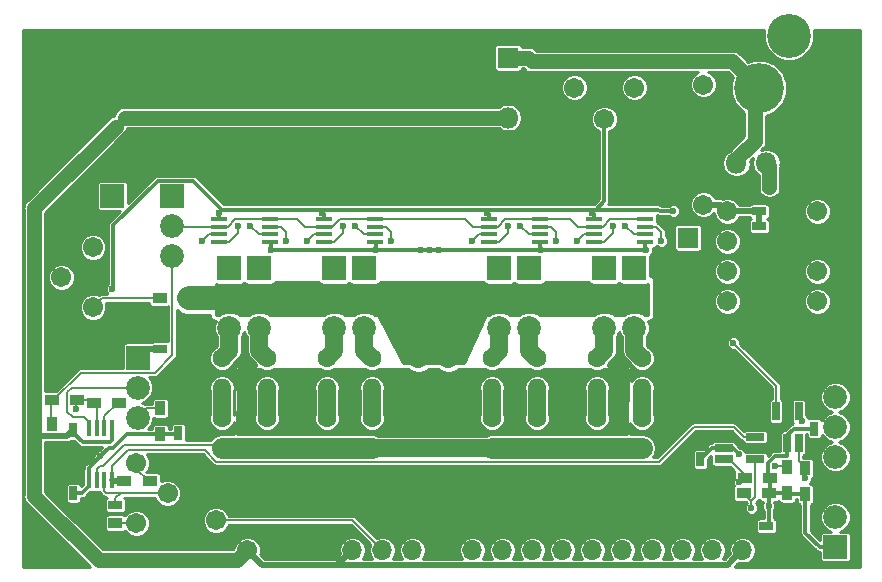
<source format=gbr>
G04 #@! TF.GenerationSoftware,KiCad,Pcbnew,(5.0.2)-1*
G04 #@! TF.CreationDate,2019-06-05T14:46:48+08:00*
G04 #@! TF.ProjectId,DC Electronic Load Mini,44432045-6c65-4637-9472-6f6e6963204c,rev?*
G04 #@! TF.SameCoordinates,Original*
G04 #@! TF.FileFunction,Copper,L2,Bot*
G04 #@! TF.FilePolarity,Positive*
%FSLAX46Y46*%
G04 Gerber Fmt 4.6, Leading zero omitted, Abs format (unit mm)*
G04 Created by KiCad (PCBNEW (5.0.2)-1) date 06/05/19 14:46:48*
%MOMM*%
%LPD*%
G01*
G04 APERTURE LIST*
G04 #@! TA.AperFunction,ComponentPad*
%ADD10C,1.716000*%
G04 #@! TD*
G04 #@! TA.AperFunction,ComponentPad*
%ADD11O,1.800000X1.800000*%
G04 #@! TD*
G04 #@! TA.AperFunction,ComponentPad*
%ADD12R,1.800000X1.800000*%
G04 #@! TD*
G04 #@! TA.AperFunction,ComponentPad*
%ADD13C,1.600000*%
G04 #@! TD*
G04 #@! TA.AperFunction,ComponentPad*
%ADD14O,1.600000X1.600000*%
G04 #@! TD*
G04 #@! TA.AperFunction,SMDPad,CuDef*
%ADD15R,0.900000X1.200000*%
G04 #@! TD*
G04 #@! TA.AperFunction,SMDPad,CuDef*
%ADD16R,0.750000X1.200000*%
G04 #@! TD*
G04 #@! TA.AperFunction,SMDPad,CuDef*
%ADD17R,1.200000X0.750000*%
G04 #@! TD*
G04 #@! TA.AperFunction,ComponentPad*
%ADD18C,3.716000*%
G04 #@! TD*
G04 #@! TA.AperFunction,ComponentPad*
%ADD19C,4.216000*%
G04 #@! TD*
G04 #@! TA.AperFunction,ComponentPad*
%ADD20O,1.700000X1.700000*%
G04 #@! TD*
G04 #@! TA.AperFunction,ComponentPad*
%ADD21R,1.700000X1.700000*%
G04 #@! TD*
G04 #@! TA.AperFunction,ComponentPad*
%ADD22C,2.016000*%
G04 #@! TD*
G04 #@! TA.AperFunction,ComponentPad*
%ADD23R,2.016000X2.016000*%
G04 #@! TD*
G04 #@! TA.AperFunction,SMDPad,CuDef*
%ADD24R,1.200000X0.900000*%
G04 #@! TD*
G04 #@! TA.AperFunction,SMDPad,CuDef*
%ADD25R,0.450000X1.450000*%
G04 #@! TD*
G04 #@! TA.AperFunction,SMDPad,CuDef*
%ADD26R,1.450000X0.450000*%
G04 #@! TD*
G04 #@! TA.AperFunction,SMDPad,CuDef*
%ADD27R,0.650000X1.560000*%
G04 #@! TD*
G04 #@! TA.AperFunction,SMDPad,CuDef*
%ADD28R,1.560000X0.650000*%
G04 #@! TD*
G04 #@! TA.AperFunction,ViaPad*
%ADD29C,0.600000*%
G04 #@! TD*
G04 #@! TA.AperFunction,Conductor*
%ADD30C,1.270000*%
G04 #@! TD*
G04 #@! TA.AperFunction,Conductor*
%ADD31C,0.203200*%
G04 #@! TD*
G04 #@! TA.AperFunction,Conductor*
%ADD32C,0.304800*%
G04 #@! TD*
G04 #@! TA.AperFunction,Conductor*
%ADD33C,0.508000*%
G04 #@! TD*
G04 #@! TA.AperFunction,Conductor*
%ADD34C,1.524000*%
G04 #@! TD*
G04 #@! TA.AperFunction,Conductor*
%ADD35C,1.778000*%
G04 #@! TD*
G04 #@! TA.AperFunction,Conductor*
%ADD36C,2.032000*%
G04 #@! TD*
G04 #@! TA.AperFunction,Conductor*
%ADD37C,0.254000*%
G04 #@! TD*
G04 APERTURE END LIST*
D10*
G04 #@! TO.P,POT5,3*
G04 #@! TO.N,Net-(POT5-Pad3)*
X105389801Y-40590999D03*
G04 #@! TO.P,POT5,2*
G04 #@! TO.N,-0V5*
X107929801Y-43257999D03*
G04 #@! TO.P,POT5,1*
G04 #@! TO.N,Net-(POT5-Pad1)*
X110469801Y-40590999D03*
G04 #@! TD*
G04 #@! TO.P,R43,2*
G04 #@! TO.N,-5V*
X116311801Y-50496999D03*
G04 #@! TO.P,R43,1*
G04 #@! TO.N,Net-(POT5-Pad3)*
X116311801Y-40336999D03*
G04 #@! TD*
D11*
G04 #@! TO.P,D1,2*
G04 #@! TO.N,GND*
X115041801Y-65990999D03*
D12*
G04 #@! TO.P,D1,1*
G04 #@! TO.N,-0V5*
X115041801Y-53290999D03*
G04 #@! TD*
D13*
G04 #@! TO.P,R15,1*
G04 #@! TO.N,Net-(R14-Pad2)*
X75565000Y-68580000D03*
D14*
G04 #@! TO.P,R15,2*
G04 #@! TO.N,/LoadControl/I_Sense*
X75565000Y-71120000D03*
G04 #@! TD*
D10*
G04 #@! TO.P,POT3,3*
G04 #@! TO.N,GND*
X77724000Y-74676000D03*
G04 #@! TO.P,POT3,2*
G04 #@! TO.N,Net-(LCD1-Pad3)*
X75057000Y-77216000D03*
G04 #@! TO.P,POT3,1*
G04 #@! TO.N,+5V*
X77724000Y-79756000D03*
G04 #@! TD*
D15*
G04 #@! TO.P,R37,1*
G04 #@! TO.N,/LoadControl/I_Sense*
X77470000Y-71120000D03*
G04 #@! TO.P,R37,2*
G04 #@! TO.N,GND*
X77470000Y-68920000D03*
G04 #@! TD*
D16*
G04 #@! TO.P,C1,1*
G04 #@! TO.N,Net-(C1-Pad1)*
X103357801Y-38370999D03*
G04 #@! TO.P,C1,2*
G04 #@! TO.N,GND*
X103357801Y-40270999D03*
G04 #@! TD*
G04 #@! TO.P,C2,1*
G04 #@! TO.N,Net-(C1-Pad1)*
X101833801Y-38370999D03*
G04 #@! TO.P,C2,2*
G04 #@! TO.N,GND*
X101833801Y-40270999D03*
G04 #@! TD*
G04 #@! TO.P,C3,1*
G04 #@! TO.N,+5V*
X97769801Y-43130999D03*
G04 #@! TO.P,C3,2*
G04 #@! TO.N,GND*
X97769801Y-41230999D03*
G04 #@! TD*
G04 #@! TO.P,C8,2*
G04 #@! TO.N,GND*
X62992000Y-71496000D03*
G04 #@! TO.P,C8,1*
G04 #@! TO.N,+5V*
X62992000Y-69596000D03*
G04 #@! TD*
D17*
G04 #@! TO.P,C9,2*
G04 #@! TO.N,GND*
X122616000Y-45085000D03*
G04 #@! TO.P,C9,1*
G04 #@! TO.N,Net-(C1-Pad1)*
X120716000Y-45085000D03*
G04 #@! TD*
G04 #@! TO.P,C10,2*
G04 #@! TO.N,GND*
X122616000Y-43688000D03*
G04 #@! TO.P,C10,1*
G04 #@! TO.N,Net-(C1-Pad1)*
X120716000Y-43688000D03*
G04 #@! TD*
G04 #@! TO.P,C11,2*
G04 #@! TO.N,GND*
X123820000Y-49022000D03*
G04 #@! TO.P,C11,1*
G04 #@! TO.N,+3V3*
X121920000Y-49022000D03*
G04 #@! TD*
G04 #@! TO.P,C12,1*
G04 #@! TO.N,+3V3*
X121666000Y-77724000D03*
G04 #@! TO.P,C12,2*
G04 #@! TO.N,GND*
X119766000Y-77724000D03*
G04 #@! TD*
D16*
G04 #@! TO.P,C13,2*
G04 #@! TO.N,GND*
X116078000Y-70170000D03*
G04 #@! TO.P,C13,1*
G04 #@! TO.N,+3V3*
X116078000Y-72070000D03*
G04 #@! TD*
G04 #@! TO.P,C14,1*
G04 #@! TO.N,+3V3*
X125730000Y-69464000D03*
G04 #@! TO.P,C14,2*
G04 #@! TO.N,GND*
X125730000Y-67564000D03*
G04 #@! TD*
D17*
G04 #@! TO.P,C15,2*
G04 #@! TO.N,GND*
X72258000Y-62738000D03*
G04 #@! TO.P,C15,1*
G04 #@! TO.N,+3V3*
X70358000Y-62738000D03*
G04 #@! TD*
G04 #@! TO.P,C17,2*
G04 #@! TO.N,-5V*
X121036000Y-52324000D03*
G04 #@! TO.P,C17,1*
G04 #@! TO.N,GND*
X122936000Y-52324000D03*
G04 #@! TD*
G04 #@! TO.P,C18,2*
G04 #@! TO.N,-5V*
X121036000Y-51054000D03*
G04 #@! TO.P,C18,1*
G04 #@! TO.N,GND*
X122936000Y-51054000D03*
G04 #@! TD*
D16*
G04 #@! TO.P,C25,2*
G04 #@! TO.N,GND*
X62992000Y-73030000D03*
G04 #@! TO.P,C25,1*
G04 #@! TO.N,-0V5*
X62992000Y-74930000D03*
G04 #@! TD*
G04 #@! TO.P,C26,1*
G04 #@! TO.N,-0V5*
X71882000Y-69850000D03*
G04 #@! TO.P,C26,2*
G04 #@! TO.N,GND*
X71882000Y-67950000D03*
G04 #@! TD*
D17*
G04 #@! TO.P,C36,1*
G04 #@! TO.N,Net-(C36-Pad1)*
X66548000Y-75946000D03*
G04 #@! TO.P,C36,2*
G04 #@! TO.N,GND*
X64648000Y-75946000D03*
G04 #@! TD*
D18*
G04 #@! TO.P,J1,3*
G04 #@! TO.N,N/C*
X123571000Y-36195000D03*
G04 #@! TO.P,J1,2*
G04 #@! TO.N,GND*
X127381000Y-40640000D03*
D19*
G04 #@! TO.P,J1,1*
G04 #@! TO.N,Net-(C1-Pad1)*
X121031000Y-40640000D03*
G04 #@! TD*
D20*
G04 #@! TO.P,J2,8*
G04 #@! TO.N,GND*
X94742000Y-68580000D03*
G04 #@! TO.P,J2,7*
X92202000Y-68580000D03*
G04 #@! TO.P,J2,6*
X94742000Y-66040000D03*
G04 #@! TO.P,J2,5*
X92202000Y-66040000D03*
G04 #@! TO.P,J2,4*
G04 #@! TO.N,/LoadControl/Vin*
X94742000Y-63500000D03*
G04 #@! TO.P,J2,3*
X92202000Y-63500000D03*
G04 #@! TO.P,J2,2*
X94742000Y-60960000D03*
D21*
G04 #@! TO.P,J2,1*
X92202000Y-60960000D03*
G04 #@! TD*
D22*
G04 #@! TO.P,J3,2*
G04 #@! TO.N,GND*
X66294000Y-47244000D03*
D23*
G04 #@! TO.P,J3,1*
G04 #@! TO.N,Net-(J3-Pad1)*
X66294000Y-49784000D03*
G04 #@! TD*
D22*
G04 #@! TO.P,J4,6*
G04 #@! TO.N,Net-(J4-Pad6)*
X127508000Y-66802000D03*
G04 #@! TO.P,J4,5*
G04 #@! TO.N,/NRST*
X127508000Y-69342000D03*
G04 #@! TO.P,J4,4*
G04 #@! TO.N,/LCD_DB5*
X127508000Y-71882000D03*
G04 #@! TO.P,J4,3*
G04 #@! TO.N,GND*
X127508000Y-74422000D03*
G04 #@! TO.P,J4,2*
G04 #@! TO.N,/LCD_DB6*
X127508000Y-76962000D03*
D23*
G04 #@! TO.P,J4,1*
G04 #@! TO.N,+3V3*
X127508000Y-79502000D03*
G04 #@! TD*
G04 #@! TO.P,J5,1*
G04 #@! TO.N,Net-(J5-Pad1)*
X76200000Y-55880000D03*
D22*
G04 #@! TO.P,J5,2*
G04 #@! TO.N,/LoadControl/Vin*
X76200000Y-58420000D03*
G04 #@! TO.P,J5,3*
G04 #@! TO.N,Net-(C28-Pad1)*
X76200000Y-60960000D03*
G04 #@! TD*
G04 #@! TO.P,J6,3*
G04 #@! TO.N,Net-(C29-Pad1)*
X78740000Y-60960000D03*
G04 #@! TO.P,J6,2*
G04 #@! TO.N,/LoadControl/Vin*
X78740000Y-58420000D03*
D23*
G04 #@! TO.P,J6,1*
G04 #@! TO.N,Net-(J6-Pad1)*
X78740000Y-55880000D03*
G04 #@! TD*
D22*
G04 #@! TO.P,J7,3*
G04 #@! TO.N,Net-(C30-Pad1)*
X85090000Y-60960000D03*
G04 #@! TO.P,J7,2*
G04 #@! TO.N,/LoadControl/Vin*
X85090000Y-58420000D03*
D23*
G04 #@! TO.P,J7,1*
G04 #@! TO.N,Net-(J7-Pad1)*
X85090000Y-55880000D03*
G04 #@! TD*
G04 #@! TO.P,J8,1*
G04 #@! TO.N,Net-(J8-Pad1)*
X87630000Y-55880000D03*
D22*
G04 #@! TO.P,J8,2*
G04 #@! TO.N,/LoadControl/Vin*
X87630000Y-58420000D03*
G04 #@! TO.P,J8,3*
G04 #@! TO.N,Net-(C31-Pad1)*
X87630000Y-60960000D03*
G04 #@! TD*
D23*
G04 #@! TO.P,J9,1*
G04 #@! TO.N,Net-(J9-Pad1)*
X99060000Y-55880000D03*
D22*
G04 #@! TO.P,J9,2*
G04 #@! TO.N,/LoadControl/Vin*
X99060000Y-58420000D03*
G04 #@! TO.P,J9,3*
G04 #@! TO.N,Net-(C32-Pad1)*
X99060000Y-60960000D03*
G04 #@! TD*
D23*
G04 #@! TO.P,J10,1*
G04 #@! TO.N,Net-(J10-Pad1)*
X101600000Y-55880000D03*
D22*
G04 #@! TO.P,J10,2*
G04 #@! TO.N,/LoadControl/Vin*
X101600000Y-58420000D03*
G04 #@! TO.P,J10,3*
G04 #@! TO.N,Net-(C33-Pad1)*
X101600000Y-60960000D03*
G04 #@! TD*
G04 #@! TO.P,J11,3*
G04 #@! TO.N,Net-(C34-Pad1)*
X107950000Y-60960000D03*
G04 #@! TO.P,J11,2*
G04 #@! TO.N,/LoadControl/Vin*
X107950000Y-58420000D03*
D23*
G04 #@! TO.P,J11,1*
G04 #@! TO.N,Net-(J11-Pad1)*
X107950000Y-55880000D03*
G04 #@! TD*
G04 #@! TO.P,J12,1*
G04 #@! TO.N,Net-(J12-Pad1)*
X110490000Y-55880000D03*
D22*
G04 #@! TO.P,J12,2*
G04 #@! TO.N,/LoadControl/Vin*
X110490000Y-58420000D03*
G04 #@! TO.P,J12,3*
G04 #@! TO.N,Net-(C35-Pad1)*
X110490000Y-60960000D03*
G04 #@! TD*
D20*
G04 #@! TO.P,LCD1,16*
G04 #@! TO.N,GND*
X122174000Y-79756000D03*
G04 #@! TO.P,LCD1,15*
G04 #@! TO.N,+5V*
X119634000Y-79756000D03*
G04 #@! TO.P,LCD1,14*
G04 #@! TO.N,/LCD_DB7*
X117094000Y-79756000D03*
G04 #@! TO.P,LCD1,13*
G04 #@! TO.N,/LCD_DB6*
X114554000Y-79756000D03*
G04 #@! TO.P,LCD1,12*
G04 #@! TO.N,/LCD_DB5*
X112014000Y-79756000D03*
G04 #@! TO.P,LCD1,11*
G04 #@! TO.N,/LCD_DB4*
X109474000Y-79756000D03*
G04 #@! TO.P,LCD1,10*
G04 #@! TO.N,/LCD_DB3*
X106934000Y-79756000D03*
G04 #@! TO.P,LCD1,9*
G04 #@! TO.N,/LCD_DB2*
X104394000Y-79756000D03*
G04 #@! TO.P,LCD1,8*
G04 #@! TO.N,/LCD_DB1*
X101854000Y-79756000D03*
G04 #@! TO.P,LCD1,7*
G04 #@! TO.N,/LCD_DB0*
X99314000Y-79756000D03*
G04 #@! TO.P,LCD1,6*
G04 #@! TO.N,/LCD_EN*
X96774000Y-79756000D03*
G04 #@! TO.P,LCD1,5*
G04 #@! TO.N,GND*
X94234000Y-79756000D03*
G04 #@! TO.P,LCD1,4*
G04 #@! TO.N,/LCD_RS*
X91694000Y-79756000D03*
G04 #@! TO.P,LCD1,3*
G04 #@! TO.N,Net-(LCD1-Pad3)*
X89154000Y-79756000D03*
G04 #@! TO.P,LCD1,2*
G04 #@! TO.N,+5V*
X86614000Y-79756000D03*
D21*
G04 #@! TO.P,LCD1,1*
G04 #@! TO.N,GND*
X84074000Y-79756000D03*
G04 #@! TD*
D10*
G04 #@! TO.P,POT1,1*
G04 #@! TO.N,Net-(POT1-Pad1)*
X64643000Y-59182000D03*
G04 #@! TO.P,POT1,2*
G04 #@! TO.N,/VoltageADC*
X61976000Y-56642000D03*
G04 #@! TO.P,POT1,3*
G04 #@! TO.N,Net-(POT1-Pad3)*
X64643000Y-54102000D03*
G04 #@! TD*
G04 #@! TO.P,POT4,1*
G04 #@! TO.N,Net-(POT4-Pad1)*
X68305801Y-72390000D03*
G04 #@! TO.P,POT4,2*
G04 #@! TO.N,Net-(C36-Pad1)*
X70972801Y-74930000D03*
G04 #@! TO.P,POT4,3*
G04 #@! TO.N,Net-(POT4-Pad3)*
X68305801Y-77470000D03*
G04 #@! TD*
D24*
G04 #@! TO.P,R1,1*
G04 #@! TO.N,/LoadControl/Vin*
X72474000Y-58420000D03*
G04 #@! TO.P,R1,2*
G04 #@! TO.N,Net-(POT1-Pad1)*
X70274000Y-58420000D03*
G04 #@! TD*
D15*
G04 #@! TO.P,R4,2*
G04 #@! TO.N,-0V5*
X70358000Y-69934000D03*
G04 #@! TO.P,R4,1*
G04 #@! TO.N,Net-(POT2-Pad3)*
X70358000Y-67734000D03*
G04 #@! TD*
D24*
G04 #@! TO.P,R5,1*
G04 #@! TO.N,Net-(C27-Pad1)*
X64686000Y-67260999D03*
G04 #@! TO.P,R5,2*
G04 #@! TO.N,Net-(R5-Pad2)*
X66886000Y-67260999D03*
G04 #@! TD*
G04 #@! TO.P,R6,2*
G04 #@! TO.N,Net-(C27-Pad1)*
X63330000Y-67056000D03*
G04 #@! TO.P,R6,1*
G04 #@! TO.N,Net-(R6-Pad1)*
X61130000Y-67056000D03*
G04 #@! TD*
D15*
G04 #@! TO.P,R7,2*
G04 #@! TO.N,GND*
X61214000Y-71288000D03*
G04 #@! TO.P,R7,1*
G04 #@! TO.N,Net-(R6-Pad1)*
X61214000Y-69088000D03*
G04 #@! TD*
G04 #@! TO.P,R8,2*
G04 #@! TO.N,/NRST*
X123444000Y-72730000D03*
G04 #@! TO.P,R8,1*
G04 #@! TO.N,+3V3*
X123444000Y-74930000D03*
G04 #@! TD*
D24*
G04 #@! TO.P,R9,1*
G04 #@! TO.N,+3V3*
X122004000Y-73660000D03*
G04 #@! TO.P,R9,2*
G04 #@! TO.N,Net-(R9-Pad2)*
X119804000Y-73660000D03*
G04 #@! TD*
G04 #@! TO.P,R10,2*
G04 #@! TO.N,Net-(R10-Pad2)*
X119720000Y-74930000D03*
G04 #@! TO.P,R10,1*
G04 #@! TO.N,+3V3*
X121920000Y-74930000D03*
G04 #@! TD*
D15*
G04 #@! TO.P,R11,2*
G04 #@! TO.N,Net-(R11-Pad2)*
X124968000Y-72814000D03*
G04 #@! TO.P,R11,1*
G04 #@! TO.N,+3V3*
X124968000Y-75014000D03*
G04 #@! TD*
D14*
G04 #@! TO.P,R14,2*
G04 #@! TO.N,Net-(R14-Pad2)*
X75565000Y-66040000D03*
D13*
G04 #@! TO.P,R14,1*
G04 #@! TO.N,Net-(C28-Pad1)*
X75565000Y-63500000D03*
G04 #@! TD*
D14*
G04 #@! TO.P,R17,2*
G04 #@! TO.N,Net-(R17-Pad2)*
X79375000Y-66040000D03*
D13*
G04 #@! TO.P,R17,1*
G04 #@! TO.N,Net-(C29-Pad1)*
X79375000Y-63500000D03*
G04 #@! TD*
G04 #@! TO.P,R18,1*
G04 #@! TO.N,Net-(R17-Pad2)*
X79375000Y-68580000D03*
D14*
G04 #@! TO.P,R18,2*
G04 #@! TO.N,/LoadControl/I_Sense*
X79375000Y-71120000D03*
G04 #@! TD*
D13*
G04 #@! TO.P,R20,1*
G04 #@! TO.N,Net-(C30-Pad1)*
X84455000Y-63500000D03*
D14*
G04 #@! TO.P,R20,2*
G04 #@! TO.N,Net-(R20-Pad2)*
X84455000Y-66040000D03*
G04 #@! TD*
G04 #@! TO.P,R21,2*
G04 #@! TO.N,/LoadControl/I_Sense*
X84455000Y-71120000D03*
D13*
G04 #@! TO.P,R21,1*
G04 #@! TO.N,Net-(R20-Pad2)*
X84455000Y-68580000D03*
G04 #@! TD*
G04 #@! TO.P,R23,1*
G04 #@! TO.N,Net-(C31-Pad1)*
X88265000Y-63500000D03*
D14*
G04 #@! TO.P,R23,2*
G04 #@! TO.N,Net-(R23-Pad2)*
X88265000Y-66040000D03*
G04 #@! TD*
G04 #@! TO.P,R24,2*
G04 #@! TO.N,/LoadControl/I_Sense*
X88265000Y-71120000D03*
D13*
G04 #@! TO.P,R24,1*
G04 #@! TO.N,Net-(R23-Pad2)*
X88265000Y-68580000D03*
G04 #@! TD*
D14*
G04 #@! TO.P,R26,2*
G04 #@! TO.N,Net-(R26-Pad2)*
X98425000Y-66040000D03*
D13*
G04 #@! TO.P,R26,1*
G04 #@! TO.N,Net-(C32-Pad1)*
X98425000Y-63500000D03*
G04 #@! TD*
G04 #@! TO.P,R27,1*
G04 #@! TO.N,Net-(R26-Pad2)*
X98425000Y-68580000D03*
D14*
G04 #@! TO.P,R27,2*
G04 #@! TO.N,/LoadControl/I_Sense*
X98425000Y-71120000D03*
G04 #@! TD*
G04 #@! TO.P,R29,2*
G04 #@! TO.N,Net-(R29-Pad2)*
X102235000Y-66040000D03*
D13*
G04 #@! TO.P,R29,1*
G04 #@! TO.N,Net-(C33-Pad1)*
X102235000Y-63500000D03*
G04 #@! TD*
G04 #@! TO.P,R30,1*
G04 #@! TO.N,Net-(R29-Pad2)*
X102235000Y-68580000D03*
D14*
G04 #@! TO.P,R30,2*
G04 #@! TO.N,/LoadControl/I_Sense*
X102235000Y-71120000D03*
G04 #@! TD*
D13*
G04 #@! TO.P,R32,1*
G04 #@! TO.N,Net-(C34-Pad1)*
X107315000Y-63500000D03*
D14*
G04 #@! TO.P,R32,2*
G04 #@! TO.N,Net-(R32-Pad2)*
X107315000Y-66040000D03*
G04 #@! TD*
G04 #@! TO.P,R33,2*
G04 #@! TO.N,/LoadControl/I_Sense*
X107315000Y-71120000D03*
D13*
G04 #@! TO.P,R33,1*
G04 #@! TO.N,Net-(R32-Pad2)*
X107315000Y-68580000D03*
G04 #@! TD*
G04 #@! TO.P,R35,1*
G04 #@! TO.N,Net-(C35-Pad1)*
X111125000Y-63500000D03*
D14*
G04 #@! TO.P,R35,2*
G04 #@! TO.N,Net-(R35-Pad2)*
X111125000Y-66040000D03*
G04 #@! TD*
G04 #@! TO.P,R36,2*
G04 #@! TO.N,/LoadControl/I_Sense*
X111125000Y-71120000D03*
D13*
G04 #@! TO.P,R36,1*
G04 #@! TO.N,Net-(R35-Pad2)*
X111125000Y-68580000D03*
G04 #@! TD*
D15*
G04 #@! TO.P,R38,1*
G04 #@! TO.N,/LoadControl/I_Sense*
X86360000Y-71120000D03*
G04 #@! TO.P,R38,2*
G04 #@! TO.N,GND*
X86360000Y-68920000D03*
G04 #@! TD*
G04 #@! TO.P,R39,2*
G04 #@! TO.N,GND*
X100330000Y-68920000D03*
G04 #@! TO.P,R39,1*
G04 #@! TO.N,/LoadControl/I_Sense*
X100330000Y-71120000D03*
G04 #@! TD*
G04 #@! TO.P,R40,2*
G04 #@! TO.N,GND*
X109220000Y-68920000D03*
G04 #@! TO.P,R40,1*
G04 #@! TO.N,/LoadControl/I_Sense*
X109220000Y-71120000D03*
G04 #@! TD*
D24*
G04 #@! TO.P,R41,1*
G04 #@! TO.N,/CurrentADC*
X67310000Y-73914000D03*
G04 #@! TO.P,R41,2*
G04 #@! TO.N,Net-(POT4-Pad1)*
X69510000Y-73914000D03*
G04 #@! TD*
G04 #@! TO.P,R42,2*
G04 #@! TO.N,GND*
X64348000Y-77470000D03*
G04 #@! TO.P,R42,1*
G04 #@! TO.N,Net-(POT4-Pad3)*
X66548000Y-77470000D03*
G04 #@! TD*
D22*
G04 #@! TO.P,SW1,3*
G04 #@! TO.N,Net-(R6-Pad1)*
X71374000Y-54864000D03*
G04 #@! TO.P,SW1,2*
G04 #@! TO.N,/Vset*
X71374000Y-52324000D03*
D23*
G04 #@! TO.P,SW1,1*
G04 #@! TO.N,Net-(J3-Pad1)*
X71374000Y-49784000D03*
G04 #@! TD*
D11*
G04 #@! TO.P,U1,3*
G04 #@! TO.N,+5V*
X99801801Y-43130999D03*
G04 #@! TO.P,U1,2*
G04 #@! TO.N,GND*
X99801801Y-40590999D03*
D12*
G04 #@! TO.P,U1,1*
G04 #@! TO.N,Net-(C1-Pad1)*
X99801801Y-38050999D03*
G04 #@! TD*
G04 #@! TO.P,U2,1*
G04 #@! TO.N,GND*
X124206000Y-46990000D03*
D11*
G04 #@! TO.P,U2,2*
G04 #@! TO.N,+3V3*
X121666000Y-46990000D03*
G04 #@! TO.P,U2,3*
G04 #@! TO.N,Net-(C1-Pad1)*
X119126000Y-46990000D03*
G04 #@! TD*
D10*
G04 #@! TO.P,U3,8*
G04 #@! TO.N,+5V*
X118364000Y-58674000D03*
G04 #@! TO.P,U3,7*
G04 #@! TO.N,Net-(U3-Pad7)*
X118364000Y-56134000D03*
G04 #@! TO.P,U3,6*
G04 #@! TO.N,N/C*
X118364000Y-53594000D03*
G04 #@! TO.P,U3,5*
G04 #@! TO.N,-5V*
X118364000Y-51054000D03*
G04 #@! TO.P,U3,4*
G04 #@! TO.N,Net-(C16-Pad2)*
X125984000Y-51054000D03*
G04 #@! TO.P,U3,3*
G04 #@! TO.N,GND*
X125984000Y-53594000D03*
G04 #@! TO.P,U3,2*
G04 #@! TO.N,Net-(C16-Pad1)*
X125984000Y-56134000D03*
G04 #@! TO.P,U3,1*
G04 #@! TO.N,N/C*
X125984000Y-58674000D03*
G04 #@! TD*
D25*
G04 #@! TO.P,U6,8*
G04 #@! TO.N,+5V*
X66253000Y-69428000D03*
G04 #@! TO.P,U6,7*
G04 #@! TO.N,Net-(R5-Pad2)*
X65603000Y-69428000D03*
G04 #@! TO.P,U6,6*
G04 #@! TO.N,Net-(C27-Pad1)*
X64953000Y-69428000D03*
G04 #@! TO.P,U6,5*
G04 #@! TO.N,Net-(POT2-Pad2)*
X64303000Y-69428000D03*
G04 #@! TO.P,U6,4*
G04 #@! TO.N,-0V5*
X64303000Y-73828000D03*
G04 #@! TO.P,U6,3*
G04 #@! TO.N,/LoadControl/I_Sense*
X64953000Y-73828000D03*
G04 #@! TO.P,U6,2*
G04 #@! TO.N,Net-(C36-Pad1)*
X65603000Y-73828000D03*
G04 #@! TO.P,U6,1*
G04 #@! TO.N,/CurrentADC*
X66253000Y-73828000D03*
G04 #@! TD*
D26*
G04 #@! TO.P,U7,8*
G04 #@! TO.N,+5V*
X79670000Y-53680000D03*
G04 #@! TO.P,U7,7*
G04 #@! TO.N,Net-(R16-Pad2)*
X79670000Y-53030000D03*
G04 #@! TO.P,U7,6*
G04 #@! TO.N,Net-(C29-Pad1)*
X79670000Y-52380000D03*
G04 #@! TO.P,U7,5*
G04 #@! TO.N,/Vset*
X79670000Y-51730000D03*
G04 #@! TO.P,U7,4*
G04 #@! TO.N,-0V5*
X75270000Y-51730000D03*
G04 #@! TO.P,U7,3*
G04 #@! TO.N,/Vset*
X75270000Y-52380000D03*
G04 #@! TO.P,U7,2*
G04 #@! TO.N,Net-(C28-Pad1)*
X75270000Y-53030000D03*
G04 #@! TO.P,U7,1*
G04 #@! TO.N,Net-(R13-Pad2)*
X75270000Y-53680000D03*
G04 #@! TD*
G04 #@! TO.P,U8,1*
G04 #@! TO.N,Net-(R19-Pad2)*
X84160000Y-53680000D03*
G04 #@! TO.P,U8,2*
G04 #@! TO.N,Net-(C30-Pad1)*
X84160000Y-53030000D03*
G04 #@! TO.P,U8,3*
G04 #@! TO.N,/Vset*
X84160000Y-52380000D03*
G04 #@! TO.P,U8,4*
G04 #@! TO.N,-0V5*
X84160000Y-51730000D03*
G04 #@! TO.P,U8,5*
G04 #@! TO.N,/Vset*
X88560000Y-51730000D03*
G04 #@! TO.P,U8,6*
G04 #@! TO.N,Net-(C31-Pad1)*
X88560000Y-52380000D03*
G04 #@! TO.P,U8,7*
G04 #@! TO.N,Net-(R22-Pad2)*
X88560000Y-53030000D03*
G04 #@! TO.P,U8,8*
G04 #@! TO.N,+5V*
X88560000Y-53680000D03*
G04 #@! TD*
G04 #@! TO.P,U9,1*
G04 #@! TO.N,Net-(R25-Pad2)*
X98130000Y-53680000D03*
G04 #@! TO.P,U9,2*
G04 #@! TO.N,Net-(C32-Pad1)*
X98130000Y-53030000D03*
G04 #@! TO.P,U9,3*
G04 #@! TO.N,/Vset*
X98130000Y-52380000D03*
G04 #@! TO.P,U9,4*
G04 #@! TO.N,-0V5*
X98130000Y-51730000D03*
G04 #@! TO.P,U9,5*
G04 #@! TO.N,/Vset*
X102530000Y-51730000D03*
G04 #@! TO.P,U9,6*
G04 #@! TO.N,Net-(C33-Pad1)*
X102530000Y-52380000D03*
G04 #@! TO.P,U9,7*
G04 #@! TO.N,Net-(R28-Pad2)*
X102530000Y-53030000D03*
G04 #@! TO.P,U9,8*
G04 #@! TO.N,+5V*
X102530000Y-53680000D03*
G04 #@! TD*
G04 #@! TO.P,U10,8*
G04 #@! TO.N,+5V*
X111420000Y-53680000D03*
G04 #@! TO.P,U10,7*
G04 #@! TO.N,Net-(R34-Pad2)*
X111420000Y-53030000D03*
G04 #@! TO.P,U10,6*
G04 #@! TO.N,Net-(C35-Pad1)*
X111420000Y-52380000D03*
G04 #@! TO.P,U10,5*
G04 #@! TO.N,/Vset*
X111420000Y-51730000D03*
G04 #@! TO.P,U10,4*
G04 #@! TO.N,-0V5*
X107020000Y-51730000D03*
G04 #@! TO.P,U10,3*
G04 #@! TO.N,/Vset*
X107020000Y-52380000D03*
G04 #@! TO.P,U10,2*
G04 #@! TO.N,Net-(C34-Pad1)*
X107020000Y-53030000D03*
G04 #@! TO.P,U10,1*
G04 #@! TO.N,Net-(R31-Pad2)*
X107020000Y-53680000D03*
G04 #@! TD*
D27*
G04 #@! TO.P,U11,5*
G04 #@! TO.N,+3V3*
X123444000Y-70692000D03*
G04 #@! TO.P,U11,6*
G04 #@! TO.N,GND*
X122494000Y-70692000D03*
G04 #@! TO.P,U11,4*
G04 #@! TO.N,Net-(R11-Pad2)*
X124394000Y-70692000D03*
G04 #@! TO.P,U11,3*
G04 #@! TO.N,Net-(R12-Pad2)*
X124394000Y-67992000D03*
G04 #@! TO.P,U11,2*
G04 #@! TO.N,GND*
X123444000Y-67992000D03*
G04 #@! TO.P,U11,1*
G04 #@! TO.N,/VoltageADC*
X122494000Y-67992000D03*
G04 #@! TD*
D28*
G04 #@! TO.P,U12,1*
G04 #@! TO.N,/CurrentADC*
X120730000Y-70170000D03*
G04 #@! TO.P,U12,2*
G04 #@! TO.N,GND*
X120730000Y-71120000D03*
G04 #@! TO.P,U12,3*
G04 #@! TO.N,Net-(R10-Pad2)*
X120730000Y-72070000D03*
G04 #@! TO.P,U12,4*
G04 #@! TO.N,Net-(R9-Pad2)*
X118030000Y-72070000D03*
G04 #@! TO.P,U12,6*
G04 #@! TO.N,GND*
X118030000Y-70170000D03*
G04 #@! TO.P,U12,5*
G04 #@! TO.N,+3V3*
X118030000Y-71120000D03*
G04 #@! TD*
D22*
G04 #@! TO.P,POT2,3*
G04 #@! TO.N,Net-(POT2-Pad3)*
X68453000Y-68530999D03*
G04 #@! TO.P,POT2,2*
G04 #@! TO.N,Net-(POT2-Pad2)*
X68453000Y-65990999D03*
D23*
G04 #@! TO.P,POT2,1*
G04 #@! TO.N,+3V3*
X68453000Y-63450999D03*
G04 #@! TD*
D29*
G04 #@! TO.N,GND*
X62978042Y-70662360D03*
X120124800Y-78451600D03*
X90932000Y-50170000D03*
X95758000Y-50170000D03*
G04 #@! TO.N,+5V*
X79756000Y-54356000D03*
X88646000Y-54356000D03*
X102616000Y-54356000D03*
X111506000Y-54356000D03*
X93218000Y-54356000D03*
X93980000Y-54356000D03*
X92456000Y-54356000D03*
G04 #@! TO.N,+3V3*
X121848805Y-76040853D03*
X119365310Y-71656139D03*
G04 #@! TO.N,-0V5*
X75270000Y-51222402D03*
X84074000Y-51222402D03*
X98044000Y-51222402D03*
X106934000Y-51222402D03*
X65278000Y-71823200D03*
X66294000Y-57658000D03*
X113792000Y-51054000D03*
G04 #@! TO.N,Net-(C27-Pad1)*
X63246000Y-67818000D03*
G04 #@! TO.N,Net-(C28-Pad1)*
X73914000Y-53594000D03*
G04 #@! TO.N,Net-(C29-Pad1)*
X81026000Y-53594000D03*
G04 #@! TO.N,Net-(C30-Pad1)*
X82804000Y-53594000D03*
G04 #@! TO.N,Net-(C31-Pad1)*
X89916000Y-53594000D03*
G04 #@! TO.N,Net-(C32-Pad1)*
X96774000Y-53594000D03*
G04 #@! TO.N,Net-(C33-Pad1)*
X103886000Y-53594000D03*
G04 #@! TO.N,Net-(C34-Pad1)*
X105664000Y-53594000D03*
G04 #@! TO.N,Net-(C35-Pad1)*
X112776000Y-53594000D03*
G04 #@! TO.N,/NRST*
X122428000Y-72644000D03*
G04 #@! TO.N,/VoltageADC*
X118872000Y-62230000D03*
G04 #@! TO.N,Net-(R9-Pad2)*
X119380000Y-74027598D03*
G04 #@! TO.N,Net-(R10-Pad2)*
X120396000Y-76200000D03*
G04 #@! TO.N,Net-(R11-Pad2)*
X124968000Y-73660000D03*
G04 #@! TO.N,Net-(R12-Pad2)*
X124714000Y-68834000D03*
G04 #@! TO.N,Net-(R13-Pad2)*
X76962000Y-52287598D03*
G04 #@! TO.N,Net-(R16-Pad2)*
X77978000Y-52287598D03*
G04 #@! TO.N,Net-(R19-Pad2)*
X85852000Y-52287598D03*
G04 #@! TO.N,Net-(R22-Pad2)*
X86868000Y-52287598D03*
G04 #@! TO.N,Net-(R25-Pad2)*
X99822000Y-52287598D03*
G04 #@! TO.N,Net-(R28-Pad2)*
X100838000Y-52287598D03*
G04 #@! TO.N,Net-(R31-Pad2)*
X108712000Y-52287598D03*
G04 #@! TO.N,Net-(R34-Pad2)*
X109728000Y-52287598D03*
G04 #@! TD*
D30*
G04 #@! TO.N,Net-(C1-Pad1)*
X120716000Y-43688000D02*
X120716000Y-45085000D01*
X119126000Y-46675000D02*
X120716000Y-45085000D01*
X119126000Y-46990000D02*
X119126000Y-46675000D01*
X120716000Y-40955000D02*
X121031000Y-40640000D01*
D31*
X101513801Y-38050999D02*
X101833801Y-38370999D01*
D30*
X99801801Y-38050999D02*
X101513801Y-38050999D01*
X103357801Y-38370999D02*
X101833801Y-38370999D01*
X120716000Y-43688000D02*
X120716000Y-40955000D01*
X118761999Y-38370999D02*
X121031000Y-40640000D01*
X103357801Y-38370999D02*
X118761999Y-38370999D01*
D32*
G04 #@! TO.N,GND*
X62992000Y-73030000D02*
X62992000Y-71496000D01*
X62992000Y-71496000D02*
X62992000Y-70676318D01*
X62992000Y-70676318D02*
X62978042Y-70662360D01*
X121429200Y-79756000D02*
X120124800Y-78451600D01*
X122174000Y-79756000D02*
X121429200Y-79756000D01*
X84074000Y-79756000D02*
X82919200Y-79756000D01*
D33*
X119766000Y-78092800D02*
X120124800Y-78451600D01*
X119766000Y-77724000D02*
X119766000Y-78092800D01*
X90932000Y-50170000D02*
X95758000Y-50170000D01*
D32*
X114554000Y-50878000D02*
X114620000Y-50944000D01*
G04 #@! TO.N,+5V*
X79756000Y-53766000D02*
X79670000Y-53680000D01*
X79756000Y-54356000D02*
X79756000Y-53766000D01*
X79756000Y-54356000D02*
X81534000Y-54356000D01*
X81534000Y-54356000D02*
X86360000Y-54356000D01*
X86360000Y-54356000D02*
X88646000Y-54356000D01*
X88646000Y-53766000D02*
X88560000Y-53680000D01*
X88646000Y-54356000D02*
X88646000Y-53766000D01*
X102530000Y-54270000D02*
X102616000Y-54356000D01*
X102530000Y-53680000D02*
X102530000Y-54270000D01*
X111420000Y-53680000D02*
X111420000Y-54270000D01*
X111420000Y-54270000D02*
X111506000Y-54356000D01*
X111506000Y-54356000D02*
X109220000Y-54356000D01*
X102616000Y-54356000D02*
X109220000Y-54356000D01*
X62992000Y-69821000D02*
X62992000Y-69596000D01*
X63783001Y-70612000D02*
X62992000Y-69821000D01*
X66098800Y-70612000D02*
X63783001Y-70612000D01*
X66253000Y-69428000D02*
X66253000Y-70457800D01*
X66253000Y-70457800D02*
X66098800Y-70612000D01*
X89736000Y-54356000D02*
X88646000Y-54356000D01*
X63783001Y-70612000D02*
X63228560Y-70057559D01*
X77724000Y-79756000D02*
X78994000Y-81026000D01*
X118479199Y-80910801D02*
X118784001Y-80605999D01*
X85459199Y-80910801D02*
X118479199Y-80910801D01*
X85344000Y-81026000D02*
X85459199Y-80910801D01*
X93980000Y-54356000D02*
X93218000Y-54356000D01*
X102616000Y-54356000D02*
X93980000Y-54356000D01*
X92456000Y-54356000D02*
X89736000Y-54356000D01*
X93218000Y-54356000D02*
X92456000Y-54356000D01*
D33*
X118784001Y-80605999D02*
X119634000Y-79756000D01*
X118377599Y-81012401D02*
X118784001Y-80605999D01*
X78980401Y-81012401D02*
X118377599Y-81012401D01*
X77724000Y-79756000D02*
X78980401Y-81012401D01*
X85344000Y-81026000D02*
X84074000Y-81026000D01*
X86614000Y-79756000D02*
X85344000Y-81026000D01*
D32*
X78994000Y-81026000D02*
X84074000Y-81026000D01*
D30*
X76866001Y-80613999D02*
X77724000Y-79756000D01*
X65119999Y-80613999D02*
X76866001Y-80613999D01*
X59690000Y-75184000D02*
X65119999Y-80613999D01*
D33*
X60198000Y-70104000D02*
X59690000Y-69596000D01*
X62484000Y-70104000D02*
X60198000Y-70104000D01*
X62992000Y-69596000D02*
X62484000Y-70104000D01*
D30*
X59690000Y-50800000D02*
X59690000Y-69596000D01*
X59690000Y-69596000D02*
X59690000Y-75184000D01*
D32*
X67359001Y-43130999D02*
X66597001Y-43892999D01*
D30*
X99801801Y-43130999D02*
X67359001Y-43130999D01*
X66597001Y-43892999D02*
X59690000Y-50800000D01*
D32*
G04 #@! TO.N,+3V3*
X121848805Y-77541195D02*
X121666000Y-77724000D01*
X121848805Y-76040853D02*
X121848805Y-77541195D01*
X121848805Y-75001195D02*
X121920000Y-74930000D01*
X121848805Y-76040853D02*
X121848805Y-75001195D01*
X123444000Y-74930000D02*
X121920000Y-74930000D01*
X122004000Y-74846000D02*
X121920000Y-74930000D01*
X122004000Y-73660000D02*
X122004000Y-74846000D01*
X123528000Y-75014000D02*
X123444000Y-74930000D01*
X124968000Y-75014000D02*
X123528000Y-75014000D01*
D30*
X121920000Y-47244000D02*
X121666000Y-46990000D01*
X121920000Y-49022000D02*
X121920000Y-47244000D01*
D32*
X121823199Y-73479199D02*
X122004000Y-73660000D01*
X121823199Y-72353695D02*
X121823199Y-73479199D01*
X122400093Y-71776801D02*
X121823199Y-72353695D01*
X123443999Y-71776801D02*
X122400093Y-71776801D01*
X123444000Y-70692000D02*
X123443999Y-71776801D01*
X118030000Y-71120000D02*
X118829171Y-71120000D01*
X118829171Y-71120000D02*
X119365310Y-71656139D01*
X123444000Y-69988358D02*
X123444000Y-70692000D01*
X123968358Y-69464000D02*
X123444000Y-69988358D01*
X125730000Y-69464000D02*
X123968358Y-69464000D01*
X117028000Y-71120000D02*
X116078000Y-72070000D01*
X118030000Y-71120000D02*
X117028000Y-71120000D01*
D33*
X68961000Y-62738000D02*
X68453000Y-63246000D01*
X70358000Y-62738000D02*
X68961000Y-62738000D01*
D32*
X124968000Y-75918800D02*
X124968000Y-75014000D01*
X124968000Y-78274800D02*
X124968000Y-75918800D01*
X126195200Y-79502000D02*
X124968000Y-78274800D01*
X127508000Y-79502000D02*
X126195200Y-79502000D01*
D33*
G04 #@! TO.N,-5V*
X121036000Y-52324000D02*
X121036000Y-51054000D01*
X121036000Y-51054000D02*
X118364000Y-51054000D01*
D32*
G04 #@! TO.N,-0V5*
X75270000Y-51730000D02*
X75270000Y-51222402D01*
X84160000Y-51730000D02*
X84160000Y-51308402D01*
X84160000Y-51308402D02*
X84074000Y-51222402D01*
X98130000Y-51730000D02*
X98130000Y-51308402D01*
X98130000Y-51308402D02*
X98044000Y-51222402D01*
X107020000Y-51730000D02*
X107020000Y-51308402D01*
X107020000Y-51308402D02*
X106934000Y-51222402D01*
X106634001Y-50922403D02*
X106934000Y-51222402D01*
X75270000Y-51222402D02*
X75569999Y-50922403D01*
X84074000Y-51222402D02*
X84074000Y-50922403D01*
X98044000Y-51222402D02*
X98044000Y-50922403D01*
X89154000Y-50922403D02*
X98044000Y-50922403D01*
X64303000Y-74328000D02*
X63701000Y-74930000D01*
X64303000Y-73828000D02*
X64303000Y-74328000D01*
X63701000Y-74930000D02*
X62992000Y-74930000D01*
X68040589Y-69934000D02*
X70358000Y-69934000D01*
X68040589Y-69934000D02*
X67480000Y-69934000D01*
X75569999Y-50922403D02*
X83566000Y-50922403D01*
X83566000Y-50922403D02*
X84074000Y-50922403D01*
X89154000Y-50922403D02*
X86360000Y-50922403D01*
X86614000Y-50922403D02*
X86360000Y-50922403D01*
X86360000Y-50922403D02*
X83566000Y-50922403D01*
X66344790Y-71069210D02*
X67480000Y-69934000D01*
X66031990Y-71069210D02*
X66344790Y-71069210D01*
X64303000Y-73828000D02*
X64303000Y-72798200D01*
X98044000Y-50922403D02*
X106172000Y-50922403D01*
X71798000Y-69934000D02*
X71882000Y-69850000D01*
X70358000Y-69934000D02*
X71798000Y-69934000D01*
X65278000Y-71823200D02*
X66031990Y-71069210D01*
X64303000Y-72798200D02*
X65278000Y-71823200D01*
X73118795Y-48471199D02*
X75569999Y-50922403D01*
X70122159Y-48471199D02*
X73118795Y-48471199D01*
X66339999Y-52253359D02*
X70122159Y-48471199D01*
X66339999Y-57612001D02*
X66294000Y-57658000D01*
X66339999Y-56896000D02*
X66339999Y-57612001D01*
X66339999Y-56896000D02*
X66339999Y-52253359D01*
X106172000Y-50922403D02*
X112522000Y-50922403D01*
X112653597Y-51054000D02*
X112522000Y-50922403D01*
X113792000Y-51054000D02*
X112653597Y-51054000D01*
X107233999Y-50922403D02*
X106405801Y-50922403D01*
X107929801Y-50226601D02*
X107233999Y-50922403D01*
X107929801Y-43003999D02*
X107929801Y-50226601D01*
X106172000Y-50922403D02*
X106405801Y-50922403D01*
X106405801Y-50922403D02*
X106634001Y-50922403D01*
D31*
G04 #@! TO.N,Net-(C27-Pad1)*
X63754000Y-67056000D02*
X63330000Y-67056000D01*
X64686000Y-67564000D02*
X64262000Y-67564000D01*
X63246000Y-67140000D02*
X63330000Y-67056000D01*
X63246000Y-67818000D02*
X63246000Y-67140000D01*
X64953000Y-67527999D02*
X64686000Y-67260999D01*
X64953000Y-69428000D02*
X64953000Y-67527999D01*
X64481001Y-67056000D02*
X64686000Y-67260999D01*
X63330000Y-67056000D02*
X64481001Y-67056000D01*
G04 #@! TO.N,Net-(C28-Pad1)*
X75270000Y-53030000D02*
X74478000Y-53030000D01*
X74478000Y-53030000D02*
X73914000Y-53594000D01*
D34*
X76200000Y-62865000D02*
X75565000Y-63500000D01*
X76200000Y-60960000D02*
X76200000Y-62865000D01*
D31*
G04 #@! TO.N,Net-(C29-Pad1)*
X81026000Y-52807800D02*
X81026000Y-53594000D01*
X79670000Y-52380000D02*
X80598200Y-52380000D01*
X80598200Y-52380000D02*
X81026000Y-52807800D01*
D34*
X78740000Y-62865000D02*
X79375000Y-63500000D01*
X78740000Y-60960000D02*
X78740000Y-62865000D01*
D31*
G04 #@! TO.N,Net-(C30-Pad1)*
X84160000Y-53030000D02*
X83368000Y-53030000D01*
X83368000Y-53030000D02*
X82804000Y-53594000D01*
D34*
X85090000Y-62865000D02*
X84455000Y-63500000D01*
X85090000Y-60960000D02*
X85090000Y-62865000D01*
D31*
G04 #@! TO.N,Net-(C31-Pad1)*
X89916000Y-52807800D02*
X89916000Y-53594000D01*
X88560000Y-52380000D02*
X89488200Y-52380000D01*
X89488200Y-52380000D02*
X89916000Y-52807800D01*
D34*
X87630000Y-62865000D02*
X88265000Y-63500000D01*
X87630000Y-60960000D02*
X87630000Y-62865000D01*
D31*
G04 #@! TO.N,Net-(C32-Pad1)*
X98130000Y-53030000D02*
X97338000Y-53030000D01*
X97338000Y-53030000D02*
X96774000Y-53594000D01*
D34*
X99060000Y-62865000D02*
X98425000Y-63500000D01*
X99060000Y-60960000D02*
X99060000Y-62865000D01*
D31*
G04 #@! TO.N,Net-(C33-Pad1)*
X103886000Y-52807800D02*
X103886000Y-53594000D01*
X102530000Y-52380000D02*
X103458200Y-52380000D01*
X103458200Y-52380000D02*
X103886000Y-52807800D01*
D34*
X101600000Y-62865000D02*
X102235000Y-63500000D01*
X101600000Y-60960000D02*
X101600000Y-62865000D01*
D31*
G04 #@! TO.N,Net-(C34-Pad1)*
X107020000Y-53030000D02*
X106228000Y-53030000D01*
X106228000Y-53030000D02*
X105664000Y-53594000D01*
D34*
X107950000Y-62865000D02*
X107315000Y-63500000D01*
X107950000Y-60960000D02*
X107950000Y-62865000D01*
D31*
G04 #@! TO.N,Net-(C35-Pad1)*
X112776000Y-52807800D02*
X112776000Y-53594000D01*
X111420000Y-52380000D02*
X112348200Y-52380000D01*
X112348200Y-52380000D02*
X112776000Y-52807800D01*
D34*
X110490000Y-62865000D02*
X111125000Y-63500000D01*
X110490000Y-60960000D02*
X110490000Y-62865000D01*
D31*
G04 #@! TO.N,Net-(C36-Pad1)*
X65603000Y-74756200D02*
X65776800Y-74930000D01*
X65603000Y-73828000D02*
X65603000Y-74756200D01*
X66985800Y-74930000D02*
X67564000Y-74930000D01*
X66548000Y-75367800D02*
X66985800Y-74930000D01*
X66548000Y-75946000D02*
X66548000Y-75367800D01*
X70972801Y-74930000D02*
X67289801Y-74930000D01*
X65776800Y-74930000D02*
X67289801Y-74930000D01*
X67289801Y-74930000D02*
X67564000Y-74930000D01*
D35*
G04 #@! TO.N,/LoadControl/Vin*
X76200000Y-58420000D02*
X78740000Y-58420000D01*
X85090000Y-58420000D02*
X78740000Y-58420000D01*
X87630000Y-58420000D02*
X85090000Y-58420000D01*
X99060000Y-58420000D02*
X101600000Y-58420000D01*
X101600000Y-58420000D02*
X107950000Y-58420000D01*
X110490000Y-58420000D02*
X107950000Y-58420000D01*
D36*
X76200000Y-58420000D02*
X72745610Y-58420000D01*
D31*
G04 #@! TO.N,/NRST*
X123358000Y-72644000D02*
X123444000Y-72730000D01*
X122428000Y-72644000D02*
X123358000Y-72644000D01*
G04 #@! TO.N,Net-(LCD1-Pad3)*
X86614000Y-77216000D02*
X89154000Y-79756000D01*
X75057000Y-77216000D02*
X86614000Y-77216000D01*
G04 #@! TO.N,Net-(POT1-Pad1)*
X65405000Y-58420000D02*
X64643000Y-59182000D01*
X70274000Y-58420000D02*
X65405000Y-58420000D01*
G04 #@! TO.N,/VoltageADC*
X122494000Y-65852000D02*
X122494000Y-67992000D01*
X118872000Y-62230000D02*
X122494000Y-65852000D01*
G04 #@! TO.N,Net-(POT2-Pad3)*
X69249999Y-67734000D02*
X68453000Y-68530999D01*
X70358000Y-67734000D02*
X69249999Y-67734000D01*
G04 #@! TO.N,Net-(POT2-Pad2)*
X64303000Y-68928000D02*
X64303000Y-69428000D01*
X63874800Y-68499800D02*
X64303000Y-68928000D01*
X62911800Y-68499800D02*
X63874800Y-68499800D01*
X62484000Y-68072000D02*
X62911800Y-68499800D01*
X62484000Y-67717202D02*
X62484000Y-68072000D01*
X62475999Y-66402799D02*
X62475999Y-67709201D01*
X62475999Y-67709201D02*
X62484000Y-67717202D01*
X62887799Y-65990999D02*
X62475999Y-66402799D01*
X68453000Y-65990999D02*
X62887799Y-65990999D01*
G04 #@! TO.N,Net-(POT4-Pad1)*
X68305801Y-72859801D02*
X68305801Y-72390000D01*
X69360000Y-73914000D02*
X68305801Y-72859801D01*
X69510000Y-73914000D02*
X69360000Y-73914000D01*
G04 #@! TO.N,Net-(POT4-Pad3)*
X66548000Y-77470000D02*
X68453000Y-77470000D01*
G04 #@! TO.N,Net-(R5-Pad2)*
X65603000Y-68499800D02*
X65603000Y-69428000D01*
X65603000Y-68393999D02*
X65603000Y-68499800D01*
X66736000Y-67260999D02*
X65603000Y-68393999D01*
X66886000Y-67260999D02*
X66736000Y-67260999D01*
G04 #@! TO.N,Net-(R6-Pad1)*
X61046000Y-67140000D02*
X61130000Y-67056000D01*
X61214000Y-69088000D02*
X61046000Y-68920000D01*
X61046000Y-68920000D02*
X61046000Y-67140000D01*
X61280000Y-67056000D02*
X61130000Y-67056000D01*
X63615001Y-64720999D02*
X61280000Y-67056000D01*
X69899001Y-64720999D02*
X63615001Y-64720999D01*
X71374000Y-63246000D02*
X69899001Y-64720999D01*
X71374000Y-54864000D02*
X71374000Y-63246000D01*
G04 #@! TO.N,Net-(R9-Pad2)*
X119436402Y-74027598D02*
X119804000Y-73660000D01*
X119380000Y-74027598D02*
X119436402Y-74027598D01*
X119804000Y-73389000D02*
X119804000Y-73660000D01*
X118485000Y-72070000D02*
X119804000Y-73389000D01*
X118030000Y-72070000D02*
X118485000Y-72070000D01*
G04 #@! TO.N,Net-(R10-Pad2)*
X120396000Y-75606000D02*
X119720000Y-74930000D01*
X120396000Y-76200000D02*
X120396000Y-75606000D01*
X120730000Y-75272000D02*
X120396000Y-75606000D01*
X120730000Y-72070000D02*
X120730000Y-75272000D01*
G04 #@! TO.N,Net-(R11-Pad2)*
X124968000Y-73660000D02*
X124968000Y-72814000D01*
X124394000Y-72240000D02*
X124968000Y-72814000D01*
X124394000Y-70692000D02*
X124394000Y-72240000D01*
G04 #@! TO.N,Net-(R12-Pad2)*
X124394000Y-68514000D02*
X124714000Y-68834000D01*
X124394000Y-67992000D02*
X124394000Y-68514000D01*
G04 #@! TO.N,Net-(R13-Pad2)*
X76962000Y-52916200D02*
X76962000Y-52287598D01*
X75270000Y-53680000D02*
X76198200Y-53680000D01*
X76198200Y-53680000D02*
X76962000Y-52916200D01*
D34*
G04 #@! TO.N,Net-(R14-Pad2)*
X75565000Y-68580000D02*
X75565000Y-66040000D01*
D33*
G04 #@! TO.N,/CurrentADC*
X66339000Y-73914000D02*
X66253000Y-73828000D01*
X67310000Y-73914000D02*
X66339000Y-73914000D01*
D31*
X66253000Y-72615800D02*
X66253000Y-73828000D01*
X67590801Y-71277999D02*
X66253000Y-72615800D01*
X74106539Y-71277999D02*
X67590801Y-71277999D01*
X119746800Y-70170000D02*
X118892799Y-69315999D01*
X120730000Y-70170000D02*
X119746800Y-70170000D01*
X118892799Y-69315999D02*
X115499799Y-69315999D01*
X112552788Y-72263010D02*
X75091550Y-72263010D01*
X115499799Y-69315999D02*
X112552788Y-72263010D01*
X75091550Y-72263010D02*
X74106539Y-71277999D01*
G04 #@! TO.N,Net-(R16-Pad2)*
X79670000Y-53030000D02*
X78720402Y-53030000D01*
X78720402Y-53030000D02*
X77978000Y-52287598D01*
D34*
G04 #@! TO.N,Net-(R17-Pad2)*
X79375000Y-66040000D02*
X79375000Y-68580000D01*
D31*
G04 #@! TO.N,Net-(R19-Pad2)*
X85852000Y-52916200D02*
X85852000Y-52287598D01*
X84160000Y-53680000D02*
X85088200Y-53680000D01*
X85088200Y-53680000D02*
X85852000Y-52916200D01*
D34*
G04 #@! TO.N,Net-(R20-Pad2)*
X84455000Y-68580000D02*
X84455000Y-66040000D01*
D31*
G04 #@! TO.N,Net-(R22-Pad2)*
X88560000Y-53030000D02*
X87610402Y-53030000D01*
X87610402Y-53030000D02*
X86868000Y-52287598D01*
D34*
G04 #@! TO.N,Net-(R23-Pad2)*
X88265000Y-66040000D02*
X88265000Y-68580000D01*
D31*
G04 #@! TO.N,Net-(R25-Pad2)*
X99822000Y-52916200D02*
X99822000Y-52287598D01*
X98130000Y-53680000D02*
X99058200Y-53680000D01*
X99058200Y-53680000D02*
X99822000Y-52916200D01*
D34*
G04 #@! TO.N,Net-(R26-Pad2)*
X98425000Y-68580000D02*
X98425000Y-66040000D01*
D31*
G04 #@! TO.N,Net-(R28-Pad2)*
X102530000Y-53030000D02*
X101580402Y-53030000D01*
X101580402Y-53030000D02*
X100838000Y-52287598D01*
D34*
G04 #@! TO.N,Net-(R29-Pad2)*
X102235000Y-66040000D02*
X102235000Y-68580000D01*
D31*
G04 #@! TO.N,Net-(R31-Pad2)*
X108712000Y-52916200D02*
X108712000Y-52287598D01*
X107020000Y-53680000D02*
X107948200Y-53680000D01*
X107948200Y-53680000D02*
X108712000Y-52916200D01*
D34*
G04 #@! TO.N,Net-(R32-Pad2)*
X107315000Y-68580000D02*
X107315000Y-66040000D01*
D31*
G04 #@! TO.N,Net-(R34-Pad2)*
X111420000Y-53030000D02*
X110470402Y-53030000D01*
X110470402Y-53030000D02*
X109728000Y-52287598D01*
D34*
G04 #@! TO.N,Net-(R35-Pad2)*
X111125000Y-66040000D02*
X111125000Y-68580000D01*
D31*
G04 #@! TO.N,/Vset*
X79670000Y-51730000D02*
X81956000Y-51730000D01*
X82606000Y-52380000D02*
X84160000Y-52380000D01*
X81956000Y-51730000D02*
X82606000Y-52380000D01*
X107020000Y-52380000D02*
X105720000Y-52380000D01*
X105070000Y-51730000D02*
X102530000Y-51730000D01*
X105720000Y-52380000D02*
X105070000Y-51730000D01*
X78741800Y-51730000D02*
X79670000Y-51730000D01*
X76699676Y-51730000D02*
X78741800Y-51730000D01*
X76049676Y-52380000D02*
X76699676Y-51730000D01*
X75270000Y-52380000D02*
X76049676Y-52380000D01*
X87631800Y-51730000D02*
X88560000Y-51730000D01*
X85567202Y-51730000D02*
X87631800Y-51730000D01*
X84917202Y-52380000D02*
X85567202Y-51730000D01*
X84160000Y-52380000D02*
X84917202Y-52380000D01*
X101601800Y-51730000D02*
X102530000Y-51730000D01*
X99559676Y-51730000D02*
X101601800Y-51730000D01*
X98909676Y-52380000D02*
X99559676Y-51730000D01*
X98130000Y-52380000D02*
X98909676Y-52380000D01*
X110491800Y-51730000D02*
X111420000Y-51730000D01*
X108449676Y-51730000D02*
X110491800Y-51730000D01*
X107799676Y-52380000D02*
X108449676Y-51730000D01*
X107020000Y-52380000D02*
X107799676Y-52380000D01*
X96830000Y-52380000D02*
X98130000Y-52380000D01*
X91100000Y-51730000D02*
X96180000Y-51730000D01*
X96180000Y-51730000D02*
X96830000Y-52380000D01*
X91100000Y-51730000D02*
X88560000Y-51730000D01*
X71430000Y-52380000D02*
X71374000Y-52324000D01*
X75270000Y-52380000D02*
X71430000Y-52380000D01*
D35*
G04 #@! TO.N,/LoadControl/I_Sense*
X75565000Y-71120000D02*
X79375000Y-71120000D01*
X84455000Y-71120000D02*
X88265000Y-71120000D01*
X98425000Y-71120000D02*
X102235000Y-71120000D01*
X107315000Y-71120000D02*
X111125000Y-71120000D01*
X79375000Y-71120000D02*
X84455000Y-71120000D01*
X102235000Y-71120000D02*
X107315000Y-71120000D01*
D34*
X88265000Y-71120000D02*
X94234000Y-71120000D01*
X94234000Y-71120000D02*
X98425000Y-71120000D01*
D31*
X64953000Y-72899800D02*
X64953000Y-73828000D01*
X65257801Y-72594999D02*
X64953000Y-72899800D01*
X65511801Y-72594999D02*
X65257801Y-72594999D01*
X67289801Y-70816999D02*
X65511801Y-72594999D01*
X75261999Y-70816999D02*
X67289801Y-70816999D01*
X75565000Y-71120000D02*
X75261999Y-70816999D01*
D33*
G04 #@! TO.N,-5V*
X117806999Y-50496999D02*
X118364000Y-51054000D01*
X116311801Y-50496999D02*
X117806999Y-50496999D01*
G04 #@! TD*
D37*
G04 #@! TO.N,GND*
G36*
X78763569Y-64415071D02*
X79160294Y-64579400D01*
X79589706Y-64579400D01*
X79986431Y-64415071D01*
X80012502Y-64389000D01*
X83817498Y-64389000D01*
X83843569Y-64415071D01*
X84240294Y-64579400D01*
X84669706Y-64579400D01*
X85066431Y-64415071D01*
X85092502Y-64389000D01*
X87627498Y-64389000D01*
X87653569Y-64415071D01*
X88050294Y-64579400D01*
X88479706Y-64579400D01*
X88876431Y-64415071D01*
X88902502Y-64389000D01*
X91316742Y-64389000D01*
X91721688Y-64659576D01*
X92080761Y-64731000D01*
X92323239Y-64731000D01*
X92682312Y-64659576D01*
X93087258Y-64389000D01*
X93856742Y-64389000D01*
X94261688Y-64659576D01*
X94620761Y-64731000D01*
X94863239Y-64731000D01*
X95222312Y-64659576D01*
X95627258Y-64389000D01*
X97787498Y-64389000D01*
X97813569Y-64415071D01*
X98210294Y-64579400D01*
X98639706Y-64579400D01*
X99036431Y-64415071D01*
X99062502Y-64389000D01*
X101597498Y-64389000D01*
X101623569Y-64415071D01*
X102020294Y-64579400D01*
X102449706Y-64579400D01*
X102846431Y-64415071D01*
X102872502Y-64389000D01*
X106677498Y-64389000D01*
X106703569Y-64415071D01*
X107100294Y-64579400D01*
X107529706Y-64579400D01*
X107926431Y-64415071D01*
X107952502Y-64389000D01*
X109979327Y-64389000D01*
X109863440Y-69951600D01*
X98309925Y-69951600D01*
X97969113Y-70019392D01*
X97880502Y-70078600D01*
X88809498Y-70078600D01*
X88720887Y-70019392D01*
X88380075Y-69951600D01*
X76843494Y-69951600D01*
X76924985Y-66040000D01*
X78274454Y-66040000D01*
X78333600Y-66337348D01*
X78333601Y-68273552D01*
X78295600Y-68365294D01*
X78295600Y-68794706D01*
X78459929Y-69191431D01*
X78763569Y-69495071D01*
X79160294Y-69659400D01*
X79589706Y-69659400D01*
X79986431Y-69495071D01*
X80290071Y-69191431D01*
X80454400Y-68794706D01*
X80454400Y-68365294D01*
X80416400Y-68273554D01*
X80416400Y-66337347D01*
X80475546Y-66040000D01*
X83354454Y-66040000D01*
X83413601Y-66337352D01*
X83413600Y-68273554D01*
X83375600Y-68365294D01*
X83375600Y-68794706D01*
X83539929Y-69191431D01*
X83843569Y-69495071D01*
X84240294Y-69659400D01*
X84669706Y-69659400D01*
X85066431Y-69495071D01*
X85370071Y-69191431D01*
X85534400Y-68794706D01*
X85534400Y-68365294D01*
X85496400Y-68273554D01*
X85496400Y-66337347D01*
X85555546Y-66040000D01*
X87164454Y-66040000D01*
X87223600Y-66337348D01*
X87223601Y-68273552D01*
X87185600Y-68365294D01*
X87185600Y-68794706D01*
X87349929Y-69191431D01*
X87653569Y-69495071D01*
X88050294Y-69659400D01*
X88479706Y-69659400D01*
X88876431Y-69495071D01*
X89180071Y-69191431D01*
X89344400Y-68794706D01*
X89344400Y-68365294D01*
X89306400Y-68273554D01*
X89306400Y-66337347D01*
X89365546Y-66040000D01*
X97324454Y-66040000D01*
X97383601Y-66337352D01*
X97383600Y-68273554D01*
X97345600Y-68365294D01*
X97345600Y-68794706D01*
X97509929Y-69191431D01*
X97813569Y-69495071D01*
X98210294Y-69659400D01*
X98639706Y-69659400D01*
X99036431Y-69495071D01*
X99340071Y-69191431D01*
X99504400Y-68794706D01*
X99504400Y-68365294D01*
X99466400Y-68273554D01*
X99466400Y-66337347D01*
X99525546Y-66040000D01*
X101134454Y-66040000D01*
X101193600Y-66337348D01*
X101193601Y-68273552D01*
X101155600Y-68365294D01*
X101155600Y-68794706D01*
X101319929Y-69191431D01*
X101623569Y-69495071D01*
X102020294Y-69659400D01*
X102449706Y-69659400D01*
X102846431Y-69495071D01*
X103150071Y-69191431D01*
X103314400Y-68794706D01*
X103314400Y-68365294D01*
X103276400Y-68273554D01*
X103276400Y-66337347D01*
X103335546Y-66040000D01*
X106214454Y-66040000D01*
X106273601Y-66337352D01*
X106273600Y-68273554D01*
X106235600Y-68365294D01*
X106235600Y-68794706D01*
X106399929Y-69191431D01*
X106703569Y-69495071D01*
X107100294Y-69659400D01*
X107529706Y-69659400D01*
X107926431Y-69495071D01*
X108230071Y-69191431D01*
X108394400Y-68794706D01*
X108394400Y-68365294D01*
X108356400Y-68273554D01*
X108356400Y-66337347D01*
X108415546Y-66040000D01*
X108331772Y-65618839D01*
X108093204Y-65261796D01*
X107736161Y-65023228D01*
X107421308Y-64960600D01*
X107208692Y-64960600D01*
X106893839Y-65023228D01*
X106536796Y-65261796D01*
X106298228Y-65618839D01*
X106214454Y-66040000D01*
X103335546Y-66040000D01*
X103251772Y-65618839D01*
X103013204Y-65261796D01*
X102656161Y-65023228D01*
X102341308Y-64960600D01*
X102128692Y-64960600D01*
X101813839Y-65023228D01*
X101456796Y-65261796D01*
X101218228Y-65618839D01*
X101134454Y-66040000D01*
X99525546Y-66040000D01*
X99441772Y-65618839D01*
X99203204Y-65261796D01*
X98846161Y-65023228D01*
X98531308Y-64960600D01*
X98318692Y-64960600D01*
X98003839Y-65023228D01*
X97646796Y-65261796D01*
X97408228Y-65618839D01*
X97324454Y-66040000D01*
X89365546Y-66040000D01*
X89281772Y-65618839D01*
X89043204Y-65261796D01*
X88686161Y-65023228D01*
X88371308Y-64960600D01*
X88158692Y-64960600D01*
X87843839Y-65023228D01*
X87486796Y-65261796D01*
X87248228Y-65618839D01*
X87164454Y-66040000D01*
X85555546Y-66040000D01*
X85471772Y-65618839D01*
X85233204Y-65261796D01*
X84876161Y-65023228D01*
X84561308Y-64960600D01*
X84348692Y-64960600D01*
X84033839Y-65023228D01*
X83676796Y-65261796D01*
X83438228Y-65618839D01*
X83354454Y-66040000D01*
X80475546Y-66040000D01*
X80391772Y-65618839D01*
X80153204Y-65261796D01*
X79796161Y-65023228D01*
X79481308Y-64960600D01*
X79268692Y-64960600D01*
X78953839Y-65023228D01*
X78596796Y-65261796D01*
X78358228Y-65618839D01*
X78274454Y-66040000D01*
X76924985Y-66040000D01*
X76959381Y-64389000D01*
X78737498Y-64389000D01*
X78763569Y-64415071D01*
X78763569Y-64415071D01*
G37*
X78763569Y-64415071D02*
X79160294Y-64579400D01*
X79589706Y-64579400D01*
X79986431Y-64415071D01*
X80012502Y-64389000D01*
X83817498Y-64389000D01*
X83843569Y-64415071D01*
X84240294Y-64579400D01*
X84669706Y-64579400D01*
X85066431Y-64415071D01*
X85092502Y-64389000D01*
X87627498Y-64389000D01*
X87653569Y-64415071D01*
X88050294Y-64579400D01*
X88479706Y-64579400D01*
X88876431Y-64415071D01*
X88902502Y-64389000D01*
X91316742Y-64389000D01*
X91721688Y-64659576D01*
X92080761Y-64731000D01*
X92323239Y-64731000D01*
X92682312Y-64659576D01*
X93087258Y-64389000D01*
X93856742Y-64389000D01*
X94261688Y-64659576D01*
X94620761Y-64731000D01*
X94863239Y-64731000D01*
X95222312Y-64659576D01*
X95627258Y-64389000D01*
X97787498Y-64389000D01*
X97813569Y-64415071D01*
X98210294Y-64579400D01*
X98639706Y-64579400D01*
X99036431Y-64415071D01*
X99062502Y-64389000D01*
X101597498Y-64389000D01*
X101623569Y-64415071D01*
X102020294Y-64579400D01*
X102449706Y-64579400D01*
X102846431Y-64415071D01*
X102872502Y-64389000D01*
X106677498Y-64389000D01*
X106703569Y-64415071D01*
X107100294Y-64579400D01*
X107529706Y-64579400D01*
X107926431Y-64415071D01*
X107952502Y-64389000D01*
X109979327Y-64389000D01*
X109863440Y-69951600D01*
X98309925Y-69951600D01*
X97969113Y-70019392D01*
X97880502Y-70078600D01*
X88809498Y-70078600D01*
X88720887Y-70019392D01*
X88380075Y-69951600D01*
X76843494Y-69951600D01*
X76924985Y-66040000D01*
X78274454Y-66040000D01*
X78333600Y-66337348D01*
X78333601Y-68273552D01*
X78295600Y-68365294D01*
X78295600Y-68794706D01*
X78459929Y-69191431D01*
X78763569Y-69495071D01*
X79160294Y-69659400D01*
X79589706Y-69659400D01*
X79986431Y-69495071D01*
X80290071Y-69191431D01*
X80454400Y-68794706D01*
X80454400Y-68365294D01*
X80416400Y-68273554D01*
X80416400Y-66337347D01*
X80475546Y-66040000D01*
X83354454Y-66040000D01*
X83413601Y-66337352D01*
X83413600Y-68273554D01*
X83375600Y-68365294D01*
X83375600Y-68794706D01*
X83539929Y-69191431D01*
X83843569Y-69495071D01*
X84240294Y-69659400D01*
X84669706Y-69659400D01*
X85066431Y-69495071D01*
X85370071Y-69191431D01*
X85534400Y-68794706D01*
X85534400Y-68365294D01*
X85496400Y-68273554D01*
X85496400Y-66337347D01*
X85555546Y-66040000D01*
X87164454Y-66040000D01*
X87223600Y-66337348D01*
X87223601Y-68273552D01*
X87185600Y-68365294D01*
X87185600Y-68794706D01*
X87349929Y-69191431D01*
X87653569Y-69495071D01*
X88050294Y-69659400D01*
X88479706Y-69659400D01*
X88876431Y-69495071D01*
X89180071Y-69191431D01*
X89344400Y-68794706D01*
X89344400Y-68365294D01*
X89306400Y-68273554D01*
X89306400Y-66337347D01*
X89365546Y-66040000D01*
X97324454Y-66040000D01*
X97383601Y-66337352D01*
X97383600Y-68273554D01*
X97345600Y-68365294D01*
X97345600Y-68794706D01*
X97509929Y-69191431D01*
X97813569Y-69495071D01*
X98210294Y-69659400D01*
X98639706Y-69659400D01*
X99036431Y-69495071D01*
X99340071Y-69191431D01*
X99504400Y-68794706D01*
X99504400Y-68365294D01*
X99466400Y-68273554D01*
X99466400Y-66337347D01*
X99525546Y-66040000D01*
X101134454Y-66040000D01*
X101193600Y-66337348D01*
X101193601Y-68273552D01*
X101155600Y-68365294D01*
X101155600Y-68794706D01*
X101319929Y-69191431D01*
X101623569Y-69495071D01*
X102020294Y-69659400D01*
X102449706Y-69659400D01*
X102846431Y-69495071D01*
X103150071Y-69191431D01*
X103314400Y-68794706D01*
X103314400Y-68365294D01*
X103276400Y-68273554D01*
X103276400Y-66337347D01*
X103335546Y-66040000D01*
X106214454Y-66040000D01*
X106273601Y-66337352D01*
X106273600Y-68273554D01*
X106235600Y-68365294D01*
X106235600Y-68794706D01*
X106399929Y-69191431D01*
X106703569Y-69495071D01*
X107100294Y-69659400D01*
X107529706Y-69659400D01*
X107926431Y-69495071D01*
X108230071Y-69191431D01*
X108394400Y-68794706D01*
X108394400Y-68365294D01*
X108356400Y-68273554D01*
X108356400Y-66337347D01*
X108415546Y-66040000D01*
X108331772Y-65618839D01*
X108093204Y-65261796D01*
X107736161Y-65023228D01*
X107421308Y-64960600D01*
X107208692Y-64960600D01*
X106893839Y-65023228D01*
X106536796Y-65261796D01*
X106298228Y-65618839D01*
X106214454Y-66040000D01*
X103335546Y-66040000D01*
X103251772Y-65618839D01*
X103013204Y-65261796D01*
X102656161Y-65023228D01*
X102341308Y-64960600D01*
X102128692Y-64960600D01*
X101813839Y-65023228D01*
X101456796Y-65261796D01*
X101218228Y-65618839D01*
X101134454Y-66040000D01*
X99525546Y-66040000D01*
X99441772Y-65618839D01*
X99203204Y-65261796D01*
X98846161Y-65023228D01*
X98531308Y-64960600D01*
X98318692Y-64960600D01*
X98003839Y-65023228D01*
X97646796Y-65261796D01*
X97408228Y-65618839D01*
X97324454Y-66040000D01*
X89365546Y-66040000D01*
X89281772Y-65618839D01*
X89043204Y-65261796D01*
X88686161Y-65023228D01*
X88371308Y-64960600D01*
X88158692Y-64960600D01*
X87843839Y-65023228D01*
X87486796Y-65261796D01*
X87248228Y-65618839D01*
X87164454Y-66040000D01*
X85555546Y-66040000D01*
X85471772Y-65618839D01*
X85233204Y-65261796D01*
X84876161Y-65023228D01*
X84561308Y-64960600D01*
X84348692Y-64960600D01*
X84033839Y-65023228D01*
X83676796Y-65261796D01*
X83438228Y-65618839D01*
X83354454Y-66040000D01*
X80475546Y-66040000D01*
X80391772Y-65618839D01*
X80153204Y-65261796D01*
X79796161Y-65023228D01*
X79481308Y-64960600D01*
X79268692Y-64960600D01*
X78953839Y-65023228D01*
X78596796Y-65261796D01*
X78358228Y-65618839D01*
X78274454Y-66040000D01*
X76924985Y-66040000D01*
X76959381Y-64389000D01*
X78737498Y-64389000D01*
X78763569Y-64415071D01*
G04 #@! TO.N,/LoadControl/Vin*
G36*
X83723106Y-57036659D02*
X83807314Y-57162686D01*
X83933341Y-57246894D01*
X84082000Y-57276464D01*
X86098000Y-57276464D01*
X86246659Y-57246894D01*
X86360000Y-57171162D01*
X86473341Y-57246894D01*
X86622000Y-57276464D01*
X88638000Y-57276464D01*
X88786659Y-57246894D01*
X88912686Y-57162686D01*
X88996894Y-57036659D01*
X88999611Y-57023000D01*
X97690389Y-57023000D01*
X97693106Y-57036659D01*
X97777314Y-57162686D01*
X97903341Y-57246894D01*
X98052000Y-57276464D01*
X100068000Y-57276464D01*
X100216659Y-57246894D01*
X100330000Y-57171162D01*
X100443341Y-57246894D01*
X100592000Y-57276464D01*
X102608000Y-57276464D01*
X102756659Y-57246894D01*
X102882686Y-57162686D01*
X102966894Y-57036659D01*
X102969611Y-57023000D01*
X106580389Y-57023000D01*
X106583106Y-57036659D01*
X106667314Y-57162686D01*
X106793341Y-57246894D01*
X106942000Y-57276464D01*
X108958000Y-57276464D01*
X109106659Y-57246894D01*
X109220000Y-57171162D01*
X109333341Y-57246894D01*
X109482000Y-57276464D01*
X111498000Y-57276464D01*
X111633000Y-57249611D01*
X111633000Y-59817000D01*
X111311342Y-59817000D01*
X111276805Y-59782463D01*
X110766289Y-59571000D01*
X110213711Y-59571000D01*
X109703195Y-59782463D01*
X109668658Y-59817000D01*
X108771342Y-59817000D01*
X108736805Y-59782463D01*
X108226289Y-59571000D01*
X107673711Y-59571000D01*
X107163195Y-59782463D01*
X107128658Y-59817000D01*
X102421342Y-59817000D01*
X102386805Y-59782463D01*
X101876289Y-59571000D01*
X101323711Y-59571000D01*
X100813195Y-59782463D01*
X100778658Y-59817000D01*
X99881342Y-59817000D01*
X99846805Y-59782463D01*
X99336289Y-59571000D01*
X98783711Y-59571000D01*
X98273195Y-59782463D01*
X98238658Y-59817000D01*
X98044000Y-59817000D01*
X97995399Y-59826667D01*
X97954197Y-59854197D01*
X97929088Y-59889924D01*
X96050934Y-63881000D01*
X90873993Y-63881000D01*
X88758241Y-59884578D01*
X88726958Y-59846149D01*
X88683349Y-59822616D01*
X88646000Y-59817000D01*
X88451342Y-59817000D01*
X88416805Y-59782463D01*
X87906289Y-59571000D01*
X87353711Y-59571000D01*
X86843195Y-59782463D01*
X86808658Y-59817000D01*
X85911342Y-59817000D01*
X85876805Y-59782463D01*
X85366289Y-59571000D01*
X84813711Y-59571000D01*
X84303195Y-59782463D01*
X84268658Y-59817000D01*
X79561342Y-59817000D01*
X79526805Y-59782463D01*
X79016289Y-59571000D01*
X78463711Y-59571000D01*
X77953195Y-59782463D01*
X77918658Y-59817000D01*
X77021342Y-59817000D01*
X76986805Y-59782463D01*
X76476289Y-59571000D01*
X75923711Y-59571000D01*
X75413195Y-59782463D01*
X75378658Y-59817000D01*
X75057000Y-59817000D01*
X75057000Y-57249611D01*
X75192000Y-57276464D01*
X77208000Y-57276464D01*
X77356659Y-57246894D01*
X77470000Y-57171162D01*
X77583341Y-57246894D01*
X77732000Y-57276464D01*
X79748000Y-57276464D01*
X79896659Y-57246894D01*
X80022686Y-57162686D01*
X80106894Y-57036659D01*
X80109611Y-57023000D01*
X83720389Y-57023000D01*
X83723106Y-57036659D01*
X83723106Y-57036659D01*
G37*
X83723106Y-57036659D02*
X83807314Y-57162686D01*
X83933341Y-57246894D01*
X84082000Y-57276464D01*
X86098000Y-57276464D01*
X86246659Y-57246894D01*
X86360000Y-57171162D01*
X86473341Y-57246894D01*
X86622000Y-57276464D01*
X88638000Y-57276464D01*
X88786659Y-57246894D01*
X88912686Y-57162686D01*
X88996894Y-57036659D01*
X88999611Y-57023000D01*
X97690389Y-57023000D01*
X97693106Y-57036659D01*
X97777314Y-57162686D01*
X97903341Y-57246894D01*
X98052000Y-57276464D01*
X100068000Y-57276464D01*
X100216659Y-57246894D01*
X100330000Y-57171162D01*
X100443341Y-57246894D01*
X100592000Y-57276464D01*
X102608000Y-57276464D01*
X102756659Y-57246894D01*
X102882686Y-57162686D01*
X102966894Y-57036659D01*
X102969611Y-57023000D01*
X106580389Y-57023000D01*
X106583106Y-57036659D01*
X106667314Y-57162686D01*
X106793341Y-57246894D01*
X106942000Y-57276464D01*
X108958000Y-57276464D01*
X109106659Y-57246894D01*
X109220000Y-57171162D01*
X109333341Y-57246894D01*
X109482000Y-57276464D01*
X111498000Y-57276464D01*
X111633000Y-57249611D01*
X111633000Y-59817000D01*
X111311342Y-59817000D01*
X111276805Y-59782463D01*
X110766289Y-59571000D01*
X110213711Y-59571000D01*
X109703195Y-59782463D01*
X109668658Y-59817000D01*
X108771342Y-59817000D01*
X108736805Y-59782463D01*
X108226289Y-59571000D01*
X107673711Y-59571000D01*
X107163195Y-59782463D01*
X107128658Y-59817000D01*
X102421342Y-59817000D01*
X102386805Y-59782463D01*
X101876289Y-59571000D01*
X101323711Y-59571000D01*
X100813195Y-59782463D01*
X100778658Y-59817000D01*
X99881342Y-59817000D01*
X99846805Y-59782463D01*
X99336289Y-59571000D01*
X98783711Y-59571000D01*
X98273195Y-59782463D01*
X98238658Y-59817000D01*
X98044000Y-59817000D01*
X97995399Y-59826667D01*
X97954197Y-59854197D01*
X97929088Y-59889924D01*
X96050934Y-63881000D01*
X90873993Y-63881000D01*
X88758241Y-59884578D01*
X88726958Y-59846149D01*
X88683349Y-59822616D01*
X88646000Y-59817000D01*
X88451342Y-59817000D01*
X88416805Y-59782463D01*
X87906289Y-59571000D01*
X87353711Y-59571000D01*
X86843195Y-59782463D01*
X86808658Y-59817000D01*
X85911342Y-59817000D01*
X85876805Y-59782463D01*
X85366289Y-59571000D01*
X84813711Y-59571000D01*
X84303195Y-59782463D01*
X84268658Y-59817000D01*
X79561342Y-59817000D01*
X79526805Y-59782463D01*
X79016289Y-59571000D01*
X78463711Y-59571000D01*
X77953195Y-59782463D01*
X77918658Y-59817000D01*
X77021342Y-59817000D01*
X76986805Y-59782463D01*
X76476289Y-59571000D01*
X75923711Y-59571000D01*
X75413195Y-59782463D01*
X75378658Y-59817000D01*
X75057000Y-59817000D01*
X75057000Y-57249611D01*
X75192000Y-57276464D01*
X77208000Y-57276464D01*
X77356659Y-57246894D01*
X77470000Y-57171162D01*
X77583341Y-57246894D01*
X77732000Y-57276464D01*
X79748000Y-57276464D01*
X79896659Y-57246894D01*
X80022686Y-57162686D01*
X80106894Y-57036659D01*
X80109611Y-57023000D01*
X83720389Y-57023000D01*
X83723106Y-57036659D01*
G04 #@! TO.N,GND*
G36*
X121433600Y-35769845D02*
X121433600Y-36620155D01*
X121759000Y-37405740D01*
X122360260Y-38007000D01*
X123145845Y-38332400D01*
X123996155Y-38332400D01*
X124781740Y-38007000D01*
X125383000Y-37405740D01*
X125708400Y-36620155D01*
X125708400Y-35769845D01*
X125674084Y-35687000D01*
X129540998Y-35687000D01*
X129540998Y-81153000D01*
X118991340Y-81153000D01*
X119198316Y-80946025D01*
X119198318Y-80946022D01*
X119302712Y-80841628D01*
X119522765Y-80885400D01*
X119745235Y-80885400D01*
X120074670Y-80819871D01*
X120448252Y-80570252D01*
X120697871Y-80196670D01*
X120785526Y-79756000D01*
X120697871Y-79315330D01*
X120448252Y-78941748D01*
X120074670Y-78692129D01*
X119745235Y-78626600D01*
X119522765Y-78626600D01*
X119193330Y-78692129D01*
X118819748Y-78941748D01*
X118570129Y-79315330D01*
X118482474Y-79756000D01*
X118548372Y-80087288D01*
X118443978Y-80191682D01*
X118443975Y-80191684D01*
X118156659Y-80479001D01*
X117969224Y-80479001D01*
X118157871Y-80196670D01*
X118245526Y-79756000D01*
X118157871Y-79315330D01*
X117908252Y-78941748D01*
X117534670Y-78692129D01*
X117205235Y-78626600D01*
X116982765Y-78626600D01*
X116653330Y-78692129D01*
X116279748Y-78941748D01*
X116030129Y-79315330D01*
X115942474Y-79756000D01*
X116030129Y-80196670D01*
X116218776Y-80479001D01*
X115429224Y-80479001D01*
X115617871Y-80196670D01*
X115705526Y-79756000D01*
X115617871Y-79315330D01*
X115368252Y-78941748D01*
X114994670Y-78692129D01*
X114665235Y-78626600D01*
X114442765Y-78626600D01*
X114113330Y-78692129D01*
X113739748Y-78941748D01*
X113490129Y-79315330D01*
X113402474Y-79756000D01*
X113490129Y-80196670D01*
X113678776Y-80479001D01*
X112889224Y-80479001D01*
X113077871Y-80196670D01*
X113165526Y-79756000D01*
X113077871Y-79315330D01*
X112828252Y-78941748D01*
X112454670Y-78692129D01*
X112125235Y-78626600D01*
X111902765Y-78626600D01*
X111573330Y-78692129D01*
X111199748Y-78941748D01*
X110950129Y-79315330D01*
X110862474Y-79756000D01*
X110950129Y-80196670D01*
X111138776Y-80479001D01*
X110349224Y-80479001D01*
X110537871Y-80196670D01*
X110625526Y-79756000D01*
X110537871Y-79315330D01*
X110288252Y-78941748D01*
X109914670Y-78692129D01*
X109585235Y-78626600D01*
X109362765Y-78626600D01*
X109033330Y-78692129D01*
X108659748Y-78941748D01*
X108410129Y-79315330D01*
X108322474Y-79756000D01*
X108410129Y-80196670D01*
X108598776Y-80479001D01*
X107809224Y-80479001D01*
X107997871Y-80196670D01*
X108085526Y-79756000D01*
X107997871Y-79315330D01*
X107748252Y-78941748D01*
X107374670Y-78692129D01*
X107045235Y-78626600D01*
X106822765Y-78626600D01*
X106493330Y-78692129D01*
X106119748Y-78941748D01*
X105870129Y-79315330D01*
X105782474Y-79756000D01*
X105870129Y-80196670D01*
X106058776Y-80479001D01*
X105269224Y-80479001D01*
X105457871Y-80196670D01*
X105545526Y-79756000D01*
X105457871Y-79315330D01*
X105208252Y-78941748D01*
X104834670Y-78692129D01*
X104505235Y-78626600D01*
X104282765Y-78626600D01*
X103953330Y-78692129D01*
X103579748Y-78941748D01*
X103330129Y-79315330D01*
X103242474Y-79756000D01*
X103330129Y-80196670D01*
X103518776Y-80479001D01*
X102729224Y-80479001D01*
X102917871Y-80196670D01*
X103005526Y-79756000D01*
X102917871Y-79315330D01*
X102668252Y-78941748D01*
X102294670Y-78692129D01*
X101965235Y-78626600D01*
X101742765Y-78626600D01*
X101413330Y-78692129D01*
X101039748Y-78941748D01*
X100790129Y-79315330D01*
X100702474Y-79756000D01*
X100790129Y-80196670D01*
X100978776Y-80479001D01*
X100189224Y-80479001D01*
X100377871Y-80196670D01*
X100465526Y-79756000D01*
X100377871Y-79315330D01*
X100128252Y-78941748D01*
X99754670Y-78692129D01*
X99425235Y-78626600D01*
X99202765Y-78626600D01*
X98873330Y-78692129D01*
X98499748Y-78941748D01*
X98250129Y-79315330D01*
X98162474Y-79756000D01*
X98250129Y-80196670D01*
X98438776Y-80479001D01*
X97649224Y-80479001D01*
X97837871Y-80196670D01*
X97925526Y-79756000D01*
X97837871Y-79315330D01*
X97588252Y-78941748D01*
X97214670Y-78692129D01*
X96885235Y-78626600D01*
X96662765Y-78626600D01*
X96333330Y-78692129D01*
X95959748Y-78941748D01*
X95710129Y-79315330D01*
X95622474Y-79756000D01*
X95710129Y-80196670D01*
X95898776Y-80479001D01*
X92569224Y-80479001D01*
X92757871Y-80196670D01*
X92845526Y-79756000D01*
X92757871Y-79315330D01*
X92508252Y-78941748D01*
X92134670Y-78692129D01*
X91805235Y-78626600D01*
X91582765Y-78626600D01*
X91253330Y-78692129D01*
X90879748Y-78941748D01*
X90630129Y-79315330D01*
X90542474Y-79756000D01*
X90630129Y-80196670D01*
X90818776Y-80479001D01*
X90029224Y-80479001D01*
X90217871Y-80196670D01*
X90305526Y-79756000D01*
X90217871Y-79315330D01*
X89968252Y-78941748D01*
X89594670Y-78692129D01*
X89265235Y-78626600D01*
X89042765Y-78626600D01*
X88713330Y-78692129D01*
X88662744Y-78725929D01*
X86909944Y-76973129D01*
X86888686Y-76941314D01*
X86762659Y-76857106D01*
X86651524Y-76835000D01*
X86614000Y-76827536D01*
X86576476Y-76835000D01*
X76130297Y-76835000D01*
X76021241Y-76571715D01*
X75701285Y-76251759D01*
X75283243Y-76078600D01*
X74830757Y-76078600D01*
X74412715Y-76251759D01*
X74092759Y-76571715D01*
X73919600Y-76989757D01*
X73919600Y-77442243D01*
X74092759Y-77860285D01*
X74412715Y-78180241D01*
X74830757Y-78353400D01*
X75283243Y-78353400D01*
X75701285Y-78180241D01*
X76021241Y-77860285D01*
X76130297Y-77597000D01*
X86456185Y-77597000D01*
X88123929Y-79264744D01*
X88090129Y-79315330D01*
X88002474Y-79756000D01*
X88090129Y-80196670D01*
X88278776Y-80479001D01*
X87489224Y-80479001D01*
X87677871Y-80196670D01*
X87765526Y-79756000D01*
X87677871Y-79315330D01*
X87428252Y-78941748D01*
X87054670Y-78692129D01*
X86725235Y-78626600D01*
X86502765Y-78626600D01*
X86173330Y-78692129D01*
X85799748Y-78941748D01*
X85550129Y-79315330D01*
X85462474Y-79756000D01*
X85528372Y-80087288D01*
X85136659Y-80479001D01*
X79201342Y-80479001D01*
X78815469Y-80093129D01*
X78861400Y-79982243D01*
X78861400Y-79529757D01*
X78688241Y-79111715D01*
X78368285Y-78791759D01*
X77950243Y-78618600D01*
X77497757Y-78618600D01*
X77079715Y-78791759D01*
X76759759Y-79111715D01*
X76586600Y-79529757D01*
X76586600Y-79600244D01*
X76487245Y-79699599D01*
X65498756Y-79699599D01*
X62819157Y-77020000D01*
X65663127Y-77020000D01*
X65663127Y-77920000D01*
X65684812Y-78029016D01*
X65746564Y-78121436D01*
X65838984Y-78183188D01*
X65948000Y-78204873D01*
X67148000Y-78204873D01*
X67257016Y-78183188D01*
X67349001Y-78121726D01*
X67661516Y-78434241D01*
X68079558Y-78607400D01*
X68532044Y-78607400D01*
X68950086Y-78434241D01*
X69270042Y-78114285D01*
X69443201Y-77696243D01*
X69443201Y-77243757D01*
X69270042Y-76825715D01*
X68950086Y-76505759D01*
X68532044Y-76332600D01*
X68079558Y-76332600D01*
X67661516Y-76505759D01*
X67349001Y-76818274D01*
X67257016Y-76756812D01*
X67148000Y-76735127D01*
X65948000Y-76735127D01*
X65838984Y-76756812D01*
X65746564Y-76818564D01*
X65684812Y-76910984D01*
X65663127Y-77020000D01*
X62819157Y-77020000D01*
X60604400Y-74805244D01*
X60604400Y-70637400D01*
X62431474Y-70637400D01*
X62484000Y-70647848D01*
X62536526Y-70637400D01*
X62536531Y-70637400D01*
X62692122Y-70606451D01*
X62868559Y-70488559D01*
X62873695Y-70480873D01*
X63041217Y-70480873D01*
X63447603Y-70887260D01*
X63471691Y-70923310D01*
X63507741Y-70947398D01*
X63507742Y-70947399D01*
X63559615Y-70982059D01*
X63614521Y-71018746D01*
X63740475Y-71043800D01*
X63783001Y-71052259D01*
X63825527Y-71043800D01*
X65446742Y-71043800D01*
X65246743Y-71243800D01*
X65162750Y-71243800D01*
X64949796Y-71332008D01*
X64786808Y-71494996D01*
X64698600Y-71707950D01*
X64698600Y-71791943D01*
X64027741Y-72462802D01*
X63991691Y-72486890D01*
X63967603Y-72522940D01*
X63967601Y-72522942D01*
X63896254Y-72629721D01*
X63862742Y-72798200D01*
X63871201Y-72840727D01*
X63871201Y-72909591D01*
X63814812Y-72993984D01*
X63793127Y-73103000D01*
X63793127Y-74227216D01*
X63651873Y-74368470D01*
X63651873Y-74330000D01*
X63630188Y-74220984D01*
X63568436Y-74128564D01*
X63476016Y-74066812D01*
X63367000Y-74045127D01*
X62617000Y-74045127D01*
X62507984Y-74066812D01*
X62415564Y-74128564D01*
X62353812Y-74220984D01*
X62332127Y-74330000D01*
X62332127Y-75530000D01*
X62353812Y-75639016D01*
X62415564Y-75731436D01*
X62507984Y-75793188D01*
X62617000Y-75814873D01*
X63367000Y-75814873D01*
X63476016Y-75793188D01*
X63568436Y-75731436D01*
X63630188Y-75639016D01*
X63651873Y-75530000D01*
X63651873Y-75361800D01*
X63658478Y-75361800D01*
X63701000Y-75370258D01*
X63743522Y-75361800D01*
X63743526Y-75361800D01*
X63869480Y-75336746D01*
X64012310Y-75241310D01*
X64036400Y-75205257D01*
X64403784Y-74837873D01*
X64528000Y-74837873D01*
X64628000Y-74817981D01*
X64728000Y-74837873D01*
X65178000Y-74837873D01*
X65228773Y-74827773D01*
X65244106Y-74904858D01*
X65280061Y-74958669D01*
X65328315Y-75030886D01*
X65360128Y-75052142D01*
X65480855Y-75172869D01*
X65502114Y-75204686D01*
X65628141Y-75288894D01*
X65739276Y-75311000D01*
X65776799Y-75318464D01*
X65814322Y-75311000D01*
X65834213Y-75311000D01*
X65746564Y-75369564D01*
X65684812Y-75461984D01*
X65663127Y-75571000D01*
X65663127Y-76321000D01*
X65684812Y-76430016D01*
X65746564Y-76522436D01*
X65838984Y-76584188D01*
X65948000Y-76605873D01*
X67148000Y-76605873D01*
X67257016Y-76584188D01*
X67349436Y-76522436D01*
X67411188Y-76430016D01*
X67432873Y-76321000D01*
X67432873Y-75571000D01*
X67411188Y-75461984D01*
X67349436Y-75369564D01*
X67261787Y-75311000D01*
X69899504Y-75311000D01*
X70008560Y-75574285D01*
X70328516Y-75894241D01*
X70746558Y-76067400D01*
X71199044Y-76067400D01*
X71617086Y-75894241D01*
X71937042Y-75574285D01*
X72110201Y-75156243D01*
X72110201Y-74703757D01*
X71937042Y-74285715D01*
X71617086Y-73965759D01*
X71199044Y-73792600D01*
X70746558Y-73792600D01*
X70394873Y-73938273D01*
X70394873Y-73464000D01*
X70373188Y-73354984D01*
X70311436Y-73262564D01*
X70219016Y-73200812D01*
X70110000Y-73179127D01*
X69163942Y-73179127D01*
X69144571Y-73159756D01*
X69270042Y-73034285D01*
X69443201Y-72616243D01*
X69443201Y-72163757D01*
X69270042Y-71745715D01*
X69183326Y-71658999D01*
X73948724Y-71658999D01*
X74795608Y-72505884D01*
X74816864Y-72537696D01*
X74887834Y-72585116D01*
X74942891Y-72621904D01*
X75091550Y-72651474D01*
X75129074Y-72644010D01*
X112515264Y-72644010D01*
X112552788Y-72651474D01*
X112590312Y-72644010D01*
X112701447Y-72621904D01*
X112827474Y-72537696D01*
X112848732Y-72505881D01*
X113884613Y-71470000D01*
X115418127Y-71470000D01*
X115418127Y-72670000D01*
X115439812Y-72779016D01*
X115501564Y-72871436D01*
X115593984Y-72933188D01*
X115703000Y-72954873D01*
X116453000Y-72954873D01*
X116562016Y-72933188D01*
X116654436Y-72871436D01*
X116716188Y-72779016D01*
X116737873Y-72670000D01*
X116737873Y-72020784D01*
X116965127Y-71793531D01*
X116965127Y-72395000D01*
X116986812Y-72504016D01*
X117048564Y-72596436D01*
X117140984Y-72658188D01*
X117250000Y-72679873D01*
X118556058Y-72679873D01*
X118955374Y-73079189D01*
X118940812Y-73100984D01*
X118919127Y-73210000D01*
X118919127Y-73669075D01*
X118888808Y-73699394D01*
X118800600Y-73912348D01*
X118800600Y-74142848D01*
X118880446Y-74335613D01*
X118856812Y-74370984D01*
X118835127Y-74480000D01*
X118835127Y-75380000D01*
X118856812Y-75489016D01*
X118918564Y-75581436D01*
X119010984Y-75643188D01*
X119120000Y-75664873D01*
X119916058Y-75664873D01*
X120013895Y-75762710D01*
X119904808Y-75871796D01*
X119816600Y-76084750D01*
X119816600Y-76315250D01*
X119904808Y-76528204D01*
X120067796Y-76691192D01*
X120280750Y-76779400D01*
X120511250Y-76779400D01*
X120724204Y-76691192D01*
X120887192Y-76528204D01*
X120975400Y-76315250D01*
X120975400Y-76084750D01*
X120887192Y-75871796D01*
X120778106Y-75762710D01*
X120972871Y-75567944D01*
X121004686Y-75546686D01*
X121053694Y-75473340D01*
X121056812Y-75489016D01*
X121118564Y-75581436D01*
X121210984Y-75643188D01*
X121320000Y-75664873D01*
X121405389Y-75664873D01*
X121357613Y-75712649D01*
X121269405Y-75925603D01*
X121269405Y-76156103D01*
X121357613Y-76369057D01*
X121417005Y-76428449D01*
X121417006Y-77064127D01*
X121066000Y-77064127D01*
X120956984Y-77085812D01*
X120864564Y-77147564D01*
X120802812Y-77239984D01*
X120781127Y-77349000D01*
X120781127Y-78099000D01*
X120802812Y-78208016D01*
X120864564Y-78300436D01*
X120956984Y-78362188D01*
X121066000Y-78383873D01*
X122266000Y-78383873D01*
X122375016Y-78362188D01*
X122467436Y-78300436D01*
X122529188Y-78208016D01*
X122550873Y-78099000D01*
X122550873Y-77349000D01*
X122529188Y-77239984D01*
X122467436Y-77147564D01*
X122375016Y-77085812D01*
X122280605Y-77067032D01*
X122280605Y-76428449D01*
X122339997Y-76369057D01*
X122428205Y-76156103D01*
X122428205Y-75925603D01*
X122339997Y-75712649D01*
X122292221Y-75664873D01*
X122520000Y-75664873D01*
X122629016Y-75643188D01*
X122719602Y-75582661D01*
X122730812Y-75639016D01*
X122792564Y-75731436D01*
X122884984Y-75793188D01*
X122994000Y-75814873D01*
X123894000Y-75814873D01*
X124003016Y-75793188D01*
X124095436Y-75731436D01*
X124157188Y-75639016D01*
X124178873Y-75530000D01*
X124178873Y-75445800D01*
X124233127Y-75445800D01*
X124233127Y-75614000D01*
X124254812Y-75723016D01*
X124316564Y-75815436D01*
X124408984Y-75877188D01*
X124518000Y-75898873D01*
X124536200Y-75898873D01*
X124536200Y-75961325D01*
X124536201Y-75961330D01*
X124536200Y-78232278D01*
X124527742Y-78274800D01*
X124536200Y-78317322D01*
X124536200Y-78317325D01*
X124561254Y-78443279D01*
X124656690Y-78586110D01*
X124692742Y-78610199D01*
X125859802Y-79777260D01*
X125883890Y-79813310D01*
X125919940Y-79837398D01*
X125919941Y-79837399D01*
X126020602Y-79904658D01*
X126026720Y-79908746D01*
X126152674Y-79933800D01*
X126152678Y-79933800D01*
X126195200Y-79942258D01*
X126215127Y-79938294D01*
X126215127Y-80510000D01*
X126236812Y-80619016D01*
X126298564Y-80711436D01*
X126390984Y-80773188D01*
X126500000Y-80794873D01*
X128516000Y-80794873D01*
X128625016Y-80773188D01*
X128717436Y-80711436D01*
X128779188Y-80619016D01*
X128800873Y-80510000D01*
X128800873Y-78494000D01*
X128779188Y-78384984D01*
X128717436Y-78292564D01*
X128625016Y-78230812D01*
X128516000Y-78209127D01*
X127861308Y-78209127D01*
X128237254Y-78053405D01*
X128599405Y-77691254D01*
X128795400Y-77218080D01*
X128795400Y-76705920D01*
X128599405Y-76232746D01*
X128237254Y-75870595D01*
X127764080Y-75674600D01*
X127251920Y-75674600D01*
X126778746Y-75870595D01*
X126416595Y-76232746D01*
X126220600Y-76705920D01*
X126220600Y-77218080D01*
X126416595Y-77691254D01*
X126778746Y-78053405D01*
X127154692Y-78209127D01*
X126500000Y-78209127D01*
X126390984Y-78230812D01*
X126298564Y-78292564D01*
X126236812Y-78384984D01*
X126215127Y-78494000D01*
X126215127Y-78911269D01*
X125399800Y-78095943D01*
X125399800Y-75898873D01*
X125418000Y-75898873D01*
X125527016Y-75877188D01*
X125619436Y-75815436D01*
X125681188Y-75723016D01*
X125702873Y-75614000D01*
X125702873Y-74414000D01*
X125681188Y-74304984D01*
X125619436Y-74212564D01*
X125527016Y-74150812D01*
X125418000Y-74129127D01*
X125318269Y-74129127D01*
X125459192Y-73988204D01*
X125547400Y-73775250D01*
X125547400Y-73663568D01*
X125619436Y-73615436D01*
X125681188Y-73523016D01*
X125702873Y-73414000D01*
X125702873Y-72214000D01*
X125681188Y-72104984D01*
X125619436Y-72012564D01*
X125527016Y-71950812D01*
X125418000Y-71929127D01*
X124775000Y-71929127D01*
X124775000Y-71745734D01*
X124828016Y-71735188D01*
X124920436Y-71673436D01*
X124982188Y-71581016D01*
X125003873Y-71472000D01*
X125003873Y-69912000D01*
X125000651Y-69895800D01*
X125070127Y-69895800D01*
X125070127Y-70064000D01*
X125091812Y-70173016D01*
X125153564Y-70265436D01*
X125245984Y-70327188D01*
X125355000Y-70348873D01*
X126105000Y-70348873D01*
X126214016Y-70327188D01*
X126306436Y-70265436D01*
X126368188Y-70173016D01*
X126389873Y-70064000D01*
X126389873Y-70006741D01*
X126416595Y-70071254D01*
X126778746Y-70433405D01*
X127209913Y-70612000D01*
X126778746Y-70790595D01*
X126416595Y-71152746D01*
X126220600Y-71625920D01*
X126220600Y-72138080D01*
X126416595Y-72611254D01*
X126778746Y-72973405D01*
X127251920Y-73169400D01*
X127764080Y-73169400D01*
X128237254Y-72973405D01*
X128599405Y-72611254D01*
X128795400Y-72138080D01*
X128795400Y-71625920D01*
X128599405Y-71152746D01*
X128237254Y-70790595D01*
X127806087Y-70612000D01*
X128237254Y-70433405D01*
X128599405Y-70071254D01*
X128795400Y-69598080D01*
X128795400Y-69085920D01*
X128599405Y-68612746D01*
X128237254Y-68250595D01*
X127806087Y-68072000D01*
X128237254Y-67893405D01*
X128599405Y-67531254D01*
X128795400Y-67058080D01*
X128795400Y-66545920D01*
X128599405Y-66072746D01*
X128237254Y-65710595D01*
X127764080Y-65514600D01*
X127251920Y-65514600D01*
X126778746Y-65710595D01*
X126416595Y-66072746D01*
X126220600Y-66545920D01*
X126220600Y-67058080D01*
X126416595Y-67531254D01*
X126778746Y-67893405D01*
X127209913Y-68072000D01*
X126778746Y-68250595D01*
X126416595Y-68612746D01*
X126361700Y-68745274D01*
X126306436Y-68662564D01*
X126214016Y-68600812D01*
X126105000Y-68579127D01*
X125355000Y-68579127D01*
X125245984Y-68600812D01*
X125244860Y-68601563D01*
X125205192Y-68505796D01*
X125042204Y-68342808D01*
X125003873Y-68326931D01*
X125003873Y-67212000D01*
X124982188Y-67102984D01*
X124920436Y-67010564D01*
X124828016Y-66948812D01*
X124719000Y-66927127D01*
X124069000Y-66927127D01*
X123959984Y-66948812D01*
X123867564Y-67010564D01*
X123805812Y-67102984D01*
X123784127Y-67212000D01*
X123784127Y-68772000D01*
X123805812Y-68881016D01*
X123867564Y-68973436D01*
X123948704Y-69027651D01*
X123925835Y-69032200D01*
X123925832Y-69032200D01*
X123799878Y-69057254D01*
X123657048Y-69152690D01*
X123632958Y-69188743D01*
X123194574Y-69627127D01*
X123119000Y-69627127D01*
X123009984Y-69648812D01*
X122917564Y-69710564D01*
X122855812Y-69802984D01*
X122834127Y-69912000D01*
X122834127Y-71345001D01*
X122442613Y-71345001D01*
X122400092Y-71336543D01*
X122357571Y-71345001D01*
X122357567Y-71345001D01*
X122231613Y-71370055D01*
X122088783Y-71465491D01*
X122064693Y-71501544D01*
X121794873Y-71771364D01*
X121794873Y-71745000D01*
X121773188Y-71635984D01*
X121711436Y-71543564D01*
X121619016Y-71481812D01*
X121510000Y-71460127D01*
X119950000Y-71460127D01*
X119914207Y-71467247D01*
X119856502Y-71327935D01*
X119693514Y-71164947D01*
X119480560Y-71076739D01*
X119396567Y-71076739D01*
X119164570Y-70844742D01*
X119140481Y-70808690D01*
X119091023Y-70775643D01*
X119073188Y-70685984D01*
X119011436Y-70593564D01*
X118919016Y-70531812D01*
X118810000Y-70510127D01*
X117250000Y-70510127D01*
X117140984Y-70531812D01*
X117048564Y-70593564D01*
X116986812Y-70685984D01*
X116986408Y-70688015D01*
X116985478Y-70688200D01*
X116985474Y-70688200D01*
X116859852Y-70713188D01*
X116859520Y-70713254D01*
X116752741Y-70784601D01*
X116752740Y-70784602D01*
X116716690Y-70808690D01*
X116692602Y-70844740D01*
X116352215Y-71185127D01*
X115703000Y-71185127D01*
X115593984Y-71206812D01*
X115501564Y-71268564D01*
X115439812Y-71360984D01*
X115418127Y-71470000D01*
X113884613Y-71470000D01*
X115657615Y-69696999D01*
X118734984Y-69696999D01*
X119450858Y-70412874D01*
X119472114Y-70444686D01*
X119503925Y-70465941D01*
X119598141Y-70528894D01*
X119674906Y-70544164D01*
X119686812Y-70604016D01*
X119748564Y-70696436D01*
X119840984Y-70758188D01*
X119950000Y-70779873D01*
X121510000Y-70779873D01*
X121619016Y-70758188D01*
X121711436Y-70696436D01*
X121773188Y-70604016D01*
X121794873Y-70495000D01*
X121794873Y-69845000D01*
X121773188Y-69735984D01*
X121711436Y-69643564D01*
X121619016Y-69581812D01*
X121510000Y-69560127D01*
X119950000Y-69560127D01*
X119840984Y-69581812D01*
X119754928Y-69639312D01*
X119188743Y-69073128D01*
X119167485Y-69041313D01*
X119041458Y-68957105D01*
X118930323Y-68934999D01*
X118892799Y-68927535D01*
X118855275Y-68934999D01*
X115537323Y-68934999D01*
X115499799Y-68927535D01*
X115462275Y-68934999D01*
X115351140Y-68957105D01*
X115225113Y-69041313D01*
X115203857Y-69073125D01*
X112394973Y-71882010D01*
X112021063Y-71882010D01*
X112225608Y-71575887D01*
X112316290Y-71120000D01*
X112225608Y-70664113D01*
X111967369Y-70277631D01*
X111580887Y-70019392D01*
X111240075Y-69951600D01*
X110117494Y-69951600D01*
X110136999Y-69015362D01*
X110209929Y-69191431D01*
X110513569Y-69495071D01*
X110910294Y-69659400D01*
X111339706Y-69659400D01*
X111736431Y-69495071D01*
X112040071Y-69191431D01*
X112204400Y-68794706D01*
X112204400Y-68365294D01*
X112166400Y-68273554D01*
X112166400Y-66337347D01*
X112225546Y-66040000D01*
X112141772Y-65618839D01*
X111903204Y-65261796D01*
X111546161Y-65023228D01*
X111231308Y-64960600D01*
X111018692Y-64960600D01*
X110703839Y-65023228D01*
X110346796Y-65261796D01*
X110210963Y-65465085D01*
X110235972Y-64264645D01*
X110226333Y-64213399D01*
X110198803Y-64172197D01*
X110157601Y-64144667D01*
X110109000Y-64135000D01*
X108206502Y-64135000D01*
X108230071Y-64111431D01*
X108268072Y-64019689D01*
X108613853Y-63673908D01*
X108700807Y-63615807D01*
X108930977Y-63271334D01*
X108991400Y-62967568D01*
X108991400Y-62967564D01*
X109011801Y-62865000D01*
X108991400Y-62762436D01*
X108991400Y-61739259D01*
X109041405Y-61689254D01*
X109220000Y-61258087D01*
X109398595Y-61689254D01*
X109448600Y-61739259D01*
X109448601Y-62762432D01*
X109428199Y-62865000D01*
X109509023Y-63271333D01*
X109681093Y-63528854D01*
X109681095Y-63528856D01*
X109739194Y-63615807D01*
X109826145Y-63673906D01*
X110171928Y-64019689D01*
X110209929Y-64111431D01*
X110513569Y-64415071D01*
X110910294Y-64579400D01*
X111339706Y-64579400D01*
X111736431Y-64415071D01*
X112040071Y-64111431D01*
X112204400Y-63714706D01*
X112204400Y-63285294D01*
X112040071Y-62888569D01*
X111736431Y-62584929D01*
X111644689Y-62546928D01*
X111531400Y-62433639D01*
X111531400Y-62114750D01*
X118292600Y-62114750D01*
X118292600Y-62345250D01*
X118380808Y-62558204D01*
X118543796Y-62721192D01*
X118756750Y-62809400D01*
X118912585Y-62809400D01*
X122113000Y-66009815D01*
X122113001Y-66938266D01*
X122059984Y-66948812D01*
X121967564Y-67010564D01*
X121905812Y-67102984D01*
X121884127Y-67212000D01*
X121884127Y-68772000D01*
X121905812Y-68881016D01*
X121967564Y-68973436D01*
X122059984Y-69035188D01*
X122169000Y-69056873D01*
X122819000Y-69056873D01*
X122928016Y-69035188D01*
X123020436Y-68973436D01*
X123082188Y-68881016D01*
X123103873Y-68772000D01*
X123103873Y-67212000D01*
X123082188Y-67102984D01*
X123020436Y-67010564D01*
X122928016Y-66948812D01*
X122875000Y-66938266D01*
X122875000Y-65889528D01*
X122882465Y-65852000D01*
X122852894Y-65703341D01*
X122768686Y-65577314D01*
X122736872Y-65556057D01*
X119451400Y-62270585D01*
X119451400Y-62114750D01*
X119363192Y-61901796D01*
X119200204Y-61738808D01*
X118987250Y-61650600D01*
X118756750Y-61650600D01*
X118543796Y-61738808D01*
X118380808Y-61901796D01*
X118292600Y-62114750D01*
X111531400Y-62114750D01*
X111531400Y-61739259D01*
X111581405Y-61689254D01*
X111777400Y-61216080D01*
X111777400Y-60703920D01*
X111620446Y-60325000D01*
X111760000Y-60325000D01*
X111905802Y-60295998D01*
X112029408Y-60213408D01*
X112111998Y-60089802D01*
X112141000Y-59944000D01*
X112141000Y-58447757D01*
X117226600Y-58447757D01*
X117226600Y-58900243D01*
X117399759Y-59318285D01*
X117719715Y-59638241D01*
X118137757Y-59811400D01*
X118590243Y-59811400D01*
X119008285Y-59638241D01*
X119328241Y-59318285D01*
X119501400Y-58900243D01*
X119501400Y-58447757D01*
X124846600Y-58447757D01*
X124846600Y-58900243D01*
X125019759Y-59318285D01*
X125339715Y-59638241D01*
X125757757Y-59811400D01*
X126210243Y-59811400D01*
X126628285Y-59638241D01*
X126948241Y-59318285D01*
X127121400Y-58900243D01*
X127121400Y-58447757D01*
X126948241Y-58029715D01*
X126628285Y-57709759D01*
X126210243Y-57536600D01*
X125757757Y-57536600D01*
X125339715Y-57709759D01*
X125019759Y-58029715D01*
X124846600Y-58447757D01*
X119501400Y-58447757D01*
X119328241Y-58029715D01*
X119008285Y-57709759D01*
X118590243Y-57536600D01*
X118137757Y-57536600D01*
X117719715Y-57709759D01*
X117399759Y-58029715D01*
X117226600Y-58447757D01*
X112141000Y-58447757D01*
X112141000Y-56896000D01*
X112111998Y-56750198D01*
X112029408Y-56626592D01*
X111905802Y-56544002D01*
X111782873Y-56519550D01*
X111782873Y-55907757D01*
X117226600Y-55907757D01*
X117226600Y-56360243D01*
X117399759Y-56778285D01*
X117719715Y-57098241D01*
X118137757Y-57271400D01*
X118590243Y-57271400D01*
X119008285Y-57098241D01*
X119328241Y-56778285D01*
X119501400Y-56360243D01*
X119501400Y-55907757D01*
X124846600Y-55907757D01*
X124846600Y-56360243D01*
X125019759Y-56778285D01*
X125339715Y-57098241D01*
X125757757Y-57271400D01*
X126210243Y-57271400D01*
X126628285Y-57098241D01*
X126948241Y-56778285D01*
X127121400Y-56360243D01*
X127121400Y-55907757D01*
X126948241Y-55489715D01*
X126628285Y-55169759D01*
X126210243Y-54996600D01*
X125757757Y-54996600D01*
X125339715Y-55169759D01*
X125019759Y-55489715D01*
X124846600Y-55907757D01*
X119501400Y-55907757D01*
X119328241Y-55489715D01*
X119008285Y-55169759D01*
X118590243Y-54996600D01*
X118137757Y-54996600D01*
X117719715Y-55169759D01*
X117399759Y-55489715D01*
X117226600Y-55907757D01*
X111782873Y-55907757D01*
X111782873Y-54872000D01*
X111782221Y-54868724D01*
X111834204Y-54847192D01*
X111997192Y-54684204D01*
X112085400Y-54471250D01*
X112085400Y-54240750D01*
X112064326Y-54189873D01*
X112145000Y-54189873D01*
X112254016Y-54168188D01*
X112346436Y-54106436D01*
X112395544Y-54032940D01*
X112447796Y-54085192D01*
X112660750Y-54173400D01*
X112891250Y-54173400D01*
X113104204Y-54085192D01*
X113267192Y-53922204D01*
X113355400Y-53709250D01*
X113355400Y-53478750D01*
X113267192Y-53265796D01*
X113157000Y-53155604D01*
X113157000Y-52845324D01*
X113164464Y-52807800D01*
X113134894Y-52659141D01*
X113123117Y-52641515D01*
X113050686Y-52533114D01*
X113018872Y-52511857D01*
X112898014Y-52390999D01*
X113856928Y-52390999D01*
X113856928Y-54190999D01*
X113878613Y-54300015D01*
X113940365Y-54392435D01*
X114032785Y-54454187D01*
X114141801Y-54475872D01*
X115941801Y-54475872D01*
X116050817Y-54454187D01*
X116143237Y-54392435D01*
X116204989Y-54300015D01*
X116226674Y-54190999D01*
X116226674Y-53367757D01*
X117226600Y-53367757D01*
X117226600Y-53820243D01*
X117399759Y-54238285D01*
X117719715Y-54558241D01*
X118137757Y-54731400D01*
X118590243Y-54731400D01*
X119008285Y-54558241D01*
X119328241Y-54238285D01*
X119501400Y-53820243D01*
X119501400Y-53367757D01*
X119328241Y-52949715D01*
X119008285Y-52629759D01*
X118590243Y-52456600D01*
X118137757Y-52456600D01*
X117719715Y-52629759D01*
X117399759Y-52949715D01*
X117226600Y-53367757D01*
X116226674Y-53367757D01*
X116226674Y-52390999D01*
X116204989Y-52281983D01*
X116143237Y-52189563D01*
X116050817Y-52127811D01*
X115941801Y-52106126D01*
X114141801Y-52106126D01*
X114032785Y-52127811D01*
X113940365Y-52189563D01*
X113878613Y-52281983D01*
X113856928Y-52390999D01*
X112898014Y-52390999D01*
X112644144Y-52137129D01*
X112622886Y-52105314D01*
X112496859Y-52021106D01*
X112419773Y-52005773D01*
X112429873Y-51955000D01*
X112429873Y-51505000D01*
X112411253Y-51411391D01*
X112485117Y-51460746D01*
X112611071Y-51485800D01*
X112611074Y-51485800D01*
X112653596Y-51494258D01*
X112696118Y-51485800D01*
X113404404Y-51485800D01*
X113463796Y-51545192D01*
X113676750Y-51633400D01*
X113907250Y-51633400D01*
X114120204Y-51545192D01*
X114283192Y-51382204D01*
X114371400Y-51169250D01*
X114371400Y-50938750D01*
X114283192Y-50725796D01*
X114120204Y-50562808D01*
X113907250Y-50474600D01*
X113676750Y-50474600D01*
X113463796Y-50562808D01*
X113404404Y-50622200D01*
X112840731Y-50622200D01*
X112833310Y-50611093D01*
X112690480Y-50515657D01*
X112564526Y-50490603D01*
X112564522Y-50490603D01*
X112522000Y-50482145D01*
X112479478Y-50490603D01*
X108272722Y-50490603D01*
X108336547Y-50395081D01*
X108361276Y-50270756D01*
X115174401Y-50270756D01*
X115174401Y-50723242D01*
X115347560Y-51141284D01*
X115667516Y-51461240D01*
X116085558Y-51634399D01*
X116538044Y-51634399D01*
X116956086Y-51461240D01*
X117226600Y-51190726D01*
X117226600Y-51280243D01*
X117399759Y-51698285D01*
X117719715Y-52018241D01*
X118137757Y-52191400D01*
X118590243Y-52191400D01*
X119008285Y-52018241D01*
X119328241Y-51698285D01*
X119374171Y-51587400D01*
X120205809Y-51587400D01*
X120234564Y-51630436D01*
X120322213Y-51689000D01*
X120234564Y-51747564D01*
X120172812Y-51839984D01*
X120151127Y-51949000D01*
X120151127Y-52699000D01*
X120172812Y-52808016D01*
X120234564Y-52900436D01*
X120326984Y-52962188D01*
X120436000Y-52983873D01*
X121636000Y-52983873D01*
X121745016Y-52962188D01*
X121837436Y-52900436D01*
X121899188Y-52808016D01*
X121920873Y-52699000D01*
X121920873Y-51949000D01*
X121899188Y-51839984D01*
X121837436Y-51747564D01*
X121749787Y-51689000D01*
X121837436Y-51630436D01*
X121899188Y-51538016D01*
X121920873Y-51429000D01*
X121920873Y-50827757D01*
X124846600Y-50827757D01*
X124846600Y-51280243D01*
X125019759Y-51698285D01*
X125339715Y-52018241D01*
X125757757Y-52191400D01*
X126210243Y-52191400D01*
X126628285Y-52018241D01*
X126948241Y-51698285D01*
X127121400Y-51280243D01*
X127121400Y-50827757D01*
X126948241Y-50409715D01*
X126628285Y-50089759D01*
X126210243Y-49916600D01*
X125757757Y-49916600D01*
X125339715Y-50089759D01*
X125019759Y-50409715D01*
X124846600Y-50827757D01*
X121920873Y-50827757D01*
X121920873Y-50679000D01*
X121899188Y-50569984D01*
X121837436Y-50477564D01*
X121745016Y-50415812D01*
X121636000Y-50394127D01*
X120436000Y-50394127D01*
X120326984Y-50415812D01*
X120234564Y-50477564D01*
X120205809Y-50520600D01*
X119374171Y-50520600D01*
X119328241Y-50409715D01*
X119008285Y-50089759D01*
X118590243Y-49916600D01*
X118137757Y-49916600D01*
X117970839Y-49985740D01*
X117859530Y-49963599D01*
X117859525Y-49963599D01*
X117806999Y-49953151D01*
X117754473Y-49963599D01*
X117321972Y-49963599D01*
X117276042Y-49852714D01*
X116956086Y-49532758D01*
X116538044Y-49359599D01*
X116085558Y-49359599D01*
X115667516Y-49532758D01*
X115347560Y-49852714D01*
X115174401Y-50270756D01*
X108361276Y-50270756D01*
X108370060Y-50226601D01*
X108361601Y-50184075D01*
X108361601Y-44310254D01*
X108574086Y-44222240D01*
X108894042Y-43902284D01*
X109067201Y-43484242D01*
X109067201Y-43031756D01*
X108894042Y-42613714D01*
X108574086Y-42293758D01*
X108156044Y-42120599D01*
X107703558Y-42120599D01*
X107285516Y-42293758D01*
X106965560Y-42613714D01*
X106792401Y-43031756D01*
X106792401Y-43484242D01*
X106965560Y-43902284D01*
X107285516Y-44222240D01*
X107498001Y-44310254D01*
X107498002Y-50047742D01*
X107055142Y-50490603D01*
X106676523Y-50490603D01*
X106634001Y-50482145D01*
X106591479Y-50490603D01*
X98086526Y-50490603D01*
X98044000Y-50482144D01*
X98001474Y-50490603D01*
X84116526Y-50490603D01*
X84074000Y-50482144D01*
X84031474Y-50490603D01*
X75748857Y-50490603D01*
X73454195Y-48195941D01*
X73430105Y-48159889D01*
X73287275Y-48064453D01*
X73161321Y-48039399D01*
X73161317Y-48039399D01*
X73118795Y-48030941D01*
X73076273Y-48039399D01*
X70164681Y-48039399D01*
X70122159Y-48030941D01*
X70079637Y-48039399D01*
X70079633Y-48039399D01*
X69953679Y-48064453D01*
X69846900Y-48135800D01*
X69846899Y-48135801D01*
X69810849Y-48159889D01*
X69786761Y-48195939D01*
X67586873Y-50395828D01*
X67586873Y-48776000D01*
X67565188Y-48666984D01*
X67503436Y-48574564D01*
X67411016Y-48512812D01*
X67302000Y-48491127D01*
X65286000Y-48491127D01*
X65176984Y-48512812D01*
X65084564Y-48574564D01*
X65022812Y-48666984D01*
X65001127Y-48776000D01*
X65001127Y-50792000D01*
X65022812Y-50901016D01*
X65084564Y-50993436D01*
X65176984Y-51055188D01*
X65286000Y-51076873D01*
X66905828Y-51076873D01*
X66064740Y-51917961D01*
X66028690Y-51942049D01*
X66004602Y-51978099D01*
X66004600Y-51978101D01*
X65933253Y-52084880D01*
X65899741Y-52253359D01*
X65908200Y-52295886D01*
X65908199Y-56853474D01*
X65908199Y-57224405D01*
X65802808Y-57329796D01*
X65714600Y-57542750D01*
X65714600Y-57773250D01*
X65802808Y-57986204D01*
X65855604Y-58039000D01*
X65442524Y-58039000D01*
X65405000Y-58031536D01*
X65367476Y-58039000D01*
X65256341Y-58061106D01*
X65130314Y-58145314D01*
X65126428Y-58151130D01*
X64869243Y-58044600D01*
X64416757Y-58044600D01*
X63998715Y-58217759D01*
X63678759Y-58537715D01*
X63505600Y-58955757D01*
X63505600Y-59408243D01*
X63678759Y-59826285D01*
X63998715Y-60146241D01*
X64416757Y-60319400D01*
X64869243Y-60319400D01*
X65287285Y-60146241D01*
X65607241Y-59826285D01*
X65780400Y-59408243D01*
X65780400Y-58955757D01*
X65716297Y-58801000D01*
X69389127Y-58801000D01*
X69389127Y-58870000D01*
X69410812Y-58979016D01*
X69472564Y-59071436D01*
X69564984Y-59133188D01*
X69674000Y-59154873D01*
X70874000Y-59154873D01*
X70983016Y-59133188D01*
X70993001Y-59126517D01*
X70993001Y-62085089D01*
X70958000Y-62078127D01*
X69758000Y-62078127D01*
X69648984Y-62099812D01*
X69556564Y-62161564D01*
X69547380Y-62175308D01*
X69461000Y-62158126D01*
X67445000Y-62158126D01*
X67335984Y-62179811D01*
X67243564Y-62241563D01*
X67181812Y-62333983D01*
X67160127Y-62442999D01*
X67160127Y-64339999D01*
X63652524Y-64339999D01*
X63615000Y-64332535D01*
X63466342Y-64362105D01*
X63340315Y-64446313D01*
X63319059Y-64478125D01*
X61476058Y-66321127D01*
X60604400Y-66321127D01*
X60604400Y-56415757D01*
X60838600Y-56415757D01*
X60838600Y-56868243D01*
X61011759Y-57286285D01*
X61331715Y-57606241D01*
X61749757Y-57779400D01*
X62202243Y-57779400D01*
X62620285Y-57606241D01*
X62940241Y-57286285D01*
X63113400Y-56868243D01*
X63113400Y-56415757D01*
X62940241Y-55997715D01*
X62620285Y-55677759D01*
X62202243Y-55504600D01*
X61749757Y-55504600D01*
X61331715Y-55677759D01*
X61011759Y-55997715D01*
X60838600Y-56415757D01*
X60604400Y-56415757D01*
X60604400Y-53875757D01*
X63505600Y-53875757D01*
X63505600Y-54328243D01*
X63678759Y-54746285D01*
X63998715Y-55066241D01*
X64416757Y-55239400D01*
X64869243Y-55239400D01*
X65287285Y-55066241D01*
X65607241Y-54746285D01*
X65780400Y-54328243D01*
X65780400Y-53875757D01*
X65607241Y-53457715D01*
X65287285Y-53137759D01*
X64869243Y-52964600D01*
X64416757Y-52964600D01*
X63998715Y-53137759D01*
X63678759Y-53457715D01*
X63505600Y-53875757D01*
X60604400Y-53875757D01*
X60604400Y-51178756D01*
X67307261Y-44475896D01*
X67458346Y-44249781D01*
X67499001Y-44045399D01*
X99047436Y-44045399D01*
X99341622Y-44241969D01*
X99685644Y-44310399D01*
X99917958Y-44310399D01*
X100261980Y-44241969D01*
X100652100Y-43981298D01*
X100912771Y-43591178D01*
X101004306Y-43130999D01*
X100912771Y-42670820D01*
X100652100Y-42280700D01*
X100261980Y-42020029D01*
X99917958Y-41951599D01*
X99685644Y-41951599D01*
X99341622Y-42020029D01*
X99047436Y-42216599D01*
X67268941Y-42216599D01*
X67002220Y-42269653D01*
X66699755Y-42471753D01*
X66497655Y-42774218D01*
X66454944Y-42988942D01*
X66240219Y-43031654D01*
X66014104Y-43182739D01*
X59107108Y-50089736D01*
X59030754Y-50140754D01*
X58828654Y-50443220D01*
X58783656Y-50669441D01*
X58757686Y-50800000D01*
X58775600Y-50890059D01*
X58775601Y-69505936D01*
X58775600Y-69505941D01*
X58775601Y-75093936D01*
X58757686Y-75184000D01*
X58812981Y-75461984D01*
X58828655Y-75540781D01*
X59030755Y-75843246D01*
X59107106Y-75894262D01*
X64365843Y-81153000D01*
X58674998Y-81153000D01*
X58674998Y-40364756D01*
X104252401Y-40364756D01*
X104252401Y-40817242D01*
X104425560Y-41235284D01*
X104745516Y-41555240D01*
X105163558Y-41728399D01*
X105616044Y-41728399D01*
X106034086Y-41555240D01*
X106354042Y-41235284D01*
X106527201Y-40817242D01*
X106527201Y-40364756D01*
X109332401Y-40364756D01*
X109332401Y-40817242D01*
X109505560Y-41235284D01*
X109825516Y-41555240D01*
X110243558Y-41728399D01*
X110696044Y-41728399D01*
X111114086Y-41555240D01*
X111434042Y-41235284D01*
X111607201Y-40817242D01*
X111607201Y-40364756D01*
X111434042Y-39946714D01*
X111114086Y-39626758D01*
X110696044Y-39453599D01*
X110243558Y-39453599D01*
X109825516Y-39626758D01*
X109505560Y-39946714D01*
X109332401Y-40364756D01*
X106527201Y-40364756D01*
X106354042Y-39946714D01*
X106034086Y-39626758D01*
X105616044Y-39453599D01*
X105163558Y-39453599D01*
X104745516Y-39626758D01*
X104425560Y-39946714D01*
X104252401Y-40364756D01*
X58674998Y-40364756D01*
X58674998Y-37150999D01*
X98616928Y-37150999D01*
X98616928Y-38950999D01*
X98638613Y-39060015D01*
X98700365Y-39152435D01*
X98792785Y-39214187D01*
X98901801Y-39235872D01*
X100701801Y-39235872D01*
X100810817Y-39214187D01*
X100903237Y-39152435D01*
X100964989Y-39060015D01*
X100983810Y-38965399D01*
X101131226Y-38965399D01*
X101174555Y-39030245D01*
X101187423Y-39038843D01*
X101195613Y-39080015D01*
X101257365Y-39172435D01*
X101349785Y-39234187D01*
X101458801Y-39255872D01*
X101595298Y-39255872D01*
X101743741Y-39285399D01*
X115878419Y-39285399D01*
X115667516Y-39372758D01*
X115347560Y-39692714D01*
X115174401Y-40110756D01*
X115174401Y-40563242D01*
X115347560Y-40981284D01*
X115667516Y-41301240D01*
X116085558Y-41474399D01*
X116538044Y-41474399D01*
X116956086Y-41301240D01*
X117276042Y-40981284D01*
X117449201Y-40563242D01*
X117449201Y-40110756D01*
X117276042Y-39692714D01*
X116956086Y-39372758D01*
X116745183Y-39285399D01*
X118383243Y-39285399D01*
X118825006Y-39727163D01*
X118643600Y-40165117D01*
X118643600Y-41114883D01*
X119007060Y-41992354D01*
X119678646Y-42663940D01*
X119801600Y-42714869D01*
X119801600Y-43597941D01*
X119801601Y-44706242D01*
X118554293Y-45953551D01*
X118275701Y-46139701D01*
X118015030Y-46529821D01*
X117923495Y-46990000D01*
X118015030Y-47450179D01*
X118275701Y-47840299D01*
X118665821Y-48100970D01*
X119009843Y-48169400D01*
X119242157Y-48169400D01*
X119586179Y-48100970D01*
X119976299Y-47840299D01*
X120236970Y-47450179D01*
X120328505Y-46990000D01*
X120291283Y-46802873D01*
X120552719Y-46541437D01*
X120463495Y-46990000D01*
X120555030Y-47450179D01*
X120815701Y-47840299D01*
X121005601Y-47967186D01*
X121005600Y-49112059D01*
X121035127Y-49260502D01*
X121035127Y-49397000D01*
X121056812Y-49506016D01*
X121118564Y-49598436D01*
X121210984Y-49660188D01*
X121252156Y-49668378D01*
X121260754Y-49681246D01*
X121563219Y-49883346D01*
X121920000Y-49954314D01*
X122276780Y-49883346D01*
X122579246Y-49681246D01*
X122587844Y-49668378D01*
X122629016Y-49660188D01*
X122721436Y-49598436D01*
X122783188Y-49506016D01*
X122804873Y-49397000D01*
X122804873Y-49260503D01*
X122834400Y-49112060D01*
X122834400Y-47334058D01*
X122852314Y-47243999D01*
X122835148Y-47157699D01*
X122868505Y-46990000D01*
X122776970Y-46529821D01*
X122516299Y-46139701D01*
X122126179Y-45879030D01*
X121782157Y-45810600D01*
X121549843Y-45810600D01*
X121217438Y-45876719D01*
X121298895Y-45795262D01*
X121375246Y-45744246D01*
X121383844Y-45731378D01*
X121425016Y-45723188D01*
X121517436Y-45661436D01*
X121579188Y-45569016D01*
X121600873Y-45460000D01*
X121600873Y-45323503D01*
X121648314Y-45085000D01*
X121630400Y-44994940D01*
X121630400Y-42975823D01*
X122383354Y-42663940D01*
X123054940Y-41992354D01*
X123418400Y-41114883D01*
X123418400Y-40165117D01*
X123054940Y-39287646D01*
X122383354Y-38616060D01*
X121505883Y-38252600D01*
X120556117Y-38252600D01*
X120118163Y-38434006D01*
X119472263Y-37788107D01*
X119421245Y-37711753D01*
X119118780Y-37509653D01*
X118852059Y-37456599D01*
X118852058Y-37456599D01*
X118761999Y-37438685D01*
X118671940Y-37456599D01*
X102216376Y-37456599D01*
X102173047Y-37391753D01*
X101870582Y-37189653D01*
X101603861Y-37136599D01*
X100983810Y-37136599D01*
X100964989Y-37041983D01*
X100903237Y-36949563D01*
X100810817Y-36887811D01*
X100701801Y-36866126D01*
X98901801Y-36866126D01*
X98792785Y-36887811D01*
X98700365Y-36949563D01*
X98638613Y-37041983D01*
X98616928Y-37150999D01*
X58674998Y-37150999D01*
X58674998Y-35687000D01*
X121467916Y-35687000D01*
X121433600Y-35769845D01*
X121433600Y-35769845D01*
G37*
X121433600Y-35769845D02*
X121433600Y-36620155D01*
X121759000Y-37405740D01*
X122360260Y-38007000D01*
X123145845Y-38332400D01*
X123996155Y-38332400D01*
X124781740Y-38007000D01*
X125383000Y-37405740D01*
X125708400Y-36620155D01*
X125708400Y-35769845D01*
X125674084Y-35687000D01*
X129540998Y-35687000D01*
X129540998Y-81153000D01*
X118991340Y-81153000D01*
X119198316Y-80946025D01*
X119198318Y-80946022D01*
X119302712Y-80841628D01*
X119522765Y-80885400D01*
X119745235Y-80885400D01*
X120074670Y-80819871D01*
X120448252Y-80570252D01*
X120697871Y-80196670D01*
X120785526Y-79756000D01*
X120697871Y-79315330D01*
X120448252Y-78941748D01*
X120074670Y-78692129D01*
X119745235Y-78626600D01*
X119522765Y-78626600D01*
X119193330Y-78692129D01*
X118819748Y-78941748D01*
X118570129Y-79315330D01*
X118482474Y-79756000D01*
X118548372Y-80087288D01*
X118443978Y-80191682D01*
X118443975Y-80191684D01*
X118156659Y-80479001D01*
X117969224Y-80479001D01*
X118157871Y-80196670D01*
X118245526Y-79756000D01*
X118157871Y-79315330D01*
X117908252Y-78941748D01*
X117534670Y-78692129D01*
X117205235Y-78626600D01*
X116982765Y-78626600D01*
X116653330Y-78692129D01*
X116279748Y-78941748D01*
X116030129Y-79315330D01*
X115942474Y-79756000D01*
X116030129Y-80196670D01*
X116218776Y-80479001D01*
X115429224Y-80479001D01*
X115617871Y-80196670D01*
X115705526Y-79756000D01*
X115617871Y-79315330D01*
X115368252Y-78941748D01*
X114994670Y-78692129D01*
X114665235Y-78626600D01*
X114442765Y-78626600D01*
X114113330Y-78692129D01*
X113739748Y-78941748D01*
X113490129Y-79315330D01*
X113402474Y-79756000D01*
X113490129Y-80196670D01*
X113678776Y-80479001D01*
X112889224Y-80479001D01*
X113077871Y-80196670D01*
X113165526Y-79756000D01*
X113077871Y-79315330D01*
X112828252Y-78941748D01*
X112454670Y-78692129D01*
X112125235Y-78626600D01*
X111902765Y-78626600D01*
X111573330Y-78692129D01*
X111199748Y-78941748D01*
X110950129Y-79315330D01*
X110862474Y-79756000D01*
X110950129Y-80196670D01*
X111138776Y-80479001D01*
X110349224Y-80479001D01*
X110537871Y-80196670D01*
X110625526Y-79756000D01*
X110537871Y-79315330D01*
X110288252Y-78941748D01*
X109914670Y-78692129D01*
X109585235Y-78626600D01*
X109362765Y-78626600D01*
X109033330Y-78692129D01*
X108659748Y-78941748D01*
X108410129Y-79315330D01*
X108322474Y-79756000D01*
X108410129Y-80196670D01*
X108598776Y-80479001D01*
X107809224Y-80479001D01*
X107997871Y-80196670D01*
X108085526Y-79756000D01*
X107997871Y-79315330D01*
X107748252Y-78941748D01*
X107374670Y-78692129D01*
X107045235Y-78626600D01*
X106822765Y-78626600D01*
X106493330Y-78692129D01*
X106119748Y-78941748D01*
X105870129Y-79315330D01*
X105782474Y-79756000D01*
X105870129Y-80196670D01*
X106058776Y-80479001D01*
X105269224Y-80479001D01*
X105457871Y-80196670D01*
X105545526Y-79756000D01*
X105457871Y-79315330D01*
X105208252Y-78941748D01*
X104834670Y-78692129D01*
X104505235Y-78626600D01*
X104282765Y-78626600D01*
X103953330Y-78692129D01*
X103579748Y-78941748D01*
X103330129Y-79315330D01*
X103242474Y-79756000D01*
X103330129Y-80196670D01*
X103518776Y-80479001D01*
X102729224Y-80479001D01*
X102917871Y-80196670D01*
X103005526Y-79756000D01*
X102917871Y-79315330D01*
X102668252Y-78941748D01*
X102294670Y-78692129D01*
X101965235Y-78626600D01*
X101742765Y-78626600D01*
X101413330Y-78692129D01*
X101039748Y-78941748D01*
X100790129Y-79315330D01*
X100702474Y-79756000D01*
X100790129Y-80196670D01*
X100978776Y-80479001D01*
X100189224Y-80479001D01*
X100377871Y-80196670D01*
X100465526Y-79756000D01*
X100377871Y-79315330D01*
X100128252Y-78941748D01*
X99754670Y-78692129D01*
X99425235Y-78626600D01*
X99202765Y-78626600D01*
X98873330Y-78692129D01*
X98499748Y-78941748D01*
X98250129Y-79315330D01*
X98162474Y-79756000D01*
X98250129Y-80196670D01*
X98438776Y-80479001D01*
X97649224Y-80479001D01*
X97837871Y-80196670D01*
X97925526Y-79756000D01*
X97837871Y-79315330D01*
X97588252Y-78941748D01*
X97214670Y-78692129D01*
X96885235Y-78626600D01*
X96662765Y-78626600D01*
X96333330Y-78692129D01*
X95959748Y-78941748D01*
X95710129Y-79315330D01*
X95622474Y-79756000D01*
X95710129Y-80196670D01*
X95898776Y-80479001D01*
X92569224Y-80479001D01*
X92757871Y-80196670D01*
X92845526Y-79756000D01*
X92757871Y-79315330D01*
X92508252Y-78941748D01*
X92134670Y-78692129D01*
X91805235Y-78626600D01*
X91582765Y-78626600D01*
X91253330Y-78692129D01*
X90879748Y-78941748D01*
X90630129Y-79315330D01*
X90542474Y-79756000D01*
X90630129Y-80196670D01*
X90818776Y-80479001D01*
X90029224Y-80479001D01*
X90217871Y-80196670D01*
X90305526Y-79756000D01*
X90217871Y-79315330D01*
X89968252Y-78941748D01*
X89594670Y-78692129D01*
X89265235Y-78626600D01*
X89042765Y-78626600D01*
X88713330Y-78692129D01*
X88662744Y-78725929D01*
X86909944Y-76973129D01*
X86888686Y-76941314D01*
X86762659Y-76857106D01*
X86651524Y-76835000D01*
X86614000Y-76827536D01*
X86576476Y-76835000D01*
X76130297Y-76835000D01*
X76021241Y-76571715D01*
X75701285Y-76251759D01*
X75283243Y-76078600D01*
X74830757Y-76078600D01*
X74412715Y-76251759D01*
X74092759Y-76571715D01*
X73919600Y-76989757D01*
X73919600Y-77442243D01*
X74092759Y-77860285D01*
X74412715Y-78180241D01*
X74830757Y-78353400D01*
X75283243Y-78353400D01*
X75701285Y-78180241D01*
X76021241Y-77860285D01*
X76130297Y-77597000D01*
X86456185Y-77597000D01*
X88123929Y-79264744D01*
X88090129Y-79315330D01*
X88002474Y-79756000D01*
X88090129Y-80196670D01*
X88278776Y-80479001D01*
X87489224Y-80479001D01*
X87677871Y-80196670D01*
X87765526Y-79756000D01*
X87677871Y-79315330D01*
X87428252Y-78941748D01*
X87054670Y-78692129D01*
X86725235Y-78626600D01*
X86502765Y-78626600D01*
X86173330Y-78692129D01*
X85799748Y-78941748D01*
X85550129Y-79315330D01*
X85462474Y-79756000D01*
X85528372Y-80087288D01*
X85136659Y-80479001D01*
X79201342Y-80479001D01*
X78815469Y-80093129D01*
X78861400Y-79982243D01*
X78861400Y-79529757D01*
X78688241Y-79111715D01*
X78368285Y-78791759D01*
X77950243Y-78618600D01*
X77497757Y-78618600D01*
X77079715Y-78791759D01*
X76759759Y-79111715D01*
X76586600Y-79529757D01*
X76586600Y-79600244D01*
X76487245Y-79699599D01*
X65498756Y-79699599D01*
X62819157Y-77020000D01*
X65663127Y-77020000D01*
X65663127Y-77920000D01*
X65684812Y-78029016D01*
X65746564Y-78121436D01*
X65838984Y-78183188D01*
X65948000Y-78204873D01*
X67148000Y-78204873D01*
X67257016Y-78183188D01*
X67349001Y-78121726D01*
X67661516Y-78434241D01*
X68079558Y-78607400D01*
X68532044Y-78607400D01*
X68950086Y-78434241D01*
X69270042Y-78114285D01*
X69443201Y-77696243D01*
X69443201Y-77243757D01*
X69270042Y-76825715D01*
X68950086Y-76505759D01*
X68532044Y-76332600D01*
X68079558Y-76332600D01*
X67661516Y-76505759D01*
X67349001Y-76818274D01*
X67257016Y-76756812D01*
X67148000Y-76735127D01*
X65948000Y-76735127D01*
X65838984Y-76756812D01*
X65746564Y-76818564D01*
X65684812Y-76910984D01*
X65663127Y-77020000D01*
X62819157Y-77020000D01*
X60604400Y-74805244D01*
X60604400Y-70637400D01*
X62431474Y-70637400D01*
X62484000Y-70647848D01*
X62536526Y-70637400D01*
X62536531Y-70637400D01*
X62692122Y-70606451D01*
X62868559Y-70488559D01*
X62873695Y-70480873D01*
X63041217Y-70480873D01*
X63447603Y-70887260D01*
X63471691Y-70923310D01*
X63507741Y-70947398D01*
X63507742Y-70947399D01*
X63559615Y-70982059D01*
X63614521Y-71018746D01*
X63740475Y-71043800D01*
X63783001Y-71052259D01*
X63825527Y-71043800D01*
X65446742Y-71043800D01*
X65246743Y-71243800D01*
X65162750Y-71243800D01*
X64949796Y-71332008D01*
X64786808Y-71494996D01*
X64698600Y-71707950D01*
X64698600Y-71791943D01*
X64027741Y-72462802D01*
X63991691Y-72486890D01*
X63967603Y-72522940D01*
X63967601Y-72522942D01*
X63896254Y-72629721D01*
X63862742Y-72798200D01*
X63871201Y-72840727D01*
X63871201Y-72909591D01*
X63814812Y-72993984D01*
X63793127Y-73103000D01*
X63793127Y-74227216D01*
X63651873Y-74368470D01*
X63651873Y-74330000D01*
X63630188Y-74220984D01*
X63568436Y-74128564D01*
X63476016Y-74066812D01*
X63367000Y-74045127D01*
X62617000Y-74045127D01*
X62507984Y-74066812D01*
X62415564Y-74128564D01*
X62353812Y-74220984D01*
X62332127Y-74330000D01*
X62332127Y-75530000D01*
X62353812Y-75639016D01*
X62415564Y-75731436D01*
X62507984Y-75793188D01*
X62617000Y-75814873D01*
X63367000Y-75814873D01*
X63476016Y-75793188D01*
X63568436Y-75731436D01*
X63630188Y-75639016D01*
X63651873Y-75530000D01*
X63651873Y-75361800D01*
X63658478Y-75361800D01*
X63701000Y-75370258D01*
X63743522Y-75361800D01*
X63743526Y-75361800D01*
X63869480Y-75336746D01*
X64012310Y-75241310D01*
X64036400Y-75205257D01*
X64403784Y-74837873D01*
X64528000Y-74837873D01*
X64628000Y-74817981D01*
X64728000Y-74837873D01*
X65178000Y-74837873D01*
X65228773Y-74827773D01*
X65244106Y-74904858D01*
X65280061Y-74958669D01*
X65328315Y-75030886D01*
X65360128Y-75052142D01*
X65480855Y-75172869D01*
X65502114Y-75204686D01*
X65628141Y-75288894D01*
X65739276Y-75311000D01*
X65776799Y-75318464D01*
X65814322Y-75311000D01*
X65834213Y-75311000D01*
X65746564Y-75369564D01*
X65684812Y-75461984D01*
X65663127Y-75571000D01*
X65663127Y-76321000D01*
X65684812Y-76430016D01*
X65746564Y-76522436D01*
X65838984Y-76584188D01*
X65948000Y-76605873D01*
X67148000Y-76605873D01*
X67257016Y-76584188D01*
X67349436Y-76522436D01*
X67411188Y-76430016D01*
X67432873Y-76321000D01*
X67432873Y-75571000D01*
X67411188Y-75461984D01*
X67349436Y-75369564D01*
X67261787Y-75311000D01*
X69899504Y-75311000D01*
X70008560Y-75574285D01*
X70328516Y-75894241D01*
X70746558Y-76067400D01*
X71199044Y-76067400D01*
X71617086Y-75894241D01*
X71937042Y-75574285D01*
X72110201Y-75156243D01*
X72110201Y-74703757D01*
X71937042Y-74285715D01*
X71617086Y-73965759D01*
X71199044Y-73792600D01*
X70746558Y-73792600D01*
X70394873Y-73938273D01*
X70394873Y-73464000D01*
X70373188Y-73354984D01*
X70311436Y-73262564D01*
X70219016Y-73200812D01*
X70110000Y-73179127D01*
X69163942Y-73179127D01*
X69144571Y-73159756D01*
X69270042Y-73034285D01*
X69443201Y-72616243D01*
X69443201Y-72163757D01*
X69270042Y-71745715D01*
X69183326Y-71658999D01*
X73948724Y-71658999D01*
X74795608Y-72505884D01*
X74816864Y-72537696D01*
X74887834Y-72585116D01*
X74942891Y-72621904D01*
X75091550Y-72651474D01*
X75129074Y-72644010D01*
X112515264Y-72644010D01*
X112552788Y-72651474D01*
X112590312Y-72644010D01*
X112701447Y-72621904D01*
X112827474Y-72537696D01*
X112848732Y-72505881D01*
X113884613Y-71470000D01*
X115418127Y-71470000D01*
X115418127Y-72670000D01*
X115439812Y-72779016D01*
X115501564Y-72871436D01*
X115593984Y-72933188D01*
X115703000Y-72954873D01*
X116453000Y-72954873D01*
X116562016Y-72933188D01*
X116654436Y-72871436D01*
X116716188Y-72779016D01*
X116737873Y-72670000D01*
X116737873Y-72020784D01*
X116965127Y-71793531D01*
X116965127Y-72395000D01*
X116986812Y-72504016D01*
X117048564Y-72596436D01*
X117140984Y-72658188D01*
X117250000Y-72679873D01*
X118556058Y-72679873D01*
X118955374Y-73079189D01*
X118940812Y-73100984D01*
X118919127Y-73210000D01*
X118919127Y-73669075D01*
X118888808Y-73699394D01*
X118800600Y-73912348D01*
X118800600Y-74142848D01*
X118880446Y-74335613D01*
X118856812Y-74370984D01*
X118835127Y-74480000D01*
X118835127Y-75380000D01*
X118856812Y-75489016D01*
X118918564Y-75581436D01*
X119010984Y-75643188D01*
X119120000Y-75664873D01*
X119916058Y-75664873D01*
X120013895Y-75762710D01*
X119904808Y-75871796D01*
X119816600Y-76084750D01*
X119816600Y-76315250D01*
X119904808Y-76528204D01*
X120067796Y-76691192D01*
X120280750Y-76779400D01*
X120511250Y-76779400D01*
X120724204Y-76691192D01*
X120887192Y-76528204D01*
X120975400Y-76315250D01*
X120975400Y-76084750D01*
X120887192Y-75871796D01*
X120778106Y-75762710D01*
X120972871Y-75567944D01*
X121004686Y-75546686D01*
X121053694Y-75473340D01*
X121056812Y-75489016D01*
X121118564Y-75581436D01*
X121210984Y-75643188D01*
X121320000Y-75664873D01*
X121405389Y-75664873D01*
X121357613Y-75712649D01*
X121269405Y-75925603D01*
X121269405Y-76156103D01*
X121357613Y-76369057D01*
X121417005Y-76428449D01*
X121417006Y-77064127D01*
X121066000Y-77064127D01*
X120956984Y-77085812D01*
X120864564Y-77147564D01*
X120802812Y-77239984D01*
X120781127Y-77349000D01*
X120781127Y-78099000D01*
X120802812Y-78208016D01*
X120864564Y-78300436D01*
X120956984Y-78362188D01*
X121066000Y-78383873D01*
X122266000Y-78383873D01*
X122375016Y-78362188D01*
X122467436Y-78300436D01*
X122529188Y-78208016D01*
X122550873Y-78099000D01*
X122550873Y-77349000D01*
X122529188Y-77239984D01*
X122467436Y-77147564D01*
X122375016Y-77085812D01*
X122280605Y-77067032D01*
X122280605Y-76428449D01*
X122339997Y-76369057D01*
X122428205Y-76156103D01*
X122428205Y-75925603D01*
X122339997Y-75712649D01*
X122292221Y-75664873D01*
X122520000Y-75664873D01*
X122629016Y-75643188D01*
X122719602Y-75582661D01*
X122730812Y-75639016D01*
X122792564Y-75731436D01*
X122884984Y-75793188D01*
X122994000Y-75814873D01*
X123894000Y-75814873D01*
X124003016Y-75793188D01*
X124095436Y-75731436D01*
X124157188Y-75639016D01*
X124178873Y-75530000D01*
X124178873Y-75445800D01*
X124233127Y-75445800D01*
X124233127Y-75614000D01*
X124254812Y-75723016D01*
X124316564Y-75815436D01*
X124408984Y-75877188D01*
X124518000Y-75898873D01*
X124536200Y-75898873D01*
X124536200Y-75961325D01*
X124536201Y-75961330D01*
X124536200Y-78232278D01*
X124527742Y-78274800D01*
X124536200Y-78317322D01*
X124536200Y-78317325D01*
X124561254Y-78443279D01*
X124656690Y-78586110D01*
X124692742Y-78610199D01*
X125859802Y-79777260D01*
X125883890Y-79813310D01*
X125919940Y-79837398D01*
X125919941Y-79837399D01*
X126020602Y-79904658D01*
X126026720Y-79908746D01*
X126152674Y-79933800D01*
X126152678Y-79933800D01*
X126195200Y-79942258D01*
X126215127Y-79938294D01*
X126215127Y-80510000D01*
X126236812Y-80619016D01*
X126298564Y-80711436D01*
X126390984Y-80773188D01*
X126500000Y-80794873D01*
X128516000Y-80794873D01*
X128625016Y-80773188D01*
X128717436Y-80711436D01*
X128779188Y-80619016D01*
X128800873Y-80510000D01*
X128800873Y-78494000D01*
X128779188Y-78384984D01*
X128717436Y-78292564D01*
X128625016Y-78230812D01*
X128516000Y-78209127D01*
X127861308Y-78209127D01*
X128237254Y-78053405D01*
X128599405Y-77691254D01*
X128795400Y-77218080D01*
X128795400Y-76705920D01*
X128599405Y-76232746D01*
X128237254Y-75870595D01*
X127764080Y-75674600D01*
X127251920Y-75674600D01*
X126778746Y-75870595D01*
X126416595Y-76232746D01*
X126220600Y-76705920D01*
X126220600Y-77218080D01*
X126416595Y-77691254D01*
X126778746Y-78053405D01*
X127154692Y-78209127D01*
X126500000Y-78209127D01*
X126390984Y-78230812D01*
X126298564Y-78292564D01*
X126236812Y-78384984D01*
X126215127Y-78494000D01*
X126215127Y-78911269D01*
X125399800Y-78095943D01*
X125399800Y-75898873D01*
X125418000Y-75898873D01*
X125527016Y-75877188D01*
X125619436Y-75815436D01*
X125681188Y-75723016D01*
X125702873Y-75614000D01*
X125702873Y-74414000D01*
X125681188Y-74304984D01*
X125619436Y-74212564D01*
X125527016Y-74150812D01*
X125418000Y-74129127D01*
X125318269Y-74129127D01*
X125459192Y-73988204D01*
X125547400Y-73775250D01*
X125547400Y-73663568D01*
X125619436Y-73615436D01*
X125681188Y-73523016D01*
X125702873Y-73414000D01*
X125702873Y-72214000D01*
X125681188Y-72104984D01*
X125619436Y-72012564D01*
X125527016Y-71950812D01*
X125418000Y-71929127D01*
X124775000Y-71929127D01*
X124775000Y-71745734D01*
X124828016Y-71735188D01*
X124920436Y-71673436D01*
X124982188Y-71581016D01*
X125003873Y-71472000D01*
X125003873Y-69912000D01*
X125000651Y-69895800D01*
X125070127Y-69895800D01*
X125070127Y-70064000D01*
X125091812Y-70173016D01*
X125153564Y-70265436D01*
X125245984Y-70327188D01*
X125355000Y-70348873D01*
X126105000Y-70348873D01*
X126214016Y-70327188D01*
X126306436Y-70265436D01*
X126368188Y-70173016D01*
X126389873Y-70064000D01*
X126389873Y-70006741D01*
X126416595Y-70071254D01*
X126778746Y-70433405D01*
X127209913Y-70612000D01*
X126778746Y-70790595D01*
X126416595Y-71152746D01*
X126220600Y-71625920D01*
X126220600Y-72138080D01*
X126416595Y-72611254D01*
X126778746Y-72973405D01*
X127251920Y-73169400D01*
X127764080Y-73169400D01*
X128237254Y-72973405D01*
X128599405Y-72611254D01*
X128795400Y-72138080D01*
X128795400Y-71625920D01*
X128599405Y-71152746D01*
X128237254Y-70790595D01*
X127806087Y-70612000D01*
X128237254Y-70433405D01*
X128599405Y-70071254D01*
X128795400Y-69598080D01*
X128795400Y-69085920D01*
X128599405Y-68612746D01*
X128237254Y-68250595D01*
X127806087Y-68072000D01*
X128237254Y-67893405D01*
X128599405Y-67531254D01*
X128795400Y-67058080D01*
X128795400Y-66545920D01*
X128599405Y-66072746D01*
X128237254Y-65710595D01*
X127764080Y-65514600D01*
X127251920Y-65514600D01*
X126778746Y-65710595D01*
X126416595Y-66072746D01*
X126220600Y-66545920D01*
X126220600Y-67058080D01*
X126416595Y-67531254D01*
X126778746Y-67893405D01*
X127209913Y-68072000D01*
X126778746Y-68250595D01*
X126416595Y-68612746D01*
X126361700Y-68745274D01*
X126306436Y-68662564D01*
X126214016Y-68600812D01*
X126105000Y-68579127D01*
X125355000Y-68579127D01*
X125245984Y-68600812D01*
X125244860Y-68601563D01*
X125205192Y-68505796D01*
X125042204Y-68342808D01*
X125003873Y-68326931D01*
X125003873Y-67212000D01*
X124982188Y-67102984D01*
X124920436Y-67010564D01*
X124828016Y-66948812D01*
X124719000Y-66927127D01*
X124069000Y-66927127D01*
X123959984Y-66948812D01*
X123867564Y-67010564D01*
X123805812Y-67102984D01*
X123784127Y-67212000D01*
X123784127Y-68772000D01*
X123805812Y-68881016D01*
X123867564Y-68973436D01*
X123948704Y-69027651D01*
X123925835Y-69032200D01*
X123925832Y-69032200D01*
X123799878Y-69057254D01*
X123657048Y-69152690D01*
X123632958Y-69188743D01*
X123194574Y-69627127D01*
X123119000Y-69627127D01*
X123009984Y-69648812D01*
X122917564Y-69710564D01*
X122855812Y-69802984D01*
X122834127Y-69912000D01*
X122834127Y-71345001D01*
X122442613Y-71345001D01*
X122400092Y-71336543D01*
X122357571Y-71345001D01*
X122357567Y-71345001D01*
X122231613Y-71370055D01*
X122088783Y-71465491D01*
X122064693Y-71501544D01*
X121794873Y-71771364D01*
X121794873Y-71745000D01*
X121773188Y-71635984D01*
X121711436Y-71543564D01*
X121619016Y-71481812D01*
X121510000Y-71460127D01*
X119950000Y-71460127D01*
X119914207Y-71467247D01*
X119856502Y-71327935D01*
X119693514Y-71164947D01*
X119480560Y-71076739D01*
X119396567Y-71076739D01*
X119164570Y-70844742D01*
X119140481Y-70808690D01*
X119091023Y-70775643D01*
X119073188Y-70685984D01*
X119011436Y-70593564D01*
X118919016Y-70531812D01*
X118810000Y-70510127D01*
X117250000Y-70510127D01*
X117140984Y-70531812D01*
X117048564Y-70593564D01*
X116986812Y-70685984D01*
X116986408Y-70688015D01*
X116985478Y-70688200D01*
X116985474Y-70688200D01*
X116859852Y-70713188D01*
X116859520Y-70713254D01*
X116752741Y-70784601D01*
X116752740Y-70784602D01*
X116716690Y-70808690D01*
X116692602Y-70844740D01*
X116352215Y-71185127D01*
X115703000Y-71185127D01*
X115593984Y-71206812D01*
X115501564Y-71268564D01*
X115439812Y-71360984D01*
X115418127Y-71470000D01*
X113884613Y-71470000D01*
X115657615Y-69696999D01*
X118734984Y-69696999D01*
X119450858Y-70412874D01*
X119472114Y-70444686D01*
X119503925Y-70465941D01*
X119598141Y-70528894D01*
X119674906Y-70544164D01*
X119686812Y-70604016D01*
X119748564Y-70696436D01*
X119840984Y-70758188D01*
X119950000Y-70779873D01*
X121510000Y-70779873D01*
X121619016Y-70758188D01*
X121711436Y-70696436D01*
X121773188Y-70604016D01*
X121794873Y-70495000D01*
X121794873Y-69845000D01*
X121773188Y-69735984D01*
X121711436Y-69643564D01*
X121619016Y-69581812D01*
X121510000Y-69560127D01*
X119950000Y-69560127D01*
X119840984Y-69581812D01*
X119754928Y-69639312D01*
X119188743Y-69073128D01*
X119167485Y-69041313D01*
X119041458Y-68957105D01*
X118930323Y-68934999D01*
X118892799Y-68927535D01*
X118855275Y-68934999D01*
X115537323Y-68934999D01*
X115499799Y-68927535D01*
X115462275Y-68934999D01*
X115351140Y-68957105D01*
X115225113Y-69041313D01*
X115203857Y-69073125D01*
X112394973Y-71882010D01*
X112021063Y-71882010D01*
X112225608Y-71575887D01*
X112316290Y-71120000D01*
X112225608Y-70664113D01*
X111967369Y-70277631D01*
X111580887Y-70019392D01*
X111240075Y-69951600D01*
X110117494Y-69951600D01*
X110136999Y-69015362D01*
X110209929Y-69191431D01*
X110513569Y-69495071D01*
X110910294Y-69659400D01*
X111339706Y-69659400D01*
X111736431Y-69495071D01*
X112040071Y-69191431D01*
X112204400Y-68794706D01*
X112204400Y-68365294D01*
X112166400Y-68273554D01*
X112166400Y-66337347D01*
X112225546Y-66040000D01*
X112141772Y-65618839D01*
X111903204Y-65261796D01*
X111546161Y-65023228D01*
X111231308Y-64960600D01*
X111018692Y-64960600D01*
X110703839Y-65023228D01*
X110346796Y-65261796D01*
X110210963Y-65465085D01*
X110235972Y-64264645D01*
X110226333Y-64213399D01*
X110198803Y-64172197D01*
X110157601Y-64144667D01*
X110109000Y-64135000D01*
X108206502Y-64135000D01*
X108230071Y-64111431D01*
X108268072Y-64019689D01*
X108613853Y-63673908D01*
X108700807Y-63615807D01*
X108930977Y-63271334D01*
X108991400Y-62967568D01*
X108991400Y-62967564D01*
X109011801Y-62865000D01*
X108991400Y-62762436D01*
X108991400Y-61739259D01*
X109041405Y-61689254D01*
X109220000Y-61258087D01*
X109398595Y-61689254D01*
X109448600Y-61739259D01*
X109448601Y-62762432D01*
X109428199Y-62865000D01*
X109509023Y-63271333D01*
X109681093Y-63528854D01*
X109681095Y-63528856D01*
X109739194Y-63615807D01*
X109826145Y-63673906D01*
X110171928Y-64019689D01*
X110209929Y-64111431D01*
X110513569Y-64415071D01*
X110910294Y-64579400D01*
X111339706Y-64579400D01*
X111736431Y-64415071D01*
X112040071Y-64111431D01*
X112204400Y-63714706D01*
X112204400Y-63285294D01*
X112040071Y-62888569D01*
X111736431Y-62584929D01*
X111644689Y-62546928D01*
X111531400Y-62433639D01*
X111531400Y-62114750D01*
X118292600Y-62114750D01*
X118292600Y-62345250D01*
X118380808Y-62558204D01*
X118543796Y-62721192D01*
X118756750Y-62809400D01*
X118912585Y-62809400D01*
X122113000Y-66009815D01*
X122113001Y-66938266D01*
X122059984Y-66948812D01*
X121967564Y-67010564D01*
X121905812Y-67102984D01*
X121884127Y-67212000D01*
X121884127Y-68772000D01*
X121905812Y-68881016D01*
X121967564Y-68973436D01*
X122059984Y-69035188D01*
X122169000Y-69056873D01*
X122819000Y-69056873D01*
X122928016Y-69035188D01*
X123020436Y-68973436D01*
X123082188Y-68881016D01*
X123103873Y-68772000D01*
X123103873Y-67212000D01*
X123082188Y-67102984D01*
X123020436Y-67010564D01*
X122928016Y-66948812D01*
X122875000Y-66938266D01*
X122875000Y-65889528D01*
X122882465Y-65852000D01*
X122852894Y-65703341D01*
X122768686Y-65577314D01*
X122736872Y-65556057D01*
X119451400Y-62270585D01*
X119451400Y-62114750D01*
X119363192Y-61901796D01*
X119200204Y-61738808D01*
X118987250Y-61650600D01*
X118756750Y-61650600D01*
X118543796Y-61738808D01*
X118380808Y-61901796D01*
X118292600Y-62114750D01*
X111531400Y-62114750D01*
X111531400Y-61739259D01*
X111581405Y-61689254D01*
X111777400Y-61216080D01*
X111777400Y-60703920D01*
X111620446Y-60325000D01*
X111760000Y-60325000D01*
X111905802Y-60295998D01*
X112029408Y-60213408D01*
X112111998Y-60089802D01*
X112141000Y-59944000D01*
X112141000Y-58447757D01*
X117226600Y-58447757D01*
X117226600Y-58900243D01*
X117399759Y-59318285D01*
X117719715Y-59638241D01*
X118137757Y-59811400D01*
X118590243Y-59811400D01*
X119008285Y-59638241D01*
X119328241Y-59318285D01*
X119501400Y-58900243D01*
X119501400Y-58447757D01*
X124846600Y-58447757D01*
X124846600Y-58900243D01*
X125019759Y-59318285D01*
X125339715Y-59638241D01*
X125757757Y-59811400D01*
X126210243Y-59811400D01*
X126628285Y-59638241D01*
X126948241Y-59318285D01*
X127121400Y-58900243D01*
X127121400Y-58447757D01*
X126948241Y-58029715D01*
X126628285Y-57709759D01*
X126210243Y-57536600D01*
X125757757Y-57536600D01*
X125339715Y-57709759D01*
X125019759Y-58029715D01*
X124846600Y-58447757D01*
X119501400Y-58447757D01*
X119328241Y-58029715D01*
X119008285Y-57709759D01*
X118590243Y-57536600D01*
X118137757Y-57536600D01*
X117719715Y-57709759D01*
X117399759Y-58029715D01*
X117226600Y-58447757D01*
X112141000Y-58447757D01*
X112141000Y-56896000D01*
X112111998Y-56750198D01*
X112029408Y-56626592D01*
X111905802Y-56544002D01*
X111782873Y-56519550D01*
X111782873Y-55907757D01*
X117226600Y-55907757D01*
X117226600Y-56360243D01*
X117399759Y-56778285D01*
X117719715Y-57098241D01*
X118137757Y-57271400D01*
X118590243Y-57271400D01*
X119008285Y-57098241D01*
X119328241Y-56778285D01*
X119501400Y-56360243D01*
X119501400Y-55907757D01*
X124846600Y-55907757D01*
X124846600Y-56360243D01*
X125019759Y-56778285D01*
X125339715Y-57098241D01*
X125757757Y-57271400D01*
X126210243Y-57271400D01*
X126628285Y-57098241D01*
X126948241Y-56778285D01*
X127121400Y-56360243D01*
X127121400Y-55907757D01*
X126948241Y-55489715D01*
X126628285Y-55169759D01*
X126210243Y-54996600D01*
X125757757Y-54996600D01*
X125339715Y-55169759D01*
X125019759Y-55489715D01*
X124846600Y-55907757D01*
X119501400Y-55907757D01*
X119328241Y-55489715D01*
X119008285Y-55169759D01*
X118590243Y-54996600D01*
X118137757Y-54996600D01*
X117719715Y-55169759D01*
X117399759Y-55489715D01*
X117226600Y-55907757D01*
X111782873Y-55907757D01*
X111782873Y-54872000D01*
X111782221Y-54868724D01*
X111834204Y-54847192D01*
X111997192Y-54684204D01*
X112085400Y-54471250D01*
X112085400Y-54240750D01*
X112064326Y-54189873D01*
X112145000Y-54189873D01*
X112254016Y-54168188D01*
X112346436Y-54106436D01*
X112395544Y-54032940D01*
X112447796Y-54085192D01*
X112660750Y-54173400D01*
X112891250Y-54173400D01*
X113104204Y-54085192D01*
X113267192Y-53922204D01*
X113355400Y-53709250D01*
X113355400Y-53478750D01*
X113267192Y-53265796D01*
X113157000Y-53155604D01*
X113157000Y-52845324D01*
X113164464Y-52807800D01*
X113134894Y-52659141D01*
X113123117Y-52641515D01*
X113050686Y-52533114D01*
X113018872Y-52511857D01*
X112898014Y-52390999D01*
X113856928Y-52390999D01*
X113856928Y-54190999D01*
X113878613Y-54300015D01*
X113940365Y-54392435D01*
X114032785Y-54454187D01*
X114141801Y-54475872D01*
X115941801Y-54475872D01*
X116050817Y-54454187D01*
X116143237Y-54392435D01*
X116204989Y-54300015D01*
X116226674Y-54190999D01*
X116226674Y-53367757D01*
X117226600Y-53367757D01*
X117226600Y-53820243D01*
X117399759Y-54238285D01*
X117719715Y-54558241D01*
X118137757Y-54731400D01*
X118590243Y-54731400D01*
X119008285Y-54558241D01*
X119328241Y-54238285D01*
X119501400Y-53820243D01*
X119501400Y-53367757D01*
X119328241Y-52949715D01*
X119008285Y-52629759D01*
X118590243Y-52456600D01*
X118137757Y-52456600D01*
X117719715Y-52629759D01*
X117399759Y-52949715D01*
X117226600Y-53367757D01*
X116226674Y-53367757D01*
X116226674Y-52390999D01*
X116204989Y-52281983D01*
X116143237Y-52189563D01*
X116050817Y-52127811D01*
X115941801Y-52106126D01*
X114141801Y-52106126D01*
X114032785Y-52127811D01*
X113940365Y-52189563D01*
X113878613Y-52281983D01*
X113856928Y-52390999D01*
X112898014Y-52390999D01*
X112644144Y-52137129D01*
X112622886Y-52105314D01*
X112496859Y-52021106D01*
X112419773Y-52005773D01*
X112429873Y-51955000D01*
X112429873Y-51505000D01*
X112411253Y-51411391D01*
X112485117Y-51460746D01*
X112611071Y-51485800D01*
X112611074Y-51485800D01*
X112653596Y-51494258D01*
X112696118Y-51485800D01*
X113404404Y-51485800D01*
X113463796Y-51545192D01*
X113676750Y-51633400D01*
X113907250Y-51633400D01*
X114120204Y-51545192D01*
X114283192Y-51382204D01*
X114371400Y-51169250D01*
X114371400Y-50938750D01*
X114283192Y-50725796D01*
X114120204Y-50562808D01*
X113907250Y-50474600D01*
X113676750Y-50474600D01*
X113463796Y-50562808D01*
X113404404Y-50622200D01*
X112840731Y-50622200D01*
X112833310Y-50611093D01*
X112690480Y-50515657D01*
X112564526Y-50490603D01*
X112564522Y-50490603D01*
X112522000Y-50482145D01*
X112479478Y-50490603D01*
X108272722Y-50490603D01*
X108336547Y-50395081D01*
X108361276Y-50270756D01*
X115174401Y-50270756D01*
X115174401Y-50723242D01*
X115347560Y-51141284D01*
X115667516Y-51461240D01*
X116085558Y-51634399D01*
X116538044Y-51634399D01*
X116956086Y-51461240D01*
X117226600Y-51190726D01*
X117226600Y-51280243D01*
X117399759Y-51698285D01*
X117719715Y-52018241D01*
X118137757Y-52191400D01*
X118590243Y-52191400D01*
X119008285Y-52018241D01*
X119328241Y-51698285D01*
X119374171Y-51587400D01*
X120205809Y-51587400D01*
X120234564Y-51630436D01*
X120322213Y-51689000D01*
X120234564Y-51747564D01*
X120172812Y-51839984D01*
X120151127Y-51949000D01*
X120151127Y-52699000D01*
X120172812Y-52808016D01*
X120234564Y-52900436D01*
X120326984Y-52962188D01*
X120436000Y-52983873D01*
X121636000Y-52983873D01*
X121745016Y-52962188D01*
X121837436Y-52900436D01*
X121899188Y-52808016D01*
X121920873Y-52699000D01*
X121920873Y-51949000D01*
X121899188Y-51839984D01*
X121837436Y-51747564D01*
X121749787Y-51689000D01*
X121837436Y-51630436D01*
X121899188Y-51538016D01*
X121920873Y-51429000D01*
X121920873Y-50827757D01*
X124846600Y-50827757D01*
X124846600Y-51280243D01*
X125019759Y-51698285D01*
X125339715Y-52018241D01*
X125757757Y-52191400D01*
X126210243Y-52191400D01*
X126628285Y-52018241D01*
X126948241Y-51698285D01*
X127121400Y-51280243D01*
X127121400Y-50827757D01*
X126948241Y-50409715D01*
X126628285Y-50089759D01*
X126210243Y-49916600D01*
X125757757Y-49916600D01*
X125339715Y-50089759D01*
X125019759Y-50409715D01*
X124846600Y-50827757D01*
X121920873Y-50827757D01*
X121920873Y-50679000D01*
X121899188Y-50569984D01*
X121837436Y-50477564D01*
X121745016Y-50415812D01*
X121636000Y-50394127D01*
X120436000Y-50394127D01*
X120326984Y-50415812D01*
X120234564Y-50477564D01*
X120205809Y-50520600D01*
X119374171Y-50520600D01*
X119328241Y-50409715D01*
X119008285Y-50089759D01*
X118590243Y-49916600D01*
X118137757Y-49916600D01*
X117970839Y-49985740D01*
X117859530Y-49963599D01*
X117859525Y-49963599D01*
X117806999Y-49953151D01*
X117754473Y-49963599D01*
X117321972Y-49963599D01*
X117276042Y-49852714D01*
X116956086Y-49532758D01*
X116538044Y-49359599D01*
X116085558Y-49359599D01*
X115667516Y-49532758D01*
X115347560Y-49852714D01*
X115174401Y-50270756D01*
X108361276Y-50270756D01*
X108370060Y-50226601D01*
X108361601Y-50184075D01*
X108361601Y-44310254D01*
X108574086Y-44222240D01*
X108894042Y-43902284D01*
X109067201Y-43484242D01*
X109067201Y-43031756D01*
X108894042Y-42613714D01*
X108574086Y-42293758D01*
X108156044Y-42120599D01*
X107703558Y-42120599D01*
X107285516Y-42293758D01*
X106965560Y-42613714D01*
X106792401Y-43031756D01*
X106792401Y-43484242D01*
X106965560Y-43902284D01*
X107285516Y-44222240D01*
X107498001Y-44310254D01*
X107498002Y-50047742D01*
X107055142Y-50490603D01*
X106676523Y-50490603D01*
X106634001Y-50482145D01*
X106591479Y-50490603D01*
X98086526Y-50490603D01*
X98044000Y-50482144D01*
X98001474Y-50490603D01*
X84116526Y-50490603D01*
X84074000Y-50482144D01*
X84031474Y-50490603D01*
X75748857Y-50490603D01*
X73454195Y-48195941D01*
X73430105Y-48159889D01*
X73287275Y-48064453D01*
X73161321Y-48039399D01*
X73161317Y-48039399D01*
X73118795Y-48030941D01*
X73076273Y-48039399D01*
X70164681Y-48039399D01*
X70122159Y-48030941D01*
X70079637Y-48039399D01*
X70079633Y-48039399D01*
X69953679Y-48064453D01*
X69846900Y-48135800D01*
X69846899Y-48135801D01*
X69810849Y-48159889D01*
X69786761Y-48195939D01*
X67586873Y-50395828D01*
X67586873Y-48776000D01*
X67565188Y-48666984D01*
X67503436Y-48574564D01*
X67411016Y-48512812D01*
X67302000Y-48491127D01*
X65286000Y-48491127D01*
X65176984Y-48512812D01*
X65084564Y-48574564D01*
X65022812Y-48666984D01*
X65001127Y-48776000D01*
X65001127Y-50792000D01*
X65022812Y-50901016D01*
X65084564Y-50993436D01*
X65176984Y-51055188D01*
X65286000Y-51076873D01*
X66905828Y-51076873D01*
X66064740Y-51917961D01*
X66028690Y-51942049D01*
X66004602Y-51978099D01*
X66004600Y-51978101D01*
X65933253Y-52084880D01*
X65899741Y-52253359D01*
X65908200Y-52295886D01*
X65908199Y-56853474D01*
X65908199Y-57224405D01*
X65802808Y-57329796D01*
X65714600Y-57542750D01*
X65714600Y-57773250D01*
X65802808Y-57986204D01*
X65855604Y-58039000D01*
X65442524Y-58039000D01*
X65405000Y-58031536D01*
X65367476Y-58039000D01*
X65256341Y-58061106D01*
X65130314Y-58145314D01*
X65126428Y-58151130D01*
X64869243Y-58044600D01*
X64416757Y-58044600D01*
X63998715Y-58217759D01*
X63678759Y-58537715D01*
X63505600Y-58955757D01*
X63505600Y-59408243D01*
X63678759Y-59826285D01*
X63998715Y-60146241D01*
X64416757Y-60319400D01*
X64869243Y-60319400D01*
X65287285Y-60146241D01*
X65607241Y-59826285D01*
X65780400Y-59408243D01*
X65780400Y-58955757D01*
X65716297Y-58801000D01*
X69389127Y-58801000D01*
X69389127Y-58870000D01*
X69410812Y-58979016D01*
X69472564Y-59071436D01*
X69564984Y-59133188D01*
X69674000Y-59154873D01*
X70874000Y-59154873D01*
X70983016Y-59133188D01*
X70993001Y-59126517D01*
X70993001Y-62085089D01*
X70958000Y-62078127D01*
X69758000Y-62078127D01*
X69648984Y-62099812D01*
X69556564Y-62161564D01*
X69547380Y-62175308D01*
X69461000Y-62158126D01*
X67445000Y-62158126D01*
X67335984Y-62179811D01*
X67243564Y-62241563D01*
X67181812Y-62333983D01*
X67160127Y-62442999D01*
X67160127Y-64339999D01*
X63652524Y-64339999D01*
X63615000Y-64332535D01*
X63466342Y-64362105D01*
X63340315Y-64446313D01*
X63319059Y-64478125D01*
X61476058Y-66321127D01*
X60604400Y-66321127D01*
X60604400Y-56415757D01*
X60838600Y-56415757D01*
X60838600Y-56868243D01*
X61011759Y-57286285D01*
X61331715Y-57606241D01*
X61749757Y-57779400D01*
X62202243Y-57779400D01*
X62620285Y-57606241D01*
X62940241Y-57286285D01*
X63113400Y-56868243D01*
X63113400Y-56415757D01*
X62940241Y-55997715D01*
X62620285Y-55677759D01*
X62202243Y-55504600D01*
X61749757Y-55504600D01*
X61331715Y-55677759D01*
X61011759Y-55997715D01*
X60838600Y-56415757D01*
X60604400Y-56415757D01*
X60604400Y-53875757D01*
X63505600Y-53875757D01*
X63505600Y-54328243D01*
X63678759Y-54746285D01*
X63998715Y-55066241D01*
X64416757Y-55239400D01*
X64869243Y-55239400D01*
X65287285Y-55066241D01*
X65607241Y-54746285D01*
X65780400Y-54328243D01*
X65780400Y-53875757D01*
X65607241Y-53457715D01*
X65287285Y-53137759D01*
X64869243Y-52964600D01*
X64416757Y-52964600D01*
X63998715Y-53137759D01*
X63678759Y-53457715D01*
X63505600Y-53875757D01*
X60604400Y-53875757D01*
X60604400Y-51178756D01*
X67307261Y-44475896D01*
X67458346Y-44249781D01*
X67499001Y-44045399D01*
X99047436Y-44045399D01*
X99341622Y-44241969D01*
X99685644Y-44310399D01*
X99917958Y-44310399D01*
X100261980Y-44241969D01*
X100652100Y-43981298D01*
X100912771Y-43591178D01*
X101004306Y-43130999D01*
X100912771Y-42670820D01*
X100652100Y-42280700D01*
X100261980Y-42020029D01*
X99917958Y-41951599D01*
X99685644Y-41951599D01*
X99341622Y-42020029D01*
X99047436Y-42216599D01*
X67268941Y-42216599D01*
X67002220Y-42269653D01*
X66699755Y-42471753D01*
X66497655Y-42774218D01*
X66454944Y-42988942D01*
X66240219Y-43031654D01*
X66014104Y-43182739D01*
X59107108Y-50089736D01*
X59030754Y-50140754D01*
X58828654Y-50443220D01*
X58783656Y-50669441D01*
X58757686Y-50800000D01*
X58775600Y-50890059D01*
X58775601Y-69505936D01*
X58775600Y-69505941D01*
X58775601Y-75093936D01*
X58757686Y-75184000D01*
X58812981Y-75461984D01*
X58828655Y-75540781D01*
X59030755Y-75843246D01*
X59107106Y-75894262D01*
X64365843Y-81153000D01*
X58674998Y-81153000D01*
X58674998Y-40364756D01*
X104252401Y-40364756D01*
X104252401Y-40817242D01*
X104425560Y-41235284D01*
X104745516Y-41555240D01*
X105163558Y-41728399D01*
X105616044Y-41728399D01*
X106034086Y-41555240D01*
X106354042Y-41235284D01*
X106527201Y-40817242D01*
X106527201Y-40364756D01*
X109332401Y-40364756D01*
X109332401Y-40817242D01*
X109505560Y-41235284D01*
X109825516Y-41555240D01*
X110243558Y-41728399D01*
X110696044Y-41728399D01*
X111114086Y-41555240D01*
X111434042Y-41235284D01*
X111607201Y-40817242D01*
X111607201Y-40364756D01*
X111434042Y-39946714D01*
X111114086Y-39626758D01*
X110696044Y-39453599D01*
X110243558Y-39453599D01*
X109825516Y-39626758D01*
X109505560Y-39946714D01*
X109332401Y-40364756D01*
X106527201Y-40364756D01*
X106354042Y-39946714D01*
X106034086Y-39626758D01*
X105616044Y-39453599D01*
X105163558Y-39453599D01*
X104745516Y-39626758D01*
X104425560Y-39946714D01*
X104252401Y-40364756D01*
X58674998Y-40364756D01*
X58674998Y-37150999D01*
X98616928Y-37150999D01*
X98616928Y-38950999D01*
X98638613Y-39060015D01*
X98700365Y-39152435D01*
X98792785Y-39214187D01*
X98901801Y-39235872D01*
X100701801Y-39235872D01*
X100810817Y-39214187D01*
X100903237Y-39152435D01*
X100964989Y-39060015D01*
X100983810Y-38965399D01*
X101131226Y-38965399D01*
X101174555Y-39030245D01*
X101187423Y-39038843D01*
X101195613Y-39080015D01*
X101257365Y-39172435D01*
X101349785Y-39234187D01*
X101458801Y-39255872D01*
X101595298Y-39255872D01*
X101743741Y-39285399D01*
X115878419Y-39285399D01*
X115667516Y-39372758D01*
X115347560Y-39692714D01*
X115174401Y-40110756D01*
X115174401Y-40563242D01*
X115347560Y-40981284D01*
X115667516Y-41301240D01*
X116085558Y-41474399D01*
X116538044Y-41474399D01*
X116956086Y-41301240D01*
X117276042Y-40981284D01*
X117449201Y-40563242D01*
X117449201Y-40110756D01*
X117276042Y-39692714D01*
X116956086Y-39372758D01*
X116745183Y-39285399D01*
X118383243Y-39285399D01*
X118825006Y-39727163D01*
X118643600Y-40165117D01*
X118643600Y-41114883D01*
X119007060Y-41992354D01*
X119678646Y-42663940D01*
X119801600Y-42714869D01*
X119801600Y-43597941D01*
X119801601Y-44706242D01*
X118554293Y-45953551D01*
X118275701Y-46139701D01*
X118015030Y-46529821D01*
X117923495Y-46990000D01*
X118015030Y-47450179D01*
X118275701Y-47840299D01*
X118665821Y-48100970D01*
X119009843Y-48169400D01*
X119242157Y-48169400D01*
X119586179Y-48100970D01*
X119976299Y-47840299D01*
X120236970Y-47450179D01*
X120328505Y-46990000D01*
X120291283Y-46802873D01*
X120552719Y-46541437D01*
X120463495Y-46990000D01*
X120555030Y-47450179D01*
X120815701Y-47840299D01*
X121005601Y-47967186D01*
X121005600Y-49112059D01*
X121035127Y-49260502D01*
X121035127Y-49397000D01*
X121056812Y-49506016D01*
X121118564Y-49598436D01*
X121210984Y-49660188D01*
X121252156Y-49668378D01*
X121260754Y-49681246D01*
X121563219Y-49883346D01*
X121920000Y-49954314D01*
X122276780Y-49883346D01*
X122579246Y-49681246D01*
X122587844Y-49668378D01*
X122629016Y-49660188D01*
X122721436Y-49598436D01*
X122783188Y-49506016D01*
X122804873Y-49397000D01*
X122804873Y-49260503D01*
X122834400Y-49112060D01*
X122834400Y-47334058D01*
X122852314Y-47243999D01*
X122835148Y-47157699D01*
X122868505Y-46990000D01*
X122776970Y-46529821D01*
X122516299Y-46139701D01*
X122126179Y-45879030D01*
X121782157Y-45810600D01*
X121549843Y-45810600D01*
X121217438Y-45876719D01*
X121298895Y-45795262D01*
X121375246Y-45744246D01*
X121383844Y-45731378D01*
X121425016Y-45723188D01*
X121517436Y-45661436D01*
X121579188Y-45569016D01*
X121600873Y-45460000D01*
X121600873Y-45323503D01*
X121648314Y-45085000D01*
X121630400Y-44994940D01*
X121630400Y-42975823D01*
X122383354Y-42663940D01*
X123054940Y-41992354D01*
X123418400Y-41114883D01*
X123418400Y-40165117D01*
X123054940Y-39287646D01*
X122383354Y-38616060D01*
X121505883Y-38252600D01*
X120556117Y-38252600D01*
X120118163Y-38434006D01*
X119472263Y-37788107D01*
X119421245Y-37711753D01*
X119118780Y-37509653D01*
X118852059Y-37456599D01*
X118852058Y-37456599D01*
X118761999Y-37438685D01*
X118671940Y-37456599D01*
X102216376Y-37456599D01*
X102173047Y-37391753D01*
X101870582Y-37189653D01*
X101603861Y-37136599D01*
X100983810Y-37136599D01*
X100964989Y-37041983D01*
X100903237Y-36949563D01*
X100810817Y-36887811D01*
X100701801Y-36866126D01*
X98901801Y-36866126D01*
X98792785Y-36887811D01*
X98700365Y-36949563D01*
X98638613Y-37041983D01*
X98616928Y-37150999D01*
X58674998Y-37150999D01*
X58674998Y-35687000D01*
X121467916Y-35687000D01*
X121433600Y-35769845D01*
G36*
X72200528Y-59735944D02*
X72608022Y-59817000D01*
X74549000Y-59817000D01*
X74549000Y-59944000D01*
X74578002Y-60089802D01*
X74660592Y-60213408D01*
X74784198Y-60295998D01*
X74930000Y-60325000D01*
X75069554Y-60325000D01*
X74912600Y-60703920D01*
X74912600Y-61216080D01*
X75108595Y-61689254D01*
X75158600Y-61739259D01*
X75158601Y-62433638D01*
X75045311Y-62546928D01*
X74953569Y-62584929D01*
X74649929Y-62888569D01*
X74485600Y-63285294D01*
X74485600Y-63714706D01*
X74649929Y-64111431D01*
X74953569Y-64415071D01*
X75350294Y-64579400D01*
X75779706Y-64579400D01*
X76176431Y-64415071D01*
X76480071Y-64111431D01*
X76518072Y-64019689D01*
X76863853Y-63673908D01*
X76950807Y-63615807D01*
X77180977Y-63271334D01*
X77241400Y-62967568D01*
X77241400Y-62967564D01*
X77261801Y-62865000D01*
X77241400Y-62762436D01*
X77241400Y-61739259D01*
X77291405Y-61689254D01*
X77470000Y-61258087D01*
X77648595Y-61689254D01*
X77698600Y-61739259D01*
X77698601Y-62762432D01*
X77678199Y-62865000D01*
X77759023Y-63271333D01*
X77931093Y-63528854D01*
X77931095Y-63528856D01*
X77989194Y-63615807D01*
X78076145Y-63673906D01*
X78421928Y-64019689D01*
X78459929Y-64111431D01*
X78483498Y-64135000D01*
X76835000Y-64135000D01*
X76788854Y-64143680D01*
X76747087Y-64170346D01*
X76718705Y-64210966D01*
X76708028Y-64259355D01*
X76623537Y-68314926D01*
X76606400Y-68273554D01*
X76606400Y-66337347D01*
X76665546Y-66040000D01*
X76581772Y-65618839D01*
X76343204Y-65261796D01*
X75986161Y-65023228D01*
X75671308Y-64960600D01*
X75458692Y-64960600D01*
X75143839Y-65023228D01*
X74786796Y-65261796D01*
X74548228Y-65618839D01*
X74464454Y-66040000D01*
X74523601Y-66337352D01*
X74523600Y-68273554D01*
X74485600Y-68365294D01*
X74485600Y-68794706D01*
X74649929Y-69191431D01*
X74953569Y-69495071D01*
X75350294Y-69659400D01*
X75779706Y-69659400D01*
X76176431Y-69495071D01*
X76480071Y-69191431D01*
X76611907Y-68873150D01*
X76589440Y-69951600D01*
X75449925Y-69951600D01*
X75109113Y-70019392D01*
X74722631Y-70277631D01*
X74616813Y-70435999D01*
X72541873Y-70435999D01*
X72541873Y-69250000D01*
X72520188Y-69140984D01*
X72458436Y-69048564D01*
X72366016Y-68986812D01*
X72257000Y-68965127D01*
X71507000Y-68965127D01*
X71397984Y-68986812D01*
X71305564Y-69048564D01*
X71243812Y-69140984D01*
X71222127Y-69250000D01*
X71222127Y-69502200D01*
X71092873Y-69502200D01*
X71092873Y-69334000D01*
X71071188Y-69224984D01*
X71009436Y-69132564D01*
X70917016Y-69070812D01*
X70808000Y-69049127D01*
X69908000Y-69049127D01*
X69798984Y-69070812D01*
X69706564Y-69132564D01*
X69644812Y-69224984D01*
X69623127Y-69334000D01*
X69623127Y-69502200D01*
X69302458Y-69502200D01*
X69544405Y-69260253D01*
X69740400Y-68787079D01*
X69740400Y-68558044D01*
X69798984Y-68597188D01*
X69908000Y-68618873D01*
X70808000Y-68618873D01*
X70917016Y-68597188D01*
X71009436Y-68535436D01*
X71071188Y-68443016D01*
X71092873Y-68334000D01*
X71092873Y-67134000D01*
X71071188Y-67024984D01*
X71009436Y-66932564D01*
X70917016Y-66870812D01*
X70808000Y-66849127D01*
X69908000Y-66849127D01*
X69798984Y-66870812D01*
X69706564Y-66932564D01*
X69644812Y-67024984D01*
X69623127Y-67134000D01*
X69623127Y-67353000D01*
X69287523Y-67353000D01*
X69249999Y-67345536D01*
X69212475Y-67353000D01*
X69101340Y-67375106D01*
X69072725Y-67394226D01*
X68751087Y-67260999D01*
X69182254Y-67082404D01*
X69544405Y-66720253D01*
X69740400Y-66247079D01*
X69740400Y-65734919D01*
X69544405Y-65261745D01*
X69384659Y-65101999D01*
X69861477Y-65101999D01*
X69899001Y-65109463D01*
X69936525Y-65101999D01*
X70047660Y-65079893D01*
X70173687Y-64995685D01*
X70194945Y-64963870D01*
X71616871Y-63541944D01*
X71648686Y-63520686D01*
X71732894Y-63394659D01*
X71755000Y-63283524D01*
X71762464Y-63246000D01*
X71755000Y-63208476D01*
X71755000Y-59438252D01*
X72200528Y-59735944D01*
X72200528Y-59735944D01*
G37*
X72200528Y-59735944D02*
X72608022Y-59817000D01*
X74549000Y-59817000D01*
X74549000Y-59944000D01*
X74578002Y-60089802D01*
X74660592Y-60213408D01*
X74784198Y-60295998D01*
X74930000Y-60325000D01*
X75069554Y-60325000D01*
X74912600Y-60703920D01*
X74912600Y-61216080D01*
X75108595Y-61689254D01*
X75158600Y-61739259D01*
X75158601Y-62433638D01*
X75045311Y-62546928D01*
X74953569Y-62584929D01*
X74649929Y-62888569D01*
X74485600Y-63285294D01*
X74485600Y-63714706D01*
X74649929Y-64111431D01*
X74953569Y-64415071D01*
X75350294Y-64579400D01*
X75779706Y-64579400D01*
X76176431Y-64415071D01*
X76480071Y-64111431D01*
X76518072Y-64019689D01*
X76863853Y-63673908D01*
X76950807Y-63615807D01*
X77180977Y-63271334D01*
X77241400Y-62967568D01*
X77241400Y-62967564D01*
X77261801Y-62865000D01*
X77241400Y-62762436D01*
X77241400Y-61739259D01*
X77291405Y-61689254D01*
X77470000Y-61258087D01*
X77648595Y-61689254D01*
X77698600Y-61739259D01*
X77698601Y-62762432D01*
X77678199Y-62865000D01*
X77759023Y-63271333D01*
X77931093Y-63528854D01*
X77931095Y-63528856D01*
X77989194Y-63615807D01*
X78076145Y-63673906D01*
X78421928Y-64019689D01*
X78459929Y-64111431D01*
X78483498Y-64135000D01*
X76835000Y-64135000D01*
X76788854Y-64143680D01*
X76747087Y-64170346D01*
X76718705Y-64210966D01*
X76708028Y-64259355D01*
X76623537Y-68314926D01*
X76606400Y-68273554D01*
X76606400Y-66337347D01*
X76665546Y-66040000D01*
X76581772Y-65618839D01*
X76343204Y-65261796D01*
X75986161Y-65023228D01*
X75671308Y-64960600D01*
X75458692Y-64960600D01*
X75143839Y-65023228D01*
X74786796Y-65261796D01*
X74548228Y-65618839D01*
X74464454Y-66040000D01*
X74523601Y-66337352D01*
X74523600Y-68273554D01*
X74485600Y-68365294D01*
X74485600Y-68794706D01*
X74649929Y-69191431D01*
X74953569Y-69495071D01*
X75350294Y-69659400D01*
X75779706Y-69659400D01*
X76176431Y-69495071D01*
X76480071Y-69191431D01*
X76611907Y-68873150D01*
X76589440Y-69951600D01*
X75449925Y-69951600D01*
X75109113Y-70019392D01*
X74722631Y-70277631D01*
X74616813Y-70435999D01*
X72541873Y-70435999D01*
X72541873Y-69250000D01*
X72520188Y-69140984D01*
X72458436Y-69048564D01*
X72366016Y-68986812D01*
X72257000Y-68965127D01*
X71507000Y-68965127D01*
X71397984Y-68986812D01*
X71305564Y-69048564D01*
X71243812Y-69140984D01*
X71222127Y-69250000D01*
X71222127Y-69502200D01*
X71092873Y-69502200D01*
X71092873Y-69334000D01*
X71071188Y-69224984D01*
X71009436Y-69132564D01*
X70917016Y-69070812D01*
X70808000Y-69049127D01*
X69908000Y-69049127D01*
X69798984Y-69070812D01*
X69706564Y-69132564D01*
X69644812Y-69224984D01*
X69623127Y-69334000D01*
X69623127Y-69502200D01*
X69302458Y-69502200D01*
X69544405Y-69260253D01*
X69740400Y-68787079D01*
X69740400Y-68558044D01*
X69798984Y-68597188D01*
X69908000Y-68618873D01*
X70808000Y-68618873D01*
X70917016Y-68597188D01*
X71009436Y-68535436D01*
X71071188Y-68443016D01*
X71092873Y-68334000D01*
X71092873Y-67134000D01*
X71071188Y-67024984D01*
X71009436Y-66932564D01*
X70917016Y-66870812D01*
X70808000Y-66849127D01*
X69908000Y-66849127D01*
X69798984Y-66870812D01*
X69706564Y-66932564D01*
X69644812Y-67024984D01*
X69623127Y-67134000D01*
X69623127Y-67353000D01*
X69287523Y-67353000D01*
X69249999Y-67345536D01*
X69212475Y-67353000D01*
X69101340Y-67375106D01*
X69072725Y-67394226D01*
X68751087Y-67260999D01*
X69182254Y-67082404D01*
X69544405Y-66720253D01*
X69740400Y-66247079D01*
X69740400Y-65734919D01*
X69544405Y-65261745D01*
X69384659Y-65101999D01*
X69861477Y-65101999D01*
X69899001Y-65109463D01*
X69936525Y-65101999D01*
X70047660Y-65079893D01*
X70173687Y-64995685D01*
X70194945Y-64963870D01*
X71616871Y-63541944D01*
X71648686Y-63520686D01*
X71732894Y-63394659D01*
X71755000Y-63283524D01*
X71762464Y-63246000D01*
X71755000Y-63208476D01*
X71755000Y-59438252D01*
X72200528Y-59735944D01*
G04 #@! TD*
M02*

</source>
